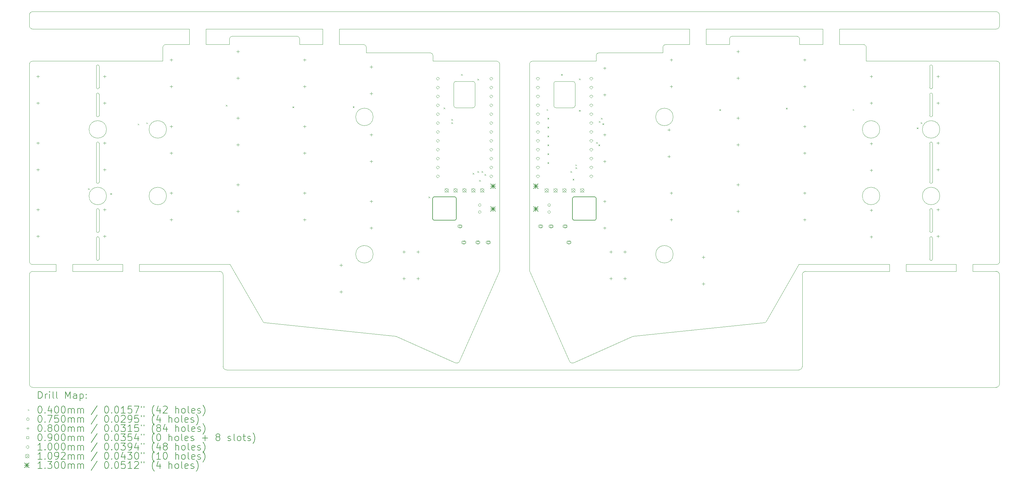
<source format=gbr>
%TF.GenerationSoftware,KiCad,Pcbnew,8.0.4*%
%TF.CreationDate,2025-02-19T18:48:20+13:00*%
%TF.ProjectId,Corne V4 Pro Micro Edition,436f726e-6520-4563-9420-50726f204d69,4.0.0*%
%TF.SameCoordinates,Original*%
%TF.FileFunction,Drillmap*%
%TF.FilePolarity,Positive*%
%FSLAX45Y45*%
G04 Gerber Fmt 4.5, Leading zero omitted, Abs format (unit mm)*
G04 Created by KiCad (PCBNEW 8.0.4) date 2025-02-19 18:48:20*
%MOMM*%
%LPD*%
G01*
G04 APERTURE LIST*
%ADD10C,0.100000*%
%ADD11C,0.150000*%
%ADD12C,0.200000*%
%ADD13C,0.109220*%
%ADD14C,0.130000*%
G04 APERTURE END LIST*
D10*
X7739734Y-10091125D02*
X7739734Y-10696126D01*
X5824733Y-4516750D02*
X5824733Y-4816750D01*
X8969734Y-11846129D02*
X11260717Y-11846125D01*
X25828683Y-5190259D02*
X25827588Y-5200462D01*
X25827249Y-5211140D01*
X25827234Y-5216750D01*
X28972234Y-5354875D02*
X28972234Y-4916750D01*
X25837064Y-5164439D02*
X25832908Y-5173836D01*
X25830001Y-5183512D01*
X25828683Y-5190259D01*
X31552234Y-5981124D02*
X31552234Y-6586125D01*
X25827234Y-5354875D02*
X25827234Y-5216750D01*
X11460717Y-14665985D02*
X27811250Y-14665985D01*
X31552234Y-6786125D02*
X31552234Y-7386125D01*
X21360182Y-14463196D02*
X21369955Y-14460067D01*
X21379856Y-14456054D01*
X21384992Y-14453796D01*
X31632234Y-10896126D02*
X31632234Y-11496125D01*
X29737234Y-5831125D02*
X33447234Y-5831124D01*
X13444733Y-5116750D02*
X13455185Y-5116847D01*
X13466047Y-5117526D01*
X13476058Y-5119089D01*
X13483791Y-5121110D01*
X19259734Y-11804868D02*
X19259734Y-11348000D01*
X20869734Y-6411688D02*
X21359734Y-6411688D01*
X32782234Y-11646125D02*
X32782234Y-11846129D01*
X29689546Y-5364705D02*
X29680148Y-5360549D01*
X29670472Y-5357642D01*
X29663726Y-5356324D01*
X8969734Y-11646125D02*
X8969734Y-11846129D01*
X31552234Y-6786125D02*
G75*
G02*
X31632234Y-6786125I40000J0D01*
G01*
X27911250Y-11946125D02*
X27911250Y-14565985D01*
X31632234Y-8186125D02*
X31632234Y-9291125D01*
X27758726Y-5118199D02*
X27748522Y-5117104D01*
X27737844Y-5116765D01*
X27732234Y-5116750D01*
X5924733Y-15165985D02*
G75*
G02*
X5824735Y-15065985I-4J99995D01*
G01*
X7819734Y-6786125D02*
X7819734Y-7386125D01*
X7819734Y-10091125D02*
X7819734Y-10696126D01*
X31632234Y-9291125D02*
G75*
G02*
X31552234Y-9291125I-40000J0D01*
G01*
X7739734Y-8186125D02*
X7739734Y-9291125D01*
X22117234Y-5593000D02*
X22106782Y-5593097D01*
X22095920Y-5593776D01*
X22085910Y-5595339D01*
X22078176Y-5597360D01*
X22117234Y-5593000D02*
X23922234Y-5593000D01*
X5829094Y-5892066D02*
X5832796Y-5882408D01*
X5837683Y-5873298D01*
X5843770Y-5864693D01*
X5845132Y-5863029D01*
X24222234Y-7428937D02*
G75*
G02*
X23722234Y-7428937I-250000J0D01*
G01*
X23722234Y-7428937D02*
G75*
G02*
X24222234Y-7428937I250000J0D01*
G01*
X7819734Y-8186125D02*
X7819734Y-9291125D01*
X15439903Y-5402564D02*
X15444059Y-5411961D01*
X15446966Y-5421637D01*
X15448285Y-5428384D01*
X29732874Y-5415817D02*
X29729171Y-5406159D01*
X29724284Y-5397049D01*
X29718198Y-5388444D01*
X29716836Y-5386780D01*
X14209734Y-5354875D02*
X13544733Y-5354875D01*
X15349733Y-5354875D02*
X15360185Y-5354972D01*
X15371047Y-5355651D01*
X15381058Y-5357214D01*
X15388791Y-5359235D01*
X7739734Y-6786125D02*
G75*
G02*
X7819734Y-6786125I40000J0D01*
G01*
X11587422Y-5126580D02*
X11596820Y-5122424D01*
X11606495Y-5119517D01*
X11613242Y-5118199D01*
X33447234Y-4416750D02*
X5924733Y-4416750D01*
X20144139Y-5851523D02*
X20136604Y-5858588D01*
X20129490Y-5866998D01*
X20123774Y-5875687D01*
X20122064Y-5878813D01*
X27832234Y-5216750D02*
X27832234Y-5354875D01*
X27832234Y-5216750D02*
X27832137Y-5206298D01*
X27831458Y-5195436D01*
X27829895Y-5185426D01*
X27827874Y-5177692D01*
X27911250Y-14565985D02*
G75*
G02*
X27811250Y-14665980I-100010J15D01*
G01*
X23922234Y-5593000D02*
X23922234Y-5454875D01*
X25162234Y-4916750D02*
X28497234Y-4916750D01*
X7739734Y-6786125D02*
X7739734Y-7386125D01*
X25859139Y-5137149D02*
X25851603Y-5144213D01*
X25844490Y-5152623D01*
X25838774Y-5161312D01*
X25837064Y-5164439D01*
X11260717Y-11846125D02*
G75*
G02*
X11360715Y-11946125I3J-99995D01*
G01*
X33545785Y-11572616D02*
X33546880Y-11562413D01*
X33547219Y-11551735D01*
X33547234Y-11546125D01*
X7819734Y-6586125D02*
G75*
G02*
X7739734Y-6586125I-40000J0D01*
G01*
X18038788Y-14465985D02*
X18028513Y-14465981D01*
X18018488Y-14464722D01*
X18011786Y-14463196D01*
X15448285Y-5428384D02*
X15449380Y-5438587D01*
X15449718Y-5449265D01*
X15449733Y-5454875D01*
X5845132Y-5863029D02*
X5852197Y-5855494D01*
X5860607Y-5848380D01*
X5869295Y-5842664D01*
X5872422Y-5840954D01*
X15417829Y-5375274D02*
X15425364Y-5382338D01*
X15432477Y-5390748D01*
X15438194Y-5399437D01*
X15439903Y-5402564D01*
X33547234Y-4816750D02*
G75*
G02*
X33447234Y-4916754I-100004J0D01*
G01*
X19198792Y-5835485D02*
X19208450Y-5839188D01*
X19217559Y-5844075D01*
X19226165Y-5850161D01*
X19227829Y-5851523D01*
X33547234Y-11946125D02*
X33547234Y-15065985D01*
X20112234Y-11804868D02*
X20112234Y-11348000D01*
X9639094Y-5415817D02*
X9642796Y-5406159D01*
X9647683Y-5397049D01*
X9653770Y-5388444D01*
X9655132Y-5386780D01*
X7739734Y-5981124D02*
X7739734Y-6586125D01*
X29737234Y-5454875D02*
X29737234Y-5831125D01*
X20869734Y-7166312D02*
G75*
G02*
X20809738Y-7106312I16J60012D01*
G01*
X30127734Y-7786125D02*
G75*
G02*
X29627734Y-7786125I-250000J0D01*
G01*
X29627734Y-7786125D02*
G75*
G02*
X30127734Y-7786125I250000J0D01*
G01*
X33542873Y-5892066D02*
X33539171Y-5882408D01*
X33534284Y-5873298D01*
X33528198Y-5864693D01*
X33526835Y-5863029D01*
D11*
X21971968Y-9712500D02*
G75*
G02*
X22021970Y-9762500I2J-50000D01*
G01*
D10*
X11539733Y-5216750D02*
X11539830Y-5206298D01*
X11540509Y-5195436D01*
X11542072Y-5185426D01*
X11544094Y-5177692D01*
X26809440Y-13315395D02*
X23073986Y-13706030D01*
X10874733Y-5354875D02*
X10874733Y-4916750D01*
X10399734Y-5354875D02*
X10399734Y-4916750D01*
X7819734Y-5981124D02*
X7819734Y-6586125D01*
X5824733Y-4516750D02*
G75*
G02*
X5924733Y-4416754I99997J0D01*
G01*
X20112234Y-11348000D02*
X20112234Y-10678000D01*
X11613242Y-5118199D02*
X11623445Y-5117104D01*
X11634123Y-5116765D01*
X11639733Y-5116750D01*
X7819734Y-10696126D02*
G75*
G02*
X7739734Y-10696126I-40000J0D01*
G01*
X15649734Y-7428937D02*
G75*
G02*
X15149734Y-7428937I-250000J0D01*
G01*
X15149734Y-7428937D02*
G75*
G02*
X15649734Y-7428937I250000J0D01*
G01*
X5924733Y-11646125D02*
X6589734Y-11646125D01*
X31552234Y-10896126D02*
G75*
G02*
X31632234Y-10896126I40000J0D01*
G01*
X27811250Y-11646125D02*
X26885864Y-13265551D01*
X7819734Y-9291125D02*
G75*
G02*
X7739734Y-9291125I-40000J0D01*
G01*
X20112234Y-11804868D02*
X20112481Y-11815362D01*
X20113878Y-11825667D01*
X33447234Y-11846125D02*
G75*
G02*
X33547235Y-11946125I6J-99995D01*
G01*
X12562527Y-13315395D02*
X16297982Y-13706030D01*
X18919234Y-5831125D02*
X17995234Y-5831125D01*
X25888176Y-5121110D02*
X25878518Y-5124813D01*
X25869408Y-5129700D01*
X25860803Y-5135786D01*
X25859139Y-5137149D01*
X5924733Y-4916750D02*
G75*
G02*
X5824730Y-4816750I-4J100000D01*
G01*
X18012234Y-7166312D02*
G75*
G02*
X17952238Y-7106312I16J60012D01*
G01*
X20112234Y-6848000D02*
X20112234Y-5931125D01*
X10399734Y-4916750D02*
X5924733Y-4916750D01*
X32307234Y-11646125D02*
X32307234Y-11846129D01*
X31552234Y-10091125D02*
G75*
G02*
X31632234Y-10091125I40000J0D01*
G01*
X21272869Y-14436789D02*
X21280164Y-14444122D01*
X21288321Y-14450473D01*
X21297370Y-14455878D01*
X21299289Y-14456848D01*
X31552234Y-8186125D02*
X31552234Y-9291125D01*
X9744234Y-9691125D02*
G75*
G02*
X9244234Y-9691125I-250000J0D01*
G01*
X9244234Y-9691125D02*
G75*
G02*
X9744234Y-9691125I250000J0D01*
G01*
X5834563Y-11598436D02*
X5830408Y-11589039D01*
X5827500Y-11579363D01*
X5826182Y-11572616D01*
X33447234Y-4416750D02*
G75*
G02*
X33547230Y-4516750I-4J-100000D01*
G01*
X7739734Y-10091125D02*
G75*
G02*
X7819734Y-10091125I40000J0D01*
G01*
X7739734Y-5981124D02*
G75*
G02*
X7819734Y-5981124I40000J0D01*
G01*
D11*
X18025000Y-9762500D02*
X18025000Y-10337500D01*
D10*
X31632234Y-6586125D02*
G75*
G02*
X31552234Y-6586125I-40000J0D01*
G01*
X25162234Y-5354875D02*
X25827234Y-5354875D01*
X22078176Y-5597360D02*
X22068518Y-5601063D01*
X22059408Y-5605950D01*
X22050803Y-5612036D01*
X22049139Y-5613398D01*
X21359734Y-7166312D02*
X20869734Y-7166312D01*
X20809734Y-6471688D02*
G75*
G02*
X20869734Y-6411694I59996J-2D01*
G01*
X5898242Y-5832573D02*
X5908445Y-5831478D01*
X5919123Y-5831139D01*
X5924734Y-5831124D01*
X13483791Y-5121110D02*
X13493450Y-5124813D01*
X13502559Y-5129700D01*
X13511164Y-5135786D01*
X13512829Y-5137149D01*
X20212234Y-5831125D02*
X20201782Y-5831222D01*
X20190920Y-5831901D01*
X20180910Y-5833464D01*
X20173176Y-5835485D01*
X7064734Y-11846129D02*
X8494734Y-11846129D01*
X21419734Y-7106312D02*
G75*
G02*
X21359734Y-7166314I-59994J-8D01*
G01*
X33547234Y-15065985D02*
G75*
G02*
X33447234Y-15165984I-100004J5D01*
G01*
X19259734Y-11348000D02*
X19259734Y-10678000D01*
X27784546Y-5126580D02*
X27775148Y-5122424D01*
X27765472Y-5119517D01*
X27758726Y-5118199D01*
X11360717Y-14565985D02*
X11360717Y-11946125D01*
X31632234Y-5981124D02*
X31632234Y-6586125D01*
X23923683Y-5428384D02*
X23922588Y-5438587D01*
X23922249Y-5449265D01*
X23922234Y-5454875D01*
X14684734Y-4916750D02*
X24687234Y-4916750D01*
X13544733Y-5354875D02*
X13544733Y-5216750D01*
X21253070Y-14402840D02*
X21257390Y-14412358D01*
X21262408Y-14422015D01*
X21267890Y-14430536D01*
X21272869Y-14436789D01*
X30877234Y-11646125D02*
X30877234Y-11846129D01*
D11*
X17350000Y-9762500D02*
G75*
G02*
X17400000Y-9712500I50000J0D01*
G01*
D10*
X24687234Y-5354875D02*
X24687234Y-4916750D01*
X13543285Y-5190259D02*
X13544380Y-5200462D01*
X13544718Y-5211140D01*
X13544733Y-5216750D01*
X21376734Y-5831125D02*
X22017234Y-5831125D01*
X21299289Y-14456848D02*
X21308800Y-14460878D01*
X21319369Y-14463978D01*
X21329628Y-14465688D01*
X21333179Y-14465985D01*
X29737234Y-5454875D02*
X29737137Y-5444423D01*
X29736458Y-5433561D01*
X29734895Y-5423551D01*
X29732874Y-5415817D01*
X5924734Y-11846129D02*
X6589734Y-11846129D01*
D11*
X17975000Y-10387500D02*
X17400000Y-10387500D01*
D10*
X31632234Y-10091125D02*
X31632234Y-10696126D01*
X7739734Y-10896126D02*
G75*
G02*
X7819734Y-10896126I40000J0D01*
G01*
X18562234Y-7106312D02*
G75*
G02*
X18502234Y-7166314I-59994J-8D01*
G01*
X25162234Y-5354875D02*
X25162234Y-4916750D01*
X27811836Y-5148655D02*
X27804771Y-5141119D01*
X27796361Y-5134006D01*
X27787672Y-5128290D01*
X27784546Y-5126580D01*
X28972234Y-5354875D02*
X29637234Y-5354875D01*
X9634734Y-5454875D02*
X9634734Y-5831125D01*
X9708242Y-5356324D02*
X9718445Y-5355229D01*
X9729123Y-5354890D01*
X9734734Y-5354875D01*
X26870893Y-13287885D02*
X26877364Y-13279481D01*
X26883094Y-13270357D01*
X26885864Y-13265551D01*
X33447234Y-11646125D02*
X33457686Y-11646028D01*
X33468548Y-11645349D01*
X33478558Y-11643786D01*
X33486292Y-11641765D01*
X28011250Y-11846125D02*
X30402234Y-11846129D01*
X19159734Y-5831125D02*
X19170185Y-5831222D01*
X19181047Y-5831901D01*
X19191058Y-5833464D01*
X19198792Y-5835485D01*
X17353285Y-5666508D02*
X17354380Y-5676712D01*
X17354718Y-5687390D01*
X17354734Y-5693000D01*
X33537404Y-11598436D02*
X33541560Y-11589039D01*
X33544467Y-11579363D01*
X33545785Y-11572616D01*
X18502234Y-6411688D02*
G75*
G02*
X18562232Y-6471688I-4J-60002D01*
G01*
X13534903Y-5164439D02*
X13539059Y-5173836D01*
X13541966Y-5183512D01*
X13543285Y-5190259D01*
X29663726Y-5356324D02*
X29653522Y-5355229D01*
X29642844Y-5354890D01*
X29637234Y-5354875D01*
X7739734Y-8186125D02*
G75*
G02*
X7819734Y-8186125I40000J0D01*
G01*
X8029734Y-7786125D02*
G75*
G02*
X7529734Y-7786125I-250000J0D01*
G01*
X7529734Y-7786125D02*
G75*
G02*
X8029734Y-7786125I250000J0D01*
G01*
X30402234Y-11646125D02*
X27811250Y-11646125D01*
X17952234Y-7106312D02*
X17952234Y-6471688D01*
X17322829Y-5613398D02*
X17330364Y-5620463D01*
X17337477Y-5628873D01*
X17343194Y-5637562D01*
X17344904Y-5640688D01*
X22027064Y-5640688D02*
X22022908Y-5650086D01*
X22020001Y-5659762D01*
X22018683Y-5666508D01*
X28972234Y-4916750D02*
X33447234Y-4916750D01*
X27911250Y-11946125D02*
G75*
G02*
X28011250Y-11846120I100010J-5D01*
G01*
X5824734Y-5931124D02*
X5824831Y-5920672D01*
X5825510Y-5909810D01*
X5827072Y-5899800D01*
X5829094Y-5892066D01*
X23954139Y-5375274D02*
X23946603Y-5382338D01*
X23939490Y-5390748D01*
X23933774Y-5399437D01*
X23932064Y-5402564D01*
X10399734Y-5354875D02*
X9734734Y-5354875D01*
X17354734Y-5831125D02*
X17354734Y-5693000D01*
D11*
X18025000Y-10337500D02*
G75*
G02*
X17975000Y-10387500I-50000J0D01*
G01*
D10*
X17344904Y-5640688D02*
X17349059Y-5650086D01*
X17351966Y-5659762D01*
X17353285Y-5666508D01*
X19259734Y-10203000D02*
X19259734Y-10678000D01*
X30127734Y-9691125D02*
G75*
G02*
X29627734Y-9691125I-250000J0D01*
G01*
X29627734Y-9691125D02*
G75*
G02*
X30127734Y-9691125I250000J0D01*
G01*
X20113878Y-11825667D02*
X20116772Y-11835655D01*
X20120795Y-11845351D01*
D11*
X21346968Y-9762500D02*
G75*
G02*
X21396968Y-9712498I50002J0D01*
G01*
D10*
X24022234Y-5354875D02*
X24687234Y-5354875D01*
X5824733Y-15065985D02*
X5824733Y-11946125D01*
X14209734Y-5354875D02*
X14209734Y-4916750D01*
X33547234Y-5931124D02*
X33547234Y-11546125D01*
X20809734Y-7106312D02*
X20809734Y-6471688D01*
D11*
X21346968Y-10337500D02*
X21346968Y-9762500D01*
X22021968Y-10337500D02*
G75*
G02*
X21971968Y-10387498I-49998J0D01*
G01*
D10*
X19227829Y-5851523D02*
X19235364Y-5858588D01*
X19242477Y-5866998D01*
X19248194Y-5875687D01*
X19249904Y-5878813D01*
X33526835Y-5863029D02*
X33519771Y-5855494D01*
X33511361Y-5848380D01*
X33502672Y-5842664D01*
X33499545Y-5840954D01*
X31552234Y-8186125D02*
G75*
G02*
X31632234Y-8186125I40000J0D01*
G01*
X22017234Y-5831125D02*
X22017234Y-5693000D01*
D11*
X17400000Y-9712500D02*
X17975000Y-9712500D01*
D10*
X33547234Y-4816750D02*
X33547234Y-4516750D01*
X19258285Y-5904633D02*
X19259380Y-5914837D01*
X19259718Y-5925515D01*
X19259734Y-5931125D01*
X7819734Y-7386125D02*
G75*
G02*
X7739734Y-7386125I-40000J0D01*
G01*
X18562234Y-6471688D02*
X18562234Y-7106312D01*
X11539733Y-5354875D02*
X10874733Y-5354875D01*
X30877234Y-11846129D02*
X32307234Y-11846129D01*
X22049139Y-5613398D02*
X22041604Y-5620463D01*
X22034490Y-5628873D01*
X22028774Y-5637562D01*
X22027064Y-5640688D01*
X17293792Y-5597360D02*
X17303450Y-5601063D01*
X17312559Y-5605950D01*
X17321165Y-5612036D01*
X17322829Y-5613398D01*
X19259734Y-6848000D02*
X19259734Y-5931125D01*
X23073986Y-13706030D02*
X21384992Y-14453796D01*
X16297982Y-13706030D02*
X17986976Y-14453796D01*
X11460717Y-14665985D02*
G75*
G02*
X11360715Y-14565985I3J100005D01*
G01*
X33473725Y-5832573D02*
X33463522Y-5831478D01*
X33452844Y-5831139D01*
X33447234Y-5831124D01*
X32782234Y-11846129D02*
X33447234Y-11846125D01*
X18099099Y-14436789D02*
X18091803Y-14444122D01*
X18083647Y-14450473D01*
X18074598Y-14455878D01*
X18072678Y-14456848D01*
X23932064Y-5402564D02*
X23927908Y-5411961D01*
X23925001Y-5421637D01*
X23923683Y-5428384D01*
X17952234Y-6471688D02*
G75*
G02*
X18012234Y-6411694I59996J-2D01*
G01*
X18012234Y-6411688D02*
X18502234Y-6411688D01*
X33547234Y-5931124D02*
X33547137Y-5920672D01*
X33546458Y-5909810D01*
X33544895Y-5899800D01*
X33542873Y-5892066D01*
X17254734Y-5593000D02*
X17265185Y-5593097D01*
X17276047Y-5593776D01*
X17286058Y-5595339D01*
X17293792Y-5597360D01*
X19259734Y-6848000D02*
X19259734Y-10203000D01*
X12523926Y-13305787D02*
X12515165Y-13300570D01*
X12507086Y-13294085D01*
X12501075Y-13287885D01*
X18072678Y-14456848D02*
X18063168Y-14460878D01*
X18052598Y-14463978D01*
X18042339Y-14465688D01*
X18038788Y-14465985D01*
X18502234Y-7166312D02*
X18012234Y-7166312D01*
X31842234Y-7786125D02*
G75*
G02*
X31342234Y-7786125I-250000J0D01*
G01*
X31342234Y-7786125D02*
G75*
G02*
X31842234Y-7786125I250000J0D01*
G01*
X20122064Y-5878813D02*
X20117908Y-5888211D01*
X20115001Y-5897887D01*
X20113683Y-5904633D01*
X26809440Y-13315395D02*
X26819563Y-13314212D01*
X26830343Y-13312217D01*
X26840348Y-13309174D01*
X26848042Y-13305787D01*
X21419734Y-6471688D02*
X21419734Y-7106312D01*
X7819734Y-11496125D02*
G75*
G02*
X7739734Y-11496125I-40000J0D01*
G01*
D11*
X21971968Y-10387500D02*
X21396968Y-10387500D01*
D10*
X17254734Y-5593000D02*
X15449733Y-5593000D01*
X12562527Y-13315395D02*
X12552405Y-13314212D01*
X12541625Y-13312217D01*
X12531620Y-13309174D01*
X12523926Y-13305787D01*
X14684734Y-5354875D02*
X14684734Y-4916750D01*
X19259734Y-11804868D02*
X19259487Y-11815362D01*
X19258089Y-11825667D01*
X7064734Y-11646125D02*
X7064734Y-11846129D01*
X15449733Y-5593000D02*
X15449733Y-5454875D01*
X20173176Y-5835485D02*
X20163518Y-5839188D01*
X20154408Y-5844075D01*
X20145803Y-5850161D01*
X20144139Y-5851523D01*
X26848042Y-13305787D02*
X26856802Y-13300570D01*
X26864881Y-13294085D01*
X26870893Y-13287885D01*
D11*
X17400000Y-10387500D02*
G75*
G02*
X17350000Y-10337500I0J50000D01*
G01*
D10*
X20113683Y-5904633D02*
X20112588Y-5914837D01*
X20112249Y-5925515D01*
X20112234Y-5931125D01*
D11*
X17975000Y-9712500D02*
G75*
G02*
X18025000Y-9762500I0J-50000D01*
G01*
D10*
X5924733Y-15165985D02*
X33447234Y-15165985D01*
X15388791Y-5359235D02*
X15398450Y-5362938D01*
X15407559Y-5367825D01*
X15416164Y-5373911D01*
X15417829Y-5375274D01*
D11*
X21396968Y-10387500D02*
G75*
G02*
X21346970Y-10337500I2J50000D01*
G01*
X21396968Y-9712500D02*
X21971968Y-9712500D01*
D10*
X19159734Y-5831125D02*
X18919234Y-5831125D01*
X9744234Y-7786125D02*
G75*
G02*
X9244234Y-7786125I-250000J0D01*
G01*
X9244234Y-7786125D02*
G75*
G02*
X9744234Y-7786125I250000J0D01*
G01*
X9634734Y-5454875D02*
X9634831Y-5444423D01*
X9635510Y-5433561D01*
X9637072Y-5423551D01*
X9639094Y-5415817D01*
X11539733Y-5216750D02*
X11539733Y-5354875D01*
X20112234Y-10203000D02*
X20112234Y-10678000D01*
X31842234Y-9691125D02*
G75*
G02*
X31342234Y-9691125I-250000J0D01*
G01*
X31342234Y-9691125D02*
G75*
G02*
X31842234Y-9691125I250000J0D01*
G01*
X31552234Y-5981124D02*
G75*
G02*
X31632234Y-5981124I40000J0D01*
G01*
X19258089Y-11825667D02*
X19255196Y-11835655D01*
X19251173Y-11845351D01*
X20452734Y-5831125D02*
X21376734Y-5831125D01*
X5924733Y-11646125D02*
X5914282Y-11646028D01*
X5903420Y-11645349D01*
X5893409Y-11643786D01*
X5885676Y-11641765D01*
X31632234Y-6786125D02*
X31632234Y-7386125D01*
X12501075Y-13287885D02*
X12494603Y-13279481D01*
X12488873Y-13270357D01*
X12486104Y-13265551D01*
X9655132Y-5386780D02*
X9662197Y-5379244D01*
X9670607Y-5372131D01*
X9679295Y-5366415D01*
X9682422Y-5364705D01*
X33515330Y-11625726D02*
X33522865Y-11618662D01*
X33529978Y-11610252D01*
X33535694Y-11601563D01*
X33537404Y-11598436D01*
X18011786Y-14463196D02*
X18002013Y-14460067D01*
X17992112Y-14456054D01*
X17986976Y-14453796D01*
X15349733Y-5354875D02*
X14684733Y-5354875D01*
X33486292Y-11641765D02*
X33495950Y-11638062D01*
X33505060Y-11633175D01*
X33513665Y-11627089D01*
X33515330Y-11625726D01*
X13512829Y-5137149D02*
X13520364Y-5144213D01*
X13527477Y-5152623D01*
X13533194Y-5161312D01*
X13534903Y-5164439D01*
X11560717Y-11646125D02*
X12486104Y-13265551D01*
X22018683Y-5666508D02*
X22017588Y-5676712D01*
X22017249Y-5687390D01*
X22017234Y-5693000D01*
X8969734Y-11646125D02*
X11560717Y-11646125D01*
X15649733Y-11358000D02*
G75*
G02*
X15149733Y-11358000I-250000J0D01*
G01*
X15149733Y-11358000D02*
G75*
G02*
X15649733Y-11358000I250000J0D01*
G01*
X27827874Y-5177692D02*
X27824171Y-5168034D01*
X27819284Y-5158924D01*
X27813198Y-5150319D01*
X27811836Y-5148655D01*
X8029734Y-9691125D02*
G75*
G02*
X7529734Y-9691125I-250000J0D01*
G01*
X7529734Y-9691125D02*
G75*
G02*
X8029734Y-9691125I250000J0D01*
G01*
X5885676Y-11641765D02*
X5876017Y-11638062D01*
X5866908Y-11633175D01*
X5858302Y-11627089D01*
X5856638Y-11625726D01*
X31552234Y-10091125D02*
X31552234Y-10696126D01*
X21359734Y-6411688D02*
G75*
G02*
X21419732Y-6471688I-4J-60002D01*
G01*
X7739734Y-10896126D02*
X7739734Y-11496125D01*
X31632234Y-11496125D02*
G75*
G02*
X31552234Y-11496125I-40000J0D01*
G01*
X31552234Y-10896126D02*
X31552234Y-11496125D01*
X17995234Y-5831125D02*
X17354734Y-5831125D01*
X5856638Y-11625726D02*
X5849103Y-11618662D01*
X5841990Y-11610252D01*
X5836273Y-11601563D01*
X5834563Y-11598436D01*
X31632234Y-7386125D02*
G75*
G02*
X31552234Y-7386125I-40000J0D01*
G01*
X5872422Y-5840954D02*
X5881820Y-5836798D01*
X5891495Y-5833891D01*
X5898242Y-5832573D01*
X24022234Y-5354875D02*
X24011782Y-5354972D01*
X24000920Y-5355651D01*
X23990910Y-5357214D01*
X23983176Y-5359235D01*
X13444733Y-5116750D02*
X11639733Y-5116750D01*
X29716836Y-5386780D02*
X29709771Y-5379244D01*
X29701361Y-5372131D01*
X29692672Y-5366415D01*
X29689546Y-5364705D01*
X31632234Y-10696126D02*
G75*
G02*
X31552234Y-10696126I-40000J0D01*
G01*
X9634734Y-5831125D02*
X5924734Y-5831124D01*
X30877234Y-11646125D02*
X32307234Y-11646125D01*
D11*
X17350000Y-10337500D02*
X17350000Y-9762500D01*
D10*
X11544094Y-5177692D02*
X11547796Y-5168034D01*
X11552683Y-5158924D01*
X11558769Y-5150319D01*
X11560132Y-5148655D01*
X30402234Y-11646125D02*
X30402234Y-11846129D01*
X25927234Y-5116750D02*
X27732234Y-5116750D01*
X27832234Y-5354875D02*
X28497234Y-5354875D01*
X11560132Y-5148655D02*
X11567197Y-5141119D01*
X11575607Y-5134006D01*
X11584295Y-5128290D01*
X11587422Y-5126580D01*
X18118898Y-14402840D02*
X18114578Y-14412358D01*
X18109560Y-14422015D01*
X18104078Y-14430536D01*
X18099099Y-14436789D01*
X14209734Y-4916750D02*
X10874733Y-4916750D01*
X25927234Y-5116750D02*
X25916782Y-5116847D01*
X25905920Y-5117526D01*
X25895910Y-5119089D01*
X25888176Y-5121110D01*
X28497234Y-5354875D02*
X28497234Y-4916750D01*
X5824734Y-5931124D02*
X5824733Y-11546125D01*
X6589734Y-11646125D02*
X6589734Y-11846129D01*
X5826182Y-11572616D02*
X5825087Y-11562413D01*
X5824749Y-11551735D01*
X5824733Y-11546125D01*
X5824733Y-11946125D02*
G75*
G02*
X5924734Y-11846123I99997J5D01*
G01*
X21253070Y-14402840D02*
X20120795Y-11845351D01*
X33499545Y-5840954D02*
X33490148Y-5836798D01*
X33480472Y-5833891D01*
X33473725Y-5832573D01*
X21333179Y-14465985D02*
X21343455Y-14465981D01*
X21353479Y-14464722D01*
X21360182Y-14463196D01*
X20112234Y-6848000D02*
X20112234Y-10203000D01*
X8494734Y-11646125D02*
X8494734Y-11846129D01*
X7064734Y-11646125D02*
X8494734Y-11646125D01*
X20212234Y-5831125D02*
X20452734Y-5831125D01*
X23983176Y-5359235D02*
X23973518Y-5362938D01*
X23964408Y-5367825D01*
X23955803Y-5373911D01*
X23954139Y-5375274D01*
X9682422Y-5364705D02*
X9691820Y-5360549D01*
X9701495Y-5357642D01*
X9708242Y-5356324D01*
X19249904Y-5878813D02*
X19254059Y-5888211D01*
X19256966Y-5897887D01*
X19258285Y-5904633D01*
D11*
X22021968Y-9762500D02*
X22021968Y-10337500D01*
D10*
X18118898Y-14402840D02*
X19251173Y-11845351D01*
X7819734Y-10896126D02*
X7819734Y-11496125D01*
X24222234Y-11358000D02*
G75*
G02*
X23722234Y-11358000I-250000J0D01*
G01*
X23722234Y-11358000D02*
G75*
G02*
X24222234Y-11358000I250000J0D01*
G01*
X32782234Y-11646125D02*
X33447234Y-11646125D01*
D12*
D10*
X7500000Y-9470000D02*
X7540000Y-9510000D01*
X7540000Y-9470000D02*
X7500000Y-9510000D01*
X8140000Y-9610000D02*
X8180000Y-9650000D01*
X8180000Y-9610000D02*
X8140000Y-9650000D01*
X8920000Y-7620000D02*
X8960000Y-7660000D01*
X8960000Y-7620000D02*
X8920000Y-7660000D01*
X9166250Y-7586125D02*
X9206250Y-7626125D01*
X9206250Y-7586125D02*
X9166250Y-7626125D01*
X11441734Y-7085575D02*
X11481734Y-7125575D01*
X11481734Y-7085575D02*
X11441734Y-7125575D01*
X13346734Y-7129575D02*
X13386734Y-7169575D01*
X13386734Y-7129575D02*
X13346734Y-7169575D01*
X15066250Y-7122450D02*
X15106250Y-7162450D01*
X15106250Y-7122450D02*
X15066250Y-7162450D01*
X17230000Y-9707647D02*
X17270000Y-9747647D01*
X17270000Y-9707647D02*
X17230000Y-9747647D01*
X17660000Y-7160000D02*
X17700000Y-7200000D01*
X17700000Y-7160000D02*
X17660000Y-7200000D01*
X17882500Y-7487500D02*
X17922500Y-7527500D01*
X17922500Y-7487500D02*
X17882500Y-7527500D01*
X17885000Y-7580000D02*
X17925000Y-7620000D01*
X17925000Y-7580000D02*
X17885000Y-7620000D01*
X18160000Y-6200000D02*
X18200000Y-6240000D01*
X18200000Y-6200000D02*
X18160000Y-6240000D01*
X18491234Y-9030000D02*
X18531234Y-9070000D01*
X18531234Y-9030000D02*
X18491234Y-9070000D01*
X18630000Y-6340000D02*
X18670000Y-6380000D01*
X18670000Y-6340000D02*
X18630000Y-6380000D01*
X18630000Y-8980000D02*
X18670000Y-9020000D01*
X18670000Y-8980000D02*
X18630000Y-9020000D01*
X18680000Y-9230000D02*
X18720000Y-9270000D01*
X18720000Y-9230000D02*
X18680000Y-9270000D01*
X18745234Y-8980000D02*
X18785234Y-9020000D01*
X18785234Y-8980000D02*
X18745234Y-9020000D01*
X18830000Y-9065000D02*
X18870000Y-9105000D01*
X18870000Y-9065000D02*
X18830000Y-9105000D01*
X20605000Y-7205000D02*
X20645000Y-7245000D01*
X20645000Y-7205000D02*
X20605000Y-7245000D01*
X20630000Y-7455000D02*
X20670000Y-7495000D01*
X20670000Y-7455000D02*
X20630000Y-7495000D01*
X20630000Y-7710000D02*
X20670000Y-7750000D01*
X20670000Y-7710000D02*
X20630000Y-7750000D01*
X20630000Y-7964000D02*
X20670000Y-8004000D01*
X20670000Y-7964000D02*
X20630000Y-8004000D01*
X20630000Y-8218000D02*
X20670000Y-8258000D01*
X20670000Y-8218000D02*
X20630000Y-8258000D01*
X20630000Y-8472000D02*
X20670000Y-8512000D01*
X20670000Y-8472000D02*
X20630000Y-8512000D01*
X20630000Y-8726000D02*
X20670000Y-8766000D01*
X20670000Y-8726000D02*
X20630000Y-8766000D01*
X21020000Y-6200000D02*
X21060000Y-6240000D01*
X21060000Y-6200000D02*
X21020000Y-6240000D01*
X21287234Y-8980000D02*
X21327234Y-9020000D01*
X21327234Y-8980000D02*
X21287234Y-9020000D01*
X21348734Y-9200000D02*
X21388734Y-9240000D01*
X21388734Y-9200000D02*
X21348734Y-9240000D01*
X21425000Y-8787450D02*
X21465000Y-8827450D01*
X21465000Y-8787450D02*
X21425000Y-8827450D01*
X21430000Y-8870000D02*
X21470000Y-8910000D01*
X21470000Y-8870000D02*
X21430000Y-8910000D01*
X21530000Y-6330000D02*
X21570000Y-6370000D01*
X21570000Y-6330000D02*
X21530000Y-6370000D01*
X21530000Y-7230000D02*
X21570000Y-7270000D01*
X21570000Y-7230000D02*
X21530000Y-7270000D01*
X22020000Y-8150000D02*
X22060000Y-8190000D01*
X22060000Y-8150000D02*
X22020000Y-8190000D01*
X22085500Y-8220000D02*
X22125500Y-8260000D01*
X22125500Y-8220000D02*
X22085500Y-8260000D01*
X22100000Y-7550000D02*
X22140000Y-7590000D01*
X22140000Y-7550000D02*
X22100000Y-7590000D01*
X22155000Y-7455000D02*
X22195000Y-7495000D01*
X22195000Y-7455000D02*
X22155000Y-7495000D01*
X22200000Y-7611500D02*
X22240000Y-7651500D01*
X22240000Y-7611500D02*
X22200000Y-7651500D01*
X25540000Y-7212450D02*
X25580000Y-7252450D01*
X25580000Y-7212450D02*
X25540000Y-7252450D01*
X27445000Y-7168450D02*
X27485000Y-7208450D01*
X27485000Y-7168450D02*
X27445000Y-7208450D01*
X29350000Y-7204450D02*
X29390000Y-7244450D01*
X29390000Y-7204450D02*
X29350000Y-7244450D01*
X31185000Y-7730000D02*
X31225000Y-7770000D01*
X31225000Y-7730000D02*
X31185000Y-7770000D01*
X31291000Y-7579000D02*
X31331000Y-7619000D01*
X31331000Y-7579000D02*
X31291000Y-7619000D01*
X18732500Y-9950000D02*
G75*
G02*
X18657500Y-9950000I-37500J0D01*
G01*
X18657500Y-9950000D02*
G75*
G02*
X18732500Y-9950000I37500J0D01*
G01*
X18732500Y-10150000D02*
G75*
G02*
X18657500Y-10150000I-37500J0D01*
G01*
X18657500Y-10150000D02*
G75*
G02*
X18732500Y-10150000I37500J0D01*
G01*
X20714468Y-9950000D02*
G75*
G02*
X20639468Y-9950000I-37500J0D01*
G01*
X20639468Y-9950000D02*
G75*
G02*
X20714468Y-9950000I37500J0D01*
G01*
X20714468Y-10150000D02*
G75*
G02*
X20639468Y-10150000I-37500J0D01*
G01*
X20639468Y-10150000D02*
G75*
G02*
X20714468Y-10150000I37500J0D01*
G01*
X6071734Y-6232625D02*
X6071734Y-6312625D01*
X6031734Y-6272625D02*
X6111734Y-6272625D01*
X6071734Y-6994625D02*
X6071734Y-7074625D01*
X6031734Y-7034625D02*
X6111734Y-7034625D01*
X6071734Y-8137625D02*
X6071734Y-8217625D01*
X6031734Y-8177625D02*
X6111734Y-8177625D01*
X6071734Y-8899625D02*
X6071734Y-8979625D01*
X6031734Y-8939625D02*
X6111734Y-8939625D01*
X6071734Y-10042625D02*
X6071734Y-10122625D01*
X6031734Y-10082625D02*
X6111734Y-10082625D01*
X6071734Y-10804625D02*
X6071734Y-10884625D01*
X6031734Y-10844625D02*
X6111734Y-10844625D01*
X7976734Y-6232625D02*
X7976734Y-6312625D01*
X7936734Y-6272625D02*
X8016734Y-6272625D01*
X7976734Y-6994625D02*
X7976734Y-7074625D01*
X7936734Y-7034625D02*
X8016734Y-7034625D01*
X7976734Y-8137625D02*
X7976734Y-8217625D01*
X7936734Y-8177625D02*
X8016734Y-8177625D01*
X7976734Y-8899625D02*
X7976734Y-8979625D01*
X7936734Y-8939625D02*
X8016734Y-8939625D01*
X7976734Y-10042625D02*
X7976734Y-10122625D01*
X7936734Y-10082625D02*
X8016734Y-10082625D01*
X7976734Y-10804625D02*
X7976734Y-10884625D01*
X7936734Y-10844625D02*
X8016734Y-10844625D01*
X9881734Y-5756375D02*
X9881734Y-5836375D01*
X9841734Y-5796375D02*
X9921734Y-5796375D01*
X9881734Y-6518375D02*
X9881734Y-6598375D01*
X9841734Y-6558375D02*
X9921734Y-6558375D01*
X9881734Y-7661375D02*
X9881734Y-7741375D01*
X9841734Y-7701375D02*
X9921734Y-7701375D01*
X9881734Y-8423375D02*
X9881734Y-8503375D01*
X9841734Y-8463375D02*
X9921734Y-8463375D01*
X9881734Y-9566375D02*
X9881734Y-9646375D01*
X9841734Y-9606375D02*
X9921734Y-9606375D01*
X9881734Y-10328375D02*
X9881734Y-10408375D01*
X9841734Y-10368375D02*
X9921734Y-10368375D01*
X11786734Y-5518250D02*
X11786734Y-5598250D01*
X11746734Y-5558250D02*
X11826734Y-5558250D01*
X11786734Y-6280250D02*
X11786734Y-6360250D01*
X11746734Y-6320250D02*
X11826734Y-6320250D01*
X11786734Y-7423250D02*
X11786734Y-7503250D01*
X11746734Y-7463250D02*
X11826734Y-7463250D01*
X11786734Y-8185250D02*
X11786734Y-8265250D01*
X11746734Y-8225250D02*
X11826734Y-8225250D01*
X11786734Y-9328250D02*
X11786734Y-9408250D01*
X11746734Y-9368250D02*
X11826734Y-9368250D01*
X11786734Y-10090250D02*
X11786734Y-10170250D01*
X11746734Y-10130250D02*
X11826734Y-10130250D01*
X13691734Y-5756375D02*
X13691734Y-5836375D01*
X13651734Y-5796375D02*
X13731734Y-5796375D01*
X13691734Y-6518375D02*
X13691734Y-6598375D01*
X13651734Y-6558375D02*
X13731734Y-6558375D01*
X13691734Y-7661375D02*
X13691734Y-7741375D01*
X13651734Y-7701375D02*
X13731734Y-7701375D01*
X13691734Y-8423375D02*
X13691734Y-8503375D01*
X13651734Y-8463375D02*
X13731734Y-8463375D01*
X13691734Y-9566375D02*
X13691734Y-9646375D01*
X13651734Y-9606375D02*
X13731734Y-9606375D01*
X13691734Y-10328375D02*
X13691734Y-10408375D01*
X13651734Y-10368375D02*
X13731734Y-10368375D01*
X14730000Y-11629000D02*
X14730000Y-11709000D01*
X14690000Y-11669000D02*
X14770000Y-11669000D01*
X14730000Y-12391000D02*
X14730000Y-12471000D01*
X14690000Y-12431000D02*
X14770000Y-12431000D01*
X15596734Y-5959000D02*
X15596734Y-6039000D01*
X15556734Y-5999000D02*
X15636734Y-5999000D01*
X15596734Y-6721000D02*
X15596734Y-6801000D01*
X15556734Y-6761000D02*
X15636734Y-6761000D01*
X15596734Y-7899500D02*
X15596734Y-7979500D01*
X15556734Y-7939500D02*
X15636734Y-7939500D01*
X15596734Y-8661500D02*
X15596734Y-8741500D01*
X15556734Y-8701500D02*
X15636734Y-8701500D01*
X15596734Y-9804500D02*
X15596734Y-9884500D01*
X15556734Y-9844500D02*
X15636734Y-9844500D01*
X15596734Y-10566500D02*
X15596734Y-10646500D01*
X15556734Y-10606500D02*
X15636734Y-10606500D01*
X16530000Y-11249000D02*
X16530000Y-11329000D01*
X16490000Y-11289000D02*
X16570000Y-11289000D01*
X16530000Y-12011000D02*
X16530000Y-12091000D01*
X16490000Y-12051000D02*
X16570000Y-12051000D01*
X16930000Y-11249000D02*
X16930000Y-11329000D01*
X16890000Y-11289000D02*
X16970000Y-11289000D01*
X16930000Y-12011000D02*
X16930000Y-12091000D01*
X16890000Y-12051000D02*
X16970000Y-12051000D01*
X22264234Y-5994500D02*
X22264234Y-6074500D01*
X22224234Y-6034500D02*
X22304234Y-6034500D01*
X22264234Y-6756500D02*
X22264234Y-6836500D01*
X22224234Y-6796500D02*
X22304234Y-6796500D01*
X22264234Y-7899500D02*
X22264234Y-7979500D01*
X22224234Y-7939500D02*
X22304234Y-7939500D01*
X22264234Y-8661500D02*
X22264234Y-8741500D01*
X22224234Y-8701500D02*
X22304234Y-8701500D01*
X22264234Y-9804500D02*
X22264234Y-9884500D01*
X22224234Y-9844500D02*
X22304234Y-9844500D01*
X22264234Y-10566500D02*
X22264234Y-10646500D01*
X22224234Y-10606500D02*
X22304234Y-10606500D01*
X22441968Y-11249000D02*
X22441968Y-11329000D01*
X22401968Y-11289000D02*
X22481968Y-11289000D01*
X22441968Y-12011000D02*
X22441968Y-12091000D01*
X22401968Y-12051000D02*
X22481968Y-12051000D01*
X22841968Y-11249000D02*
X22841968Y-11329000D01*
X22801968Y-11289000D02*
X22881968Y-11289000D01*
X22841968Y-12011000D02*
X22841968Y-12091000D01*
X22801968Y-12051000D02*
X22881968Y-12051000D01*
X24102234Y-7758125D02*
X24102234Y-7838125D01*
X24062234Y-7798125D02*
X24142234Y-7798125D01*
X24102234Y-8520125D02*
X24102234Y-8600125D01*
X24062234Y-8560125D02*
X24142234Y-8560125D01*
X24169234Y-5756375D02*
X24169234Y-5836375D01*
X24129234Y-5796375D02*
X24209234Y-5796375D01*
X24169234Y-6518375D02*
X24169234Y-6598375D01*
X24129234Y-6558375D02*
X24209234Y-6558375D01*
X24169234Y-9566375D02*
X24169234Y-9646375D01*
X24129234Y-9606375D02*
X24209234Y-9606375D01*
X24169234Y-10328375D02*
X24169234Y-10408375D01*
X24129234Y-10368375D02*
X24209234Y-10368375D01*
X25087234Y-11403125D02*
X25087234Y-11483125D01*
X25047234Y-11443125D02*
X25127234Y-11443125D01*
X25087234Y-12165125D02*
X25087234Y-12245125D01*
X25047234Y-12205125D02*
X25127234Y-12205125D01*
X26074234Y-5518250D02*
X26074234Y-5598250D01*
X26034234Y-5558250D02*
X26114234Y-5558250D01*
X26074234Y-6280250D02*
X26074234Y-6360250D01*
X26034234Y-6320250D02*
X26114234Y-6320250D01*
X26074234Y-7423250D02*
X26074234Y-7503250D01*
X26034234Y-7463250D02*
X26114234Y-7463250D01*
X26074234Y-8185250D02*
X26074234Y-8265250D01*
X26034234Y-8225250D02*
X26114234Y-8225250D01*
X26074234Y-9328250D02*
X26074234Y-9408250D01*
X26034234Y-9368250D02*
X26114234Y-9368250D01*
X26074234Y-10090250D02*
X26074234Y-10170250D01*
X26034234Y-10130250D02*
X26114234Y-10130250D01*
X27979234Y-5756375D02*
X27979234Y-5836375D01*
X27939234Y-5796375D02*
X28019234Y-5796375D01*
X27979234Y-6518375D02*
X27979234Y-6598375D01*
X27939234Y-6558375D02*
X28019234Y-6558375D01*
X27979234Y-7661375D02*
X27979234Y-7741375D01*
X27939234Y-7701375D02*
X28019234Y-7701375D01*
X27979234Y-8423375D02*
X27979234Y-8503375D01*
X27939234Y-8463375D02*
X28019234Y-8463375D01*
X27979234Y-9566375D02*
X27979234Y-9646375D01*
X27939234Y-9606375D02*
X28019234Y-9606375D01*
X27979234Y-10328375D02*
X27979234Y-10408375D01*
X27939234Y-10368375D02*
X28019234Y-10368375D01*
X29884234Y-6232625D02*
X29884234Y-6312625D01*
X29844234Y-6272625D02*
X29924234Y-6272625D01*
X29884234Y-6994625D02*
X29884234Y-7074625D01*
X29844234Y-7034625D02*
X29924234Y-7034625D01*
X29884234Y-8152625D02*
X29884234Y-8232625D01*
X29844234Y-8192625D02*
X29924234Y-8192625D01*
X29884234Y-8914625D02*
X29884234Y-8994625D01*
X29844234Y-8954625D02*
X29924234Y-8954625D01*
X29884234Y-10057625D02*
X29884234Y-10137625D01*
X29844234Y-10097625D02*
X29924234Y-10097625D01*
X29884234Y-10819625D02*
X29884234Y-10899625D01*
X29844234Y-10859625D02*
X29924234Y-10859625D01*
X31789234Y-6232625D02*
X31789234Y-6312625D01*
X31749234Y-6272625D02*
X31829234Y-6272625D01*
X31789234Y-6994625D02*
X31789234Y-7074625D01*
X31749234Y-7034625D02*
X31829234Y-7034625D01*
X31789234Y-8137625D02*
X31789234Y-8217625D01*
X31749234Y-8177625D02*
X31829234Y-8177625D01*
X31789234Y-8899625D02*
X31789234Y-8979625D01*
X31749234Y-8939625D02*
X31829234Y-8939625D01*
X31789234Y-10042625D02*
X31789234Y-10122625D01*
X31749234Y-10082625D02*
X31829234Y-10082625D01*
X31789234Y-10804625D02*
X31789234Y-10884625D01*
X31749234Y-10844625D02*
X31829234Y-10844625D01*
X18161054Y-10589445D02*
X18161054Y-10525805D01*
X18097414Y-10525805D01*
X18097414Y-10589445D01*
X18161054Y-10589445D01*
X18149234Y-10512625D02*
X18109234Y-10512625D01*
X18109234Y-10602625D02*
G75*
G02*
X18109234Y-10512625I0J45000D01*
G01*
X18109234Y-10602625D02*
X18149234Y-10602625D01*
X18149234Y-10602625D02*
G75*
G03*
X18149234Y-10512625I0J45000D01*
G01*
X18271054Y-11049445D02*
X18271054Y-10985805D01*
X18207414Y-10985805D01*
X18207414Y-11049445D01*
X18271054Y-11049445D01*
X18259234Y-10972625D02*
X18219234Y-10972625D01*
X18219234Y-11062625D02*
G75*
G02*
X18219234Y-10972625I0J45000D01*
G01*
X18219234Y-11062625D02*
X18259234Y-11062625D01*
X18259234Y-11062625D02*
G75*
G03*
X18259234Y-10972625I0J45000D01*
G01*
X18671054Y-11049445D02*
X18671054Y-10985805D01*
X18607414Y-10985805D01*
X18607414Y-11049445D01*
X18671054Y-11049445D01*
X18659234Y-10972625D02*
X18619234Y-10972625D01*
X18619234Y-11062625D02*
G75*
G02*
X18619234Y-10972625I0J45000D01*
G01*
X18619234Y-11062625D02*
X18659234Y-11062625D01*
X18659234Y-11062625D02*
G75*
G03*
X18659234Y-10972625I0J45000D01*
G01*
X18971054Y-11049445D02*
X18971054Y-10985805D01*
X18907414Y-10985805D01*
X18907414Y-11049445D01*
X18971054Y-11049445D01*
X18959234Y-10972625D02*
X18919234Y-10972625D01*
X18919234Y-11062625D02*
G75*
G02*
X18919234Y-10972625I0J45000D01*
G01*
X18919234Y-11062625D02*
X18959234Y-11062625D01*
X18959234Y-11062625D02*
G75*
G03*
X18959234Y-10972625I0J45000D01*
G01*
X20464554Y-10589445D02*
X20464554Y-10525805D01*
X20400914Y-10525805D01*
X20400914Y-10589445D01*
X20464554Y-10589445D01*
X20412734Y-10602625D02*
X20452734Y-10602625D01*
X20452734Y-10512625D02*
G75*
G02*
X20452734Y-10602625I0J-45000D01*
G01*
X20452734Y-10512625D02*
X20412734Y-10512625D01*
X20412734Y-10512625D02*
G75*
G03*
X20412734Y-10602625I0J-45000D01*
G01*
X20764554Y-10589445D02*
X20764554Y-10525805D01*
X20700914Y-10525805D01*
X20700914Y-10589445D01*
X20764554Y-10589445D01*
X20712734Y-10602625D02*
X20752734Y-10602625D01*
X20752734Y-10512625D02*
G75*
G02*
X20752734Y-10602625I0J-45000D01*
G01*
X20752734Y-10512625D02*
X20712734Y-10512625D01*
X20712734Y-10512625D02*
G75*
G03*
X20712734Y-10602625I0J-45000D01*
G01*
X21164554Y-10589445D02*
X21164554Y-10525805D01*
X21100914Y-10525805D01*
X21100914Y-10589445D01*
X21164554Y-10589445D01*
X21112734Y-10602625D02*
X21152734Y-10602625D01*
X21152734Y-10512625D02*
G75*
G02*
X21152734Y-10602625I0J-45000D01*
G01*
X21152734Y-10512625D02*
X21112734Y-10512625D01*
X21112734Y-10512625D02*
G75*
G03*
X21112734Y-10602625I0J-45000D01*
G01*
X21274554Y-11049445D02*
X21274554Y-10985805D01*
X21210914Y-10985805D01*
X21210914Y-11049445D01*
X21274554Y-11049445D01*
X21222734Y-11062625D02*
X21262734Y-11062625D01*
X21262734Y-10972625D02*
G75*
G02*
X21262734Y-11062625I0J-45000D01*
G01*
X21262734Y-10972625D02*
X21222734Y-10972625D01*
X21222734Y-10972625D02*
G75*
G03*
X21222734Y-11062625I0J-45000D01*
G01*
X17495234Y-6382000D02*
X17545234Y-6332000D01*
X17495234Y-6282000D01*
X17445234Y-6332000D01*
X17495234Y-6382000D01*
X17495234Y-6636000D02*
X17545234Y-6586000D01*
X17495234Y-6536000D01*
X17445234Y-6586000D01*
X17495234Y-6636000D01*
X17495234Y-6890000D02*
X17545234Y-6840000D01*
X17495234Y-6790000D01*
X17445234Y-6840000D01*
X17495234Y-6890000D01*
X17495234Y-7144000D02*
X17545234Y-7094000D01*
X17495234Y-7044000D01*
X17445234Y-7094000D01*
X17495234Y-7144000D01*
X17495234Y-7398000D02*
X17545234Y-7348000D01*
X17495234Y-7298000D01*
X17445234Y-7348000D01*
X17495234Y-7398000D01*
X17495234Y-7652000D02*
X17545234Y-7602000D01*
X17495234Y-7552000D01*
X17445234Y-7602000D01*
X17495234Y-7652000D01*
X17495234Y-7906000D02*
X17545234Y-7856000D01*
X17495234Y-7806000D01*
X17445234Y-7856000D01*
X17495234Y-7906000D01*
X17495234Y-8160000D02*
X17545234Y-8110000D01*
X17495234Y-8060000D01*
X17445234Y-8110000D01*
X17495234Y-8160000D01*
X17495234Y-8414000D02*
X17545234Y-8364000D01*
X17495234Y-8314000D01*
X17445234Y-8364000D01*
X17495234Y-8414000D01*
X17495234Y-8668000D02*
X17545234Y-8618000D01*
X17495234Y-8568000D01*
X17445234Y-8618000D01*
X17495234Y-8668000D01*
X17495234Y-8922000D02*
X17545234Y-8872000D01*
X17495234Y-8822000D01*
X17445234Y-8872000D01*
X17495234Y-8922000D01*
X17495234Y-9176000D02*
X17545234Y-9126000D01*
X17495234Y-9076000D01*
X17445234Y-9126000D01*
X17495234Y-9176000D01*
X19019234Y-6382000D02*
X19069234Y-6332000D01*
X19019234Y-6282000D01*
X18969234Y-6332000D01*
X19019234Y-6382000D01*
X19019234Y-6636000D02*
X19069234Y-6586000D01*
X19019234Y-6536000D01*
X18969234Y-6586000D01*
X19019234Y-6636000D01*
X19019234Y-6890000D02*
X19069234Y-6840000D01*
X19019234Y-6790000D01*
X18969234Y-6840000D01*
X19019234Y-6890000D01*
X19019234Y-7144000D02*
X19069234Y-7094000D01*
X19019234Y-7044000D01*
X18969234Y-7094000D01*
X19019234Y-7144000D01*
X19019234Y-7398000D02*
X19069234Y-7348000D01*
X19019234Y-7298000D01*
X18969234Y-7348000D01*
X19019234Y-7398000D01*
X19019234Y-7652000D02*
X19069234Y-7602000D01*
X19019234Y-7552000D01*
X18969234Y-7602000D01*
X19019234Y-7652000D01*
X19019234Y-7906000D02*
X19069234Y-7856000D01*
X19019234Y-7806000D01*
X18969234Y-7856000D01*
X19019234Y-7906000D01*
X19019234Y-8160000D02*
X19069234Y-8110000D01*
X19019234Y-8060000D01*
X18969234Y-8110000D01*
X19019234Y-8160000D01*
X19019234Y-8414000D02*
X19069234Y-8364000D01*
X19019234Y-8314000D01*
X18969234Y-8364000D01*
X19019234Y-8414000D01*
X19019234Y-8668000D02*
X19069234Y-8618000D01*
X19019234Y-8568000D01*
X18969234Y-8618000D01*
X19019234Y-8668000D01*
X19019234Y-8922000D02*
X19069234Y-8872000D01*
X19019234Y-8822000D01*
X18969234Y-8872000D01*
X19019234Y-8922000D01*
X19019234Y-9176000D02*
X19069234Y-9126000D01*
X19019234Y-9076000D01*
X18969234Y-9126000D01*
X19019234Y-9176000D01*
X20352734Y-6382000D02*
X20402734Y-6332000D01*
X20352734Y-6282000D01*
X20302734Y-6332000D01*
X20352734Y-6382000D01*
X20352734Y-6636000D02*
X20402734Y-6586000D01*
X20352734Y-6536000D01*
X20302734Y-6586000D01*
X20352734Y-6636000D01*
X20352734Y-6890000D02*
X20402734Y-6840000D01*
X20352734Y-6790000D01*
X20302734Y-6840000D01*
X20352734Y-6890000D01*
X20352734Y-7144000D02*
X20402734Y-7094000D01*
X20352734Y-7044000D01*
X20302734Y-7094000D01*
X20352734Y-7144000D01*
X20352734Y-7398000D02*
X20402734Y-7348000D01*
X20352734Y-7298000D01*
X20302734Y-7348000D01*
X20352734Y-7398000D01*
X20352734Y-7652000D02*
X20402734Y-7602000D01*
X20352734Y-7552000D01*
X20302734Y-7602000D01*
X20352734Y-7652000D01*
X20352734Y-7906000D02*
X20402734Y-7856000D01*
X20352734Y-7806000D01*
X20302734Y-7856000D01*
X20352734Y-7906000D01*
X20352734Y-8160000D02*
X20402734Y-8110000D01*
X20352734Y-8060000D01*
X20302734Y-8110000D01*
X20352734Y-8160000D01*
X20352734Y-8414000D02*
X20402734Y-8364000D01*
X20352734Y-8314000D01*
X20302734Y-8364000D01*
X20352734Y-8414000D01*
X20352734Y-8668000D02*
X20402734Y-8618000D01*
X20352734Y-8568000D01*
X20302734Y-8618000D01*
X20352734Y-8668000D01*
X20352734Y-8922000D02*
X20402734Y-8872000D01*
X20352734Y-8822000D01*
X20302734Y-8872000D01*
X20352734Y-8922000D01*
X20352734Y-9176000D02*
X20402734Y-9126000D01*
X20352734Y-9076000D01*
X20302734Y-9126000D01*
X20352734Y-9176000D01*
X21876734Y-6382000D02*
X21926734Y-6332000D01*
X21876734Y-6282000D01*
X21826734Y-6332000D01*
X21876734Y-6382000D01*
X21876734Y-6636000D02*
X21926734Y-6586000D01*
X21876734Y-6536000D01*
X21826734Y-6586000D01*
X21876734Y-6636000D01*
X21876734Y-6890000D02*
X21926734Y-6840000D01*
X21876734Y-6790000D01*
X21826734Y-6840000D01*
X21876734Y-6890000D01*
X21876734Y-7144000D02*
X21926734Y-7094000D01*
X21876734Y-7044000D01*
X21826734Y-7094000D01*
X21876734Y-7144000D01*
X21876734Y-7398000D02*
X21926734Y-7348000D01*
X21876734Y-7298000D01*
X21826734Y-7348000D01*
X21876734Y-7398000D01*
X21876734Y-7652000D02*
X21926734Y-7602000D01*
X21876734Y-7552000D01*
X21826734Y-7602000D01*
X21876734Y-7652000D01*
X21876734Y-7906000D02*
X21926734Y-7856000D01*
X21876734Y-7806000D01*
X21826734Y-7856000D01*
X21876734Y-7906000D01*
X21876734Y-8160000D02*
X21926734Y-8110000D01*
X21876734Y-8060000D01*
X21826734Y-8110000D01*
X21876734Y-8160000D01*
X21876734Y-8414000D02*
X21926734Y-8364000D01*
X21876734Y-8314000D01*
X21826734Y-8364000D01*
X21876734Y-8414000D01*
X21876734Y-8668000D02*
X21926734Y-8618000D01*
X21876734Y-8568000D01*
X21826734Y-8618000D01*
X21876734Y-8668000D01*
X21876734Y-8922000D02*
X21926734Y-8872000D01*
X21876734Y-8822000D01*
X21826734Y-8872000D01*
X21876734Y-8922000D01*
X21876734Y-9176000D02*
X21926734Y-9126000D01*
X21876734Y-9076000D01*
X21826734Y-9126000D01*
X21876734Y-9176000D01*
D13*
X17694624Y-9475390D02*
X17803844Y-9584610D01*
X17803844Y-9475390D02*
X17694624Y-9584610D01*
X17803844Y-9530000D02*
G75*
G02*
X17694624Y-9530000I-54610J0D01*
G01*
X17694624Y-9530000D02*
G75*
G02*
X17803844Y-9530000I54610J0D01*
G01*
X17948624Y-9475390D02*
X18057844Y-9584610D01*
X18057844Y-9475390D02*
X17948624Y-9584610D01*
X18057844Y-9530000D02*
G75*
G02*
X17948624Y-9530000I-54610J0D01*
G01*
X17948624Y-9530000D02*
G75*
G02*
X18057844Y-9530000I54610J0D01*
G01*
X18202624Y-9475390D02*
X18311844Y-9584610D01*
X18311844Y-9475390D02*
X18202624Y-9584610D01*
X18311844Y-9530000D02*
G75*
G02*
X18202624Y-9530000I-54610J0D01*
G01*
X18202624Y-9530000D02*
G75*
G02*
X18311844Y-9530000I54610J0D01*
G01*
X18456624Y-9475390D02*
X18565844Y-9584610D01*
X18565844Y-9475390D02*
X18456624Y-9584610D01*
X18565844Y-9530000D02*
G75*
G02*
X18456624Y-9530000I-54610J0D01*
G01*
X18456624Y-9530000D02*
G75*
G02*
X18565844Y-9530000I54610J0D01*
G01*
X18710624Y-9475390D02*
X18819844Y-9584610D01*
X18819844Y-9475390D02*
X18710624Y-9584610D01*
X18819844Y-9530000D02*
G75*
G02*
X18710624Y-9530000I-54610J0D01*
G01*
X18710624Y-9530000D02*
G75*
G02*
X18819844Y-9530000I54610J0D01*
G01*
X20552124Y-9475390D02*
X20661344Y-9584610D01*
X20661344Y-9475390D02*
X20552124Y-9584610D01*
X20661344Y-9530000D02*
G75*
G02*
X20552124Y-9530000I-54610J0D01*
G01*
X20552124Y-9530000D02*
G75*
G02*
X20661344Y-9530000I54610J0D01*
G01*
X20806124Y-9475390D02*
X20915344Y-9584610D01*
X20915344Y-9475390D02*
X20806124Y-9584610D01*
X20915344Y-9530000D02*
G75*
G02*
X20806124Y-9530000I-54610J0D01*
G01*
X20806124Y-9530000D02*
G75*
G02*
X20915344Y-9530000I54610J0D01*
G01*
X21060124Y-9475390D02*
X21169344Y-9584610D01*
X21169344Y-9475390D02*
X21060124Y-9584610D01*
X21169344Y-9530000D02*
G75*
G02*
X21060124Y-9530000I-54610J0D01*
G01*
X21060124Y-9530000D02*
G75*
G02*
X21169344Y-9530000I54610J0D01*
G01*
X21314124Y-9475390D02*
X21423344Y-9584610D01*
X21423344Y-9475390D02*
X21314124Y-9584610D01*
X21423344Y-9530000D02*
G75*
G02*
X21314124Y-9530000I-54610J0D01*
G01*
X21314124Y-9530000D02*
G75*
G02*
X21423344Y-9530000I54610J0D01*
G01*
X21568124Y-9475390D02*
X21677344Y-9584610D01*
X21677344Y-9475390D02*
X21568124Y-9584610D01*
X21677344Y-9530000D02*
G75*
G02*
X21568124Y-9530000I-54610J0D01*
G01*
X21568124Y-9530000D02*
G75*
G02*
X21677344Y-9530000I54610J0D01*
G01*
D14*
X19010717Y-9346125D02*
X19140717Y-9476125D01*
X19140717Y-9346125D02*
X19010717Y-9476125D01*
X19075717Y-9346125D02*
X19075717Y-9476125D01*
X19010717Y-9411125D02*
X19140717Y-9411125D01*
X19010717Y-9996125D02*
X19140717Y-10126125D01*
X19140717Y-9996125D02*
X19010717Y-10126125D01*
X19075717Y-9996125D02*
X19075717Y-10126125D01*
X19010717Y-10061125D02*
X19140717Y-10061125D01*
X20231250Y-9346125D02*
X20361250Y-9476125D01*
X20361250Y-9346125D02*
X20231250Y-9476125D01*
X20296250Y-9346125D02*
X20296250Y-9476125D01*
X20231250Y-9411125D02*
X20361250Y-9411125D01*
X20231250Y-9996125D02*
X20361250Y-10126125D01*
X20361250Y-9996125D02*
X20231250Y-10126125D01*
X20296250Y-9996125D02*
X20296250Y-10126125D01*
X20231250Y-10061125D02*
X20361250Y-10061125D01*
D12*
X6080510Y-15482469D02*
X6080510Y-15282469D01*
X6080510Y-15282469D02*
X6128129Y-15282469D01*
X6128129Y-15282469D02*
X6156701Y-15291993D01*
X6156701Y-15291993D02*
X6175748Y-15311040D01*
X6175748Y-15311040D02*
X6185272Y-15330088D01*
X6185272Y-15330088D02*
X6194796Y-15368183D01*
X6194796Y-15368183D02*
X6194796Y-15396755D01*
X6194796Y-15396755D02*
X6185272Y-15434850D01*
X6185272Y-15434850D02*
X6175748Y-15453897D01*
X6175748Y-15453897D02*
X6156701Y-15472945D01*
X6156701Y-15472945D02*
X6128129Y-15482469D01*
X6128129Y-15482469D02*
X6080510Y-15482469D01*
X6280510Y-15482469D02*
X6280510Y-15349135D01*
X6280510Y-15387231D02*
X6290034Y-15368183D01*
X6290034Y-15368183D02*
X6299558Y-15358659D01*
X6299558Y-15358659D02*
X6318605Y-15349135D01*
X6318605Y-15349135D02*
X6337653Y-15349135D01*
X6404320Y-15482469D02*
X6404320Y-15349135D01*
X6404320Y-15282469D02*
X6394796Y-15291993D01*
X6394796Y-15291993D02*
X6404320Y-15301516D01*
X6404320Y-15301516D02*
X6413844Y-15291993D01*
X6413844Y-15291993D02*
X6404320Y-15282469D01*
X6404320Y-15282469D02*
X6404320Y-15301516D01*
X6528129Y-15482469D02*
X6509082Y-15472945D01*
X6509082Y-15472945D02*
X6499558Y-15453897D01*
X6499558Y-15453897D02*
X6499558Y-15282469D01*
X6632891Y-15482469D02*
X6613844Y-15472945D01*
X6613844Y-15472945D02*
X6604320Y-15453897D01*
X6604320Y-15453897D02*
X6604320Y-15282469D01*
X6861463Y-15482469D02*
X6861463Y-15282469D01*
X6861463Y-15282469D02*
X6928129Y-15425326D01*
X6928129Y-15425326D02*
X6994796Y-15282469D01*
X6994796Y-15282469D02*
X6994796Y-15482469D01*
X7175748Y-15482469D02*
X7175748Y-15377707D01*
X7175748Y-15377707D02*
X7166225Y-15358659D01*
X7166225Y-15358659D02*
X7147177Y-15349135D01*
X7147177Y-15349135D02*
X7109082Y-15349135D01*
X7109082Y-15349135D02*
X7090034Y-15358659D01*
X7175748Y-15472945D02*
X7156701Y-15482469D01*
X7156701Y-15482469D02*
X7109082Y-15482469D01*
X7109082Y-15482469D02*
X7090034Y-15472945D01*
X7090034Y-15472945D02*
X7080510Y-15453897D01*
X7080510Y-15453897D02*
X7080510Y-15434850D01*
X7080510Y-15434850D02*
X7090034Y-15415802D01*
X7090034Y-15415802D02*
X7109082Y-15406278D01*
X7109082Y-15406278D02*
X7156701Y-15406278D01*
X7156701Y-15406278D02*
X7175748Y-15396755D01*
X7270986Y-15349135D02*
X7270986Y-15549135D01*
X7270986Y-15358659D02*
X7290034Y-15349135D01*
X7290034Y-15349135D02*
X7328129Y-15349135D01*
X7328129Y-15349135D02*
X7347177Y-15358659D01*
X7347177Y-15358659D02*
X7356701Y-15368183D01*
X7356701Y-15368183D02*
X7366225Y-15387231D01*
X7366225Y-15387231D02*
X7366225Y-15444374D01*
X7366225Y-15444374D02*
X7356701Y-15463421D01*
X7356701Y-15463421D02*
X7347177Y-15472945D01*
X7347177Y-15472945D02*
X7328129Y-15482469D01*
X7328129Y-15482469D02*
X7290034Y-15482469D01*
X7290034Y-15482469D02*
X7270986Y-15472945D01*
X7451939Y-15463421D02*
X7461463Y-15472945D01*
X7461463Y-15472945D02*
X7451939Y-15482469D01*
X7451939Y-15482469D02*
X7442415Y-15472945D01*
X7442415Y-15472945D02*
X7451939Y-15463421D01*
X7451939Y-15463421D02*
X7451939Y-15482469D01*
X7451939Y-15358659D02*
X7461463Y-15368183D01*
X7461463Y-15368183D02*
X7451939Y-15377707D01*
X7451939Y-15377707D02*
X7442415Y-15368183D01*
X7442415Y-15368183D02*
X7451939Y-15358659D01*
X7451939Y-15358659D02*
X7451939Y-15377707D01*
D10*
X5779733Y-15790985D02*
X5819733Y-15830985D01*
X5819733Y-15790985D02*
X5779733Y-15830985D01*
D12*
X6118605Y-15702469D02*
X6137653Y-15702469D01*
X6137653Y-15702469D02*
X6156701Y-15711993D01*
X6156701Y-15711993D02*
X6166225Y-15721516D01*
X6166225Y-15721516D02*
X6175748Y-15740564D01*
X6175748Y-15740564D02*
X6185272Y-15778659D01*
X6185272Y-15778659D02*
X6185272Y-15826278D01*
X6185272Y-15826278D02*
X6175748Y-15864374D01*
X6175748Y-15864374D02*
X6166225Y-15883421D01*
X6166225Y-15883421D02*
X6156701Y-15892945D01*
X6156701Y-15892945D02*
X6137653Y-15902469D01*
X6137653Y-15902469D02*
X6118605Y-15902469D01*
X6118605Y-15902469D02*
X6099558Y-15892945D01*
X6099558Y-15892945D02*
X6090034Y-15883421D01*
X6090034Y-15883421D02*
X6080510Y-15864374D01*
X6080510Y-15864374D02*
X6070986Y-15826278D01*
X6070986Y-15826278D02*
X6070986Y-15778659D01*
X6070986Y-15778659D02*
X6080510Y-15740564D01*
X6080510Y-15740564D02*
X6090034Y-15721516D01*
X6090034Y-15721516D02*
X6099558Y-15711993D01*
X6099558Y-15711993D02*
X6118605Y-15702469D01*
X6270986Y-15883421D02*
X6280510Y-15892945D01*
X6280510Y-15892945D02*
X6270986Y-15902469D01*
X6270986Y-15902469D02*
X6261463Y-15892945D01*
X6261463Y-15892945D02*
X6270986Y-15883421D01*
X6270986Y-15883421D02*
X6270986Y-15902469D01*
X6451939Y-15769135D02*
X6451939Y-15902469D01*
X6404320Y-15692945D02*
X6356701Y-15835802D01*
X6356701Y-15835802D02*
X6480510Y-15835802D01*
X6594796Y-15702469D02*
X6613844Y-15702469D01*
X6613844Y-15702469D02*
X6632891Y-15711993D01*
X6632891Y-15711993D02*
X6642415Y-15721516D01*
X6642415Y-15721516D02*
X6651939Y-15740564D01*
X6651939Y-15740564D02*
X6661463Y-15778659D01*
X6661463Y-15778659D02*
X6661463Y-15826278D01*
X6661463Y-15826278D02*
X6651939Y-15864374D01*
X6651939Y-15864374D02*
X6642415Y-15883421D01*
X6642415Y-15883421D02*
X6632891Y-15892945D01*
X6632891Y-15892945D02*
X6613844Y-15902469D01*
X6613844Y-15902469D02*
X6594796Y-15902469D01*
X6594796Y-15902469D02*
X6575748Y-15892945D01*
X6575748Y-15892945D02*
X6566225Y-15883421D01*
X6566225Y-15883421D02*
X6556701Y-15864374D01*
X6556701Y-15864374D02*
X6547177Y-15826278D01*
X6547177Y-15826278D02*
X6547177Y-15778659D01*
X6547177Y-15778659D02*
X6556701Y-15740564D01*
X6556701Y-15740564D02*
X6566225Y-15721516D01*
X6566225Y-15721516D02*
X6575748Y-15711993D01*
X6575748Y-15711993D02*
X6594796Y-15702469D01*
X6785272Y-15702469D02*
X6804320Y-15702469D01*
X6804320Y-15702469D02*
X6823367Y-15711993D01*
X6823367Y-15711993D02*
X6832891Y-15721516D01*
X6832891Y-15721516D02*
X6842415Y-15740564D01*
X6842415Y-15740564D02*
X6851939Y-15778659D01*
X6851939Y-15778659D02*
X6851939Y-15826278D01*
X6851939Y-15826278D02*
X6842415Y-15864374D01*
X6842415Y-15864374D02*
X6832891Y-15883421D01*
X6832891Y-15883421D02*
X6823367Y-15892945D01*
X6823367Y-15892945D02*
X6804320Y-15902469D01*
X6804320Y-15902469D02*
X6785272Y-15902469D01*
X6785272Y-15902469D02*
X6766225Y-15892945D01*
X6766225Y-15892945D02*
X6756701Y-15883421D01*
X6756701Y-15883421D02*
X6747177Y-15864374D01*
X6747177Y-15864374D02*
X6737653Y-15826278D01*
X6737653Y-15826278D02*
X6737653Y-15778659D01*
X6737653Y-15778659D02*
X6747177Y-15740564D01*
X6747177Y-15740564D02*
X6756701Y-15721516D01*
X6756701Y-15721516D02*
X6766225Y-15711993D01*
X6766225Y-15711993D02*
X6785272Y-15702469D01*
X6937653Y-15902469D02*
X6937653Y-15769135D01*
X6937653Y-15788183D02*
X6947177Y-15778659D01*
X6947177Y-15778659D02*
X6966225Y-15769135D01*
X6966225Y-15769135D02*
X6994796Y-15769135D01*
X6994796Y-15769135D02*
X7013844Y-15778659D01*
X7013844Y-15778659D02*
X7023367Y-15797707D01*
X7023367Y-15797707D02*
X7023367Y-15902469D01*
X7023367Y-15797707D02*
X7032891Y-15778659D01*
X7032891Y-15778659D02*
X7051939Y-15769135D01*
X7051939Y-15769135D02*
X7080510Y-15769135D01*
X7080510Y-15769135D02*
X7099558Y-15778659D01*
X7099558Y-15778659D02*
X7109082Y-15797707D01*
X7109082Y-15797707D02*
X7109082Y-15902469D01*
X7204320Y-15902469D02*
X7204320Y-15769135D01*
X7204320Y-15788183D02*
X7213844Y-15778659D01*
X7213844Y-15778659D02*
X7232891Y-15769135D01*
X7232891Y-15769135D02*
X7261463Y-15769135D01*
X7261463Y-15769135D02*
X7280510Y-15778659D01*
X7280510Y-15778659D02*
X7290034Y-15797707D01*
X7290034Y-15797707D02*
X7290034Y-15902469D01*
X7290034Y-15797707D02*
X7299558Y-15778659D01*
X7299558Y-15778659D02*
X7318606Y-15769135D01*
X7318606Y-15769135D02*
X7347177Y-15769135D01*
X7347177Y-15769135D02*
X7366225Y-15778659D01*
X7366225Y-15778659D02*
X7375748Y-15797707D01*
X7375748Y-15797707D02*
X7375748Y-15902469D01*
X7766225Y-15692945D02*
X7594796Y-15950088D01*
X8023368Y-15702469D02*
X8042415Y-15702469D01*
X8042415Y-15702469D02*
X8061463Y-15711993D01*
X8061463Y-15711993D02*
X8070987Y-15721516D01*
X8070987Y-15721516D02*
X8080510Y-15740564D01*
X8080510Y-15740564D02*
X8090034Y-15778659D01*
X8090034Y-15778659D02*
X8090034Y-15826278D01*
X8090034Y-15826278D02*
X8080510Y-15864374D01*
X8080510Y-15864374D02*
X8070987Y-15883421D01*
X8070987Y-15883421D02*
X8061463Y-15892945D01*
X8061463Y-15892945D02*
X8042415Y-15902469D01*
X8042415Y-15902469D02*
X8023368Y-15902469D01*
X8023368Y-15902469D02*
X8004320Y-15892945D01*
X8004320Y-15892945D02*
X7994796Y-15883421D01*
X7994796Y-15883421D02*
X7985272Y-15864374D01*
X7985272Y-15864374D02*
X7975749Y-15826278D01*
X7975749Y-15826278D02*
X7975749Y-15778659D01*
X7975749Y-15778659D02*
X7985272Y-15740564D01*
X7985272Y-15740564D02*
X7994796Y-15721516D01*
X7994796Y-15721516D02*
X8004320Y-15711993D01*
X8004320Y-15711993D02*
X8023368Y-15702469D01*
X8175749Y-15883421D02*
X8185272Y-15892945D01*
X8185272Y-15892945D02*
X8175749Y-15902469D01*
X8175749Y-15902469D02*
X8166225Y-15892945D01*
X8166225Y-15892945D02*
X8175749Y-15883421D01*
X8175749Y-15883421D02*
X8175749Y-15902469D01*
X8309082Y-15702469D02*
X8328130Y-15702469D01*
X8328130Y-15702469D02*
X8347177Y-15711993D01*
X8347177Y-15711993D02*
X8356701Y-15721516D01*
X8356701Y-15721516D02*
X8366225Y-15740564D01*
X8366225Y-15740564D02*
X8375749Y-15778659D01*
X8375749Y-15778659D02*
X8375749Y-15826278D01*
X8375749Y-15826278D02*
X8366225Y-15864374D01*
X8366225Y-15864374D02*
X8356701Y-15883421D01*
X8356701Y-15883421D02*
X8347177Y-15892945D01*
X8347177Y-15892945D02*
X8328130Y-15902469D01*
X8328130Y-15902469D02*
X8309082Y-15902469D01*
X8309082Y-15902469D02*
X8290034Y-15892945D01*
X8290034Y-15892945D02*
X8280510Y-15883421D01*
X8280510Y-15883421D02*
X8270987Y-15864374D01*
X8270987Y-15864374D02*
X8261463Y-15826278D01*
X8261463Y-15826278D02*
X8261463Y-15778659D01*
X8261463Y-15778659D02*
X8270987Y-15740564D01*
X8270987Y-15740564D02*
X8280510Y-15721516D01*
X8280510Y-15721516D02*
X8290034Y-15711993D01*
X8290034Y-15711993D02*
X8309082Y-15702469D01*
X8566225Y-15902469D02*
X8451939Y-15902469D01*
X8509082Y-15902469D02*
X8509082Y-15702469D01*
X8509082Y-15702469D02*
X8490034Y-15731040D01*
X8490034Y-15731040D02*
X8470987Y-15750088D01*
X8470987Y-15750088D02*
X8451939Y-15759612D01*
X8747177Y-15702469D02*
X8651939Y-15702469D01*
X8651939Y-15702469D02*
X8642415Y-15797707D01*
X8642415Y-15797707D02*
X8651939Y-15788183D01*
X8651939Y-15788183D02*
X8670987Y-15778659D01*
X8670987Y-15778659D02*
X8718606Y-15778659D01*
X8718606Y-15778659D02*
X8737653Y-15788183D01*
X8737653Y-15788183D02*
X8747177Y-15797707D01*
X8747177Y-15797707D02*
X8756701Y-15816755D01*
X8756701Y-15816755D02*
X8756701Y-15864374D01*
X8756701Y-15864374D02*
X8747177Y-15883421D01*
X8747177Y-15883421D02*
X8737653Y-15892945D01*
X8737653Y-15892945D02*
X8718606Y-15902469D01*
X8718606Y-15902469D02*
X8670987Y-15902469D01*
X8670987Y-15902469D02*
X8651939Y-15892945D01*
X8651939Y-15892945D02*
X8642415Y-15883421D01*
X8823368Y-15702469D02*
X8956701Y-15702469D01*
X8956701Y-15702469D02*
X8870987Y-15902469D01*
X9023368Y-15702469D02*
X9023368Y-15740564D01*
X9099558Y-15702469D02*
X9099558Y-15740564D01*
X9394796Y-15978659D02*
X9385273Y-15969135D01*
X9385273Y-15969135D02*
X9366225Y-15940564D01*
X9366225Y-15940564D02*
X9356701Y-15921516D01*
X9356701Y-15921516D02*
X9347177Y-15892945D01*
X9347177Y-15892945D02*
X9337654Y-15845326D01*
X9337654Y-15845326D02*
X9337654Y-15807231D01*
X9337654Y-15807231D02*
X9347177Y-15759612D01*
X9347177Y-15759612D02*
X9356701Y-15731040D01*
X9356701Y-15731040D02*
X9366225Y-15711993D01*
X9366225Y-15711993D02*
X9385273Y-15683421D01*
X9385273Y-15683421D02*
X9394796Y-15673897D01*
X9556701Y-15769135D02*
X9556701Y-15902469D01*
X9509082Y-15692945D02*
X9461463Y-15835802D01*
X9461463Y-15835802D02*
X9585273Y-15835802D01*
X9651939Y-15721516D02*
X9661463Y-15711993D01*
X9661463Y-15711993D02*
X9680511Y-15702469D01*
X9680511Y-15702469D02*
X9728130Y-15702469D01*
X9728130Y-15702469D02*
X9747177Y-15711993D01*
X9747177Y-15711993D02*
X9756701Y-15721516D01*
X9756701Y-15721516D02*
X9766225Y-15740564D01*
X9766225Y-15740564D02*
X9766225Y-15759612D01*
X9766225Y-15759612D02*
X9756701Y-15788183D01*
X9756701Y-15788183D02*
X9642415Y-15902469D01*
X9642415Y-15902469D02*
X9766225Y-15902469D01*
X10004320Y-15902469D02*
X10004320Y-15702469D01*
X10090035Y-15902469D02*
X10090035Y-15797707D01*
X10090035Y-15797707D02*
X10080511Y-15778659D01*
X10080511Y-15778659D02*
X10061463Y-15769135D01*
X10061463Y-15769135D02*
X10032892Y-15769135D01*
X10032892Y-15769135D02*
X10013844Y-15778659D01*
X10013844Y-15778659D02*
X10004320Y-15788183D01*
X10213844Y-15902469D02*
X10194796Y-15892945D01*
X10194796Y-15892945D02*
X10185273Y-15883421D01*
X10185273Y-15883421D02*
X10175749Y-15864374D01*
X10175749Y-15864374D02*
X10175749Y-15807231D01*
X10175749Y-15807231D02*
X10185273Y-15788183D01*
X10185273Y-15788183D02*
X10194796Y-15778659D01*
X10194796Y-15778659D02*
X10213844Y-15769135D01*
X10213844Y-15769135D02*
X10242416Y-15769135D01*
X10242416Y-15769135D02*
X10261463Y-15778659D01*
X10261463Y-15778659D02*
X10270987Y-15788183D01*
X10270987Y-15788183D02*
X10280511Y-15807231D01*
X10280511Y-15807231D02*
X10280511Y-15864374D01*
X10280511Y-15864374D02*
X10270987Y-15883421D01*
X10270987Y-15883421D02*
X10261463Y-15892945D01*
X10261463Y-15892945D02*
X10242416Y-15902469D01*
X10242416Y-15902469D02*
X10213844Y-15902469D01*
X10394796Y-15902469D02*
X10375749Y-15892945D01*
X10375749Y-15892945D02*
X10366225Y-15873897D01*
X10366225Y-15873897D02*
X10366225Y-15702469D01*
X10547177Y-15892945D02*
X10528130Y-15902469D01*
X10528130Y-15902469D02*
X10490035Y-15902469D01*
X10490035Y-15902469D02*
X10470987Y-15892945D01*
X10470987Y-15892945D02*
X10461463Y-15873897D01*
X10461463Y-15873897D02*
X10461463Y-15797707D01*
X10461463Y-15797707D02*
X10470987Y-15778659D01*
X10470987Y-15778659D02*
X10490035Y-15769135D01*
X10490035Y-15769135D02*
X10528130Y-15769135D01*
X10528130Y-15769135D02*
X10547177Y-15778659D01*
X10547177Y-15778659D02*
X10556701Y-15797707D01*
X10556701Y-15797707D02*
X10556701Y-15816755D01*
X10556701Y-15816755D02*
X10461463Y-15835802D01*
X10632892Y-15892945D02*
X10651939Y-15902469D01*
X10651939Y-15902469D02*
X10690035Y-15902469D01*
X10690035Y-15902469D02*
X10709082Y-15892945D01*
X10709082Y-15892945D02*
X10718606Y-15873897D01*
X10718606Y-15873897D02*
X10718606Y-15864374D01*
X10718606Y-15864374D02*
X10709082Y-15845326D01*
X10709082Y-15845326D02*
X10690035Y-15835802D01*
X10690035Y-15835802D02*
X10661463Y-15835802D01*
X10661463Y-15835802D02*
X10642416Y-15826278D01*
X10642416Y-15826278D02*
X10632892Y-15807231D01*
X10632892Y-15807231D02*
X10632892Y-15797707D01*
X10632892Y-15797707D02*
X10642416Y-15778659D01*
X10642416Y-15778659D02*
X10661463Y-15769135D01*
X10661463Y-15769135D02*
X10690035Y-15769135D01*
X10690035Y-15769135D02*
X10709082Y-15778659D01*
X10785273Y-15978659D02*
X10794797Y-15969135D01*
X10794797Y-15969135D02*
X10813844Y-15940564D01*
X10813844Y-15940564D02*
X10823368Y-15921516D01*
X10823368Y-15921516D02*
X10832892Y-15892945D01*
X10832892Y-15892945D02*
X10842416Y-15845326D01*
X10842416Y-15845326D02*
X10842416Y-15807231D01*
X10842416Y-15807231D02*
X10832892Y-15759612D01*
X10832892Y-15759612D02*
X10823368Y-15731040D01*
X10823368Y-15731040D02*
X10813844Y-15711993D01*
X10813844Y-15711993D02*
X10794797Y-15683421D01*
X10794797Y-15683421D02*
X10785273Y-15673897D01*
D10*
X5819733Y-16074985D02*
G75*
G02*
X5744733Y-16074985I-37500J0D01*
G01*
X5744733Y-16074985D02*
G75*
G02*
X5819733Y-16074985I37500J0D01*
G01*
D12*
X6118605Y-15966469D02*
X6137653Y-15966469D01*
X6137653Y-15966469D02*
X6156701Y-15975993D01*
X6156701Y-15975993D02*
X6166225Y-15985516D01*
X6166225Y-15985516D02*
X6175748Y-16004564D01*
X6175748Y-16004564D02*
X6185272Y-16042659D01*
X6185272Y-16042659D02*
X6185272Y-16090278D01*
X6185272Y-16090278D02*
X6175748Y-16128374D01*
X6175748Y-16128374D02*
X6166225Y-16147421D01*
X6166225Y-16147421D02*
X6156701Y-16156945D01*
X6156701Y-16156945D02*
X6137653Y-16166469D01*
X6137653Y-16166469D02*
X6118605Y-16166469D01*
X6118605Y-16166469D02*
X6099558Y-16156945D01*
X6099558Y-16156945D02*
X6090034Y-16147421D01*
X6090034Y-16147421D02*
X6080510Y-16128374D01*
X6080510Y-16128374D02*
X6070986Y-16090278D01*
X6070986Y-16090278D02*
X6070986Y-16042659D01*
X6070986Y-16042659D02*
X6080510Y-16004564D01*
X6080510Y-16004564D02*
X6090034Y-15985516D01*
X6090034Y-15985516D02*
X6099558Y-15975993D01*
X6099558Y-15975993D02*
X6118605Y-15966469D01*
X6270986Y-16147421D02*
X6280510Y-16156945D01*
X6280510Y-16156945D02*
X6270986Y-16166469D01*
X6270986Y-16166469D02*
X6261463Y-16156945D01*
X6261463Y-16156945D02*
X6270986Y-16147421D01*
X6270986Y-16147421D02*
X6270986Y-16166469D01*
X6347177Y-15966469D02*
X6480510Y-15966469D01*
X6480510Y-15966469D02*
X6394796Y-16166469D01*
X6651939Y-15966469D02*
X6556701Y-15966469D01*
X6556701Y-15966469D02*
X6547177Y-16061707D01*
X6547177Y-16061707D02*
X6556701Y-16052183D01*
X6556701Y-16052183D02*
X6575748Y-16042659D01*
X6575748Y-16042659D02*
X6623367Y-16042659D01*
X6623367Y-16042659D02*
X6642415Y-16052183D01*
X6642415Y-16052183D02*
X6651939Y-16061707D01*
X6651939Y-16061707D02*
X6661463Y-16080755D01*
X6661463Y-16080755D02*
X6661463Y-16128374D01*
X6661463Y-16128374D02*
X6651939Y-16147421D01*
X6651939Y-16147421D02*
X6642415Y-16156945D01*
X6642415Y-16156945D02*
X6623367Y-16166469D01*
X6623367Y-16166469D02*
X6575748Y-16166469D01*
X6575748Y-16166469D02*
X6556701Y-16156945D01*
X6556701Y-16156945D02*
X6547177Y-16147421D01*
X6785272Y-15966469D02*
X6804320Y-15966469D01*
X6804320Y-15966469D02*
X6823367Y-15975993D01*
X6823367Y-15975993D02*
X6832891Y-15985516D01*
X6832891Y-15985516D02*
X6842415Y-16004564D01*
X6842415Y-16004564D02*
X6851939Y-16042659D01*
X6851939Y-16042659D02*
X6851939Y-16090278D01*
X6851939Y-16090278D02*
X6842415Y-16128374D01*
X6842415Y-16128374D02*
X6832891Y-16147421D01*
X6832891Y-16147421D02*
X6823367Y-16156945D01*
X6823367Y-16156945D02*
X6804320Y-16166469D01*
X6804320Y-16166469D02*
X6785272Y-16166469D01*
X6785272Y-16166469D02*
X6766225Y-16156945D01*
X6766225Y-16156945D02*
X6756701Y-16147421D01*
X6756701Y-16147421D02*
X6747177Y-16128374D01*
X6747177Y-16128374D02*
X6737653Y-16090278D01*
X6737653Y-16090278D02*
X6737653Y-16042659D01*
X6737653Y-16042659D02*
X6747177Y-16004564D01*
X6747177Y-16004564D02*
X6756701Y-15985516D01*
X6756701Y-15985516D02*
X6766225Y-15975993D01*
X6766225Y-15975993D02*
X6785272Y-15966469D01*
X6937653Y-16166469D02*
X6937653Y-16033135D01*
X6937653Y-16052183D02*
X6947177Y-16042659D01*
X6947177Y-16042659D02*
X6966225Y-16033135D01*
X6966225Y-16033135D02*
X6994796Y-16033135D01*
X6994796Y-16033135D02*
X7013844Y-16042659D01*
X7013844Y-16042659D02*
X7023367Y-16061707D01*
X7023367Y-16061707D02*
X7023367Y-16166469D01*
X7023367Y-16061707D02*
X7032891Y-16042659D01*
X7032891Y-16042659D02*
X7051939Y-16033135D01*
X7051939Y-16033135D02*
X7080510Y-16033135D01*
X7080510Y-16033135D02*
X7099558Y-16042659D01*
X7099558Y-16042659D02*
X7109082Y-16061707D01*
X7109082Y-16061707D02*
X7109082Y-16166469D01*
X7204320Y-16166469D02*
X7204320Y-16033135D01*
X7204320Y-16052183D02*
X7213844Y-16042659D01*
X7213844Y-16042659D02*
X7232891Y-16033135D01*
X7232891Y-16033135D02*
X7261463Y-16033135D01*
X7261463Y-16033135D02*
X7280510Y-16042659D01*
X7280510Y-16042659D02*
X7290034Y-16061707D01*
X7290034Y-16061707D02*
X7290034Y-16166469D01*
X7290034Y-16061707D02*
X7299558Y-16042659D01*
X7299558Y-16042659D02*
X7318606Y-16033135D01*
X7318606Y-16033135D02*
X7347177Y-16033135D01*
X7347177Y-16033135D02*
X7366225Y-16042659D01*
X7366225Y-16042659D02*
X7375748Y-16061707D01*
X7375748Y-16061707D02*
X7375748Y-16166469D01*
X7766225Y-15956945D02*
X7594796Y-16214088D01*
X8023368Y-15966469D02*
X8042415Y-15966469D01*
X8042415Y-15966469D02*
X8061463Y-15975993D01*
X8061463Y-15975993D02*
X8070987Y-15985516D01*
X8070987Y-15985516D02*
X8080510Y-16004564D01*
X8080510Y-16004564D02*
X8090034Y-16042659D01*
X8090034Y-16042659D02*
X8090034Y-16090278D01*
X8090034Y-16090278D02*
X8080510Y-16128374D01*
X8080510Y-16128374D02*
X8070987Y-16147421D01*
X8070987Y-16147421D02*
X8061463Y-16156945D01*
X8061463Y-16156945D02*
X8042415Y-16166469D01*
X8042415Y-16166469D02*
X8023368Y-16166469D01*
X8023368Y-16166469D02*
X8004320Y-16156945D01*
X8004320Y-16156945D02*
X7994796Y-16147421D01*
X7994796Y-16147421D02*
X7985272Y-16128374D01*
X7985272Y-16128374D02*
X7975749Y-16090278D01*
X7975749Y-16090278D02*
X7975749Y-16042659D01*
X7975749Y-16042659D02*
X7985272Y-16004564D01*
X7985272Y-16004564D02*
X7994796Y-15985516D01*
X7994796Y-15985516D02*
X8004320Y-15975993D01*
X8004320Y-15975993D02*
X8023368Y-15966469D01*
X8175749Y-16147421D02*
X8185272Y-16156945D01*
X8185272Y-16156945D02*
X8175749Y-16166469D01*
X8175749Y-16166469D02*
X8166225Y-16156945D01*
X8166225Y-16156945D02*
X8175749Y-16147421D01*
X8175749Y-16147421D02*
X8175749Y-16166469D01*
X8309082Y-15966469D02*
X8328130Y-15966469D01*
X8328130Y-15966469D02*
X8347177Y-15975993D01*
X8347177Y-15975993D02*
X8356701Y-15985516D01*
X8356701Y-15985516D02*
X8366225Y-16004564D01*
X8366225Y-16004564D02*
X8375749Y-16042659D01*
X8375749Y-16042659D02*
X8375749Y-16090278D01*
X8375749Y-16090278D02*
X8366225Y-16128374D01*
X8366225Y-16128374D02*
X8356701Y-16147421D01*
X8356701Y-16147421D02*
X8347177Y-16156945D01*
X8347177Y-16156945D02*
X8328130Y-16166469D01*
X8328130Y-16166469D02*
X8309082Y-16166469D01*
X8309082Y-16166469D02*
X8290034Y-16156945D01*
X8290034Y-16156945D02*
X8280510Y-16147421D01*
X8280510Y-16147421D02*
X8270987Y-16128374D01*
X8270987Y-16128374D02*
X8261463Y-16090278D01*
X8261463Y-16090278D02*
X8261463Y-16042659D01*
X8261463Y-16042659D02*
X8270987Y-16004564D01*
X8270987Y-16004564D02*
X8280510Y-15985516D01*
X8280510Y-15985516D02*
X8290034Y-15975993D01*
X8290034Y-15975993D02*
X8309082Y-15966469D01*
X8451939Y-15985516D02*
X8461463Y-15975993D01*
X8461463Y-15975993D02*
X8480511Y-15966469D01*
X8480511Y-15966469D02*
X8528130Y-15966469D01*
X8528130Y-15966469D02*
X8547177Y-15975993D01*
X8547177Y-15975993D02*
X8556701Y-15985516D01*
X8556701Y-15985516D02*
X8566225Y-16004564D01*
X8566225Y-16004564D02*
X8566225Y-16023612D01*
X8566225Y-16023612D02*
X8556701Y-16052183D01*
X8556701Y-16052183D02*
X8442415Y-16166469D01*
X8442415Y-16166469D02*
X8566225Y-16166469D01*
X8661463Y-16166469D02*
X8699558Y-16166469D01*
X8699558Y-16166469D02*
X8718606Y-16156945D01*
X8718606Y-16156945D02*
X8728130Y-16147421D01*
X8728130Y-16147421D02*
X8747177Y-16118850D01*
X8747177Y-16118850D02*
X8756701Y-16080755D01*
X8756701Y-16080755D02*
X8756701Y-16004564D01*
X8756701Y-16004564D02*
X8747177Y-15985516D01*
X8747177Y-15985516D02*
X8737653Y-15975993D01*
X8737653Y-15975993D02*
X8718606Y-15966469D01*
X8718606Y-15966469D02*
X8680511Y-15966469D01*
X8680511Y-15966469D02*
X8661463Y-15975993D01*
X8661463Y-15975993D02*
X8651939Y-15985516D01*
X8651939Y-15985516D02*
X8642415Y-16004564D01*
X8642415Y-16004564D02*
X8642415Y-16052183D01*
X8642415Y-16052183D02*
X8651939Y-16071231D01*
X8651939Y-16071231D02*
X8661463Y-16080755D01*
X8661463Y-16080755D02*
X8680511Y-16090278D01*
X8680511Y-16090278D02*
X8718606Y-16090278D01*
X8718606Y-16090278D02*
X8737653Y-16080755D01*
X8737653Y-16080755D02*
X8747177Y-16071231D01*
X8747177Y-16071231D02*
X8756701Y-16052183D01*
X8937653Y-15966469D02*
X8842415Y-15966469D01*
X8842415Y-15966469D02*
X8832892Y-16061707D01*
X8832892Y-16061707D02*
X8842415Y-16052183D01*
X8842415Y-16052183D02*
X8861463Y-16042659D01*
X8861463Y-16042659D02*
X8909082Y-16042659D01*
X8909082Y-16042659D02*
X8928130Y-16052183D01*
X8928130Y-16052183D02*
X8937653Y-16061707D01*
X8937653Y-16061707D02*
X8947177Y-16080755D01*
X8947177Y-16080755D02*
X8947177Y-16128374D01*
X8947177Y-16128374D02*
X8937653Y-16147421D01*
X8937653Y-16147421D02*
X8928130Y-16156945D01*
X8928130Y-16156945D02*
X8909082Y-16166469D01*
X8909082Y-16166469D02*
X8861463Y-16166469D01*
X8861463Y-16166469D02*
X8842415Y-16156945D01*
X8842415Y-16156945D02*
X8832892Y-16147421D01*
X9023368Y-15966469D02*
X9023368Y-16004564D01*
X9099558Y-15966469D02*
X9099558Y-16004564D01*
X9394796Y-16242659D02*
X9385273Y-16233135D01*
X9385273Y-16233135D02*
X9366225Y-16204564D01*
X9366225Y-16204564D02*
X9356701Y-16185516D01*
X9356701Y-16185516D02*
X9347177Y-16156945D01*
X9347177Y-16156945D02*
X9337654Y-16109326D01*
X9337654Y-16109326D02*
X9337654Y-16071231D01*
X9337654Y-16071231D02*
X9347177Y-16023612D01*
X9347177Y-16023612D02*
X9356701Y-15995040D01*
X9356701Y-15995040D02*
X9366225Y-15975993D01*
X9366225Y-15975993D02*
X9385273Y-15947421D01*
X9385273Y-15947421D02*
X9394796Y-15937897D01*
X9556701Y-16033135D02*
X9556701Y-16166469D01*
X9509082Y-15956945D02*
X9461463Y-16099802D01*
X9461463Y-16099802D02*
X9585273Y-16099802D01*
X9813844Y-16166469D02*
X9813844Y-15966469D01*
X9899558Y-16166469D02*
X9899558Y-16061707D01*
X9899558Y-16061707D02*
X9890035Y-16042659D01*
X9890035Y-16042659D02*
X9870987Y-16033135D01*
X9870987Y-16033135D02*
X9842415Y-16033135D01*
X9842415Y-16033135D02*
X9823368Y-16042659D01*
X9823368Y-16042659D02*
X9813844Y-16052183D01*
X10023368Y-16166469D02*
X10004320Y-16156945D01*
X10004320Y-16156945D02*
X9994796Y-16147421D01*
X9994796Y-16147421D02*
X9985273Y-16128374D01*
X9985273Y-16128374D02*
X9985273Y-16071231D01*
X9985273Y-16071231D02*
X9994796Y-16052183D01*
X9994796Y-16052183D02*
X10004320Y-16042659D01*
X10004320Y-16042659D02*
X10023368Y-16033135D01*
X10023368Y-16033135D02*
X10051939Y-16033135D01*
X10051939Y-16033135D02*
X10070987Y-16042659D01*
X10070987Y-16042659D02*
X10080511Y-16052183D01*
X10080511Y-16052183D02*
X10090035Y-16071231D01*
X10090035Y-16071231D02*
X10090035Y-16128374D01*
X10090035Y-16128374D02*
X10080511Y-16147421D01*
X10080511Y-16147421D02*
X10070987Y-16156945D01*
X10070987Y-16156945D02*
X10051939Y-16166469D01*
X10051939Y-16166469D02*
X10023368Y-16166469D01*
X10204320Y-16166469D02*
X10185273Y-16156945D01*
X10185273Y-16156945D02*
X10175749Y-16137897D01*
X10175749Y-16137897D02*
X10175749Y-15966469D01*
X10356701Y-16156945D02*
X10337654Y-16166469D01*
X10337654Y-16166469D02*
X10299558Y-16166469D01*
X10299558Y-16166469D02*
X10280511Y-16156945D01*
X10280511Y-16156945D02*
X10270987Y-16137897D01*
X10270987Y-16137897D02*
X10270987Y-16061707D01*
X10270987Y-16061707D02*
X10280511Y-16042659D01*
X10280511Y-16042659D02*
X10299558Y-16033135D01*
X10299558Y-16033135D02*
X10337654Y-16033135D01*
X10337654Y-16033135D02*
X10356701Y-16042659D01*
X10356701Y-16042659D02*
X10366225Y-16061707D01*
X10366225Y-16061707D02*
X10366225Y-16080755D01*
X10366225Y-16080755D02*
X10270987Y-16099802D01*
X10442416Y-16156945D02*
X10461463Y-16166469D01*
X10461463Y-16166469D02*
X10499558Y-16166469D01*
X10499558Y-16166469D02*
X10518606Y-16156945D01*
X10518606Y-16156945D02*
X10528130Y-16137897D01*
X10528130Y-16137897D02*
X10528130Y-16128374D01*
X10528130Y-16128374D02*
X10518606Y-16109326D01*
X10518606Y-16109326D02*
X10499558Y-16099802D01*
X10499558Y-16099802D02*
X10470987Y-16099802D01*
X10470987Y-16099802D02*
X10451939Y-16090278D01*
X10451939Y-16090278D02*
X10442416Y-16071231D01*
X10442416Y-16071231D02*
X10442416Y-16061707D01*
X10442416Y-16061707D02*
X10451939Y-16042659D01*
X10451939Y-16042659D02*
X10470987Y-16033135D01*
X10470987Y-16033135D02*
X10499558Y-16033135D01*
X10499558Y-16033135D02*
X10518606Y-16042659D01*
X10594797Y-16242659D02*
X10604320Y-16233135D01*
X10604320Y-16233135D02*
X10623368Y-16204564D01*
X10623368Y-16204564D02*
X10632892Y-16185516D01*
X10632892Y-16185516D02*
X10642416Y-16156945D01*
X10642416Y-16156945D02*
X10651939Y-16109326D01*
X10651939Y-16109326D02*
X10651939Y-16071231D01*
X10651939Y-16071231D02*
X10642416Y-16023612D01*
X10642416Y-16023612D02*
X10632892Y-15995040D01*
X10632892Y-15995040D02*
X10623368Y-15975993D01*
X10623368Y-15975993D02*
X10604320Y-15947421D01*
X10604320Y-15947421D02*
X10594797Y-15937897D01*
D10*
X5779733Y-16298985D02*
X5779733Y-16378985D01*
X5739733Y-16338985D02*
X5819733Y-16338985D01*
D12*
X6118605Y-16230469D02*
X6137653Y-16230469D01*
X6137653Y-16230469D02*
X6156701Y-16239993D01*
X6156701Y-16239993D02*
X6166225Y-16249516D01*
X6166225Y-16249516D02*
X6175748Y-16268564D01*
X6175748Y-16268564D02*
X6185272Y-16306659D01*
X6185272Y-16306659D02*
X6185272Y-16354278D01*
X6185272Y-16354278D02*
X6175748Y-16392374D01*
X6175748Y-16392374D02*
X6166225Y-16411421D01*
X6166225Y-16411421D02*
X6156701Y-16420945D01*
X6156701Y-16420945D02*
X6137653Y-16430469D01*
X6137653Y-16430469D02*
X6118605Y-16430469D01*
X6118605Y-16430469D02*
X6099558Y-16420945D01*
X6099558Y-16420945D02*
X6090034Y-16411421D01*
X6090034Y-16411421D02*
X6080510Y-16392374D01*
X6080510Y-16392374D02*
X6070986Y-16354278D01*
X6070986Y-16354278D02*
X6070986Y-16306659D01*
X6070986Y-16306659D02*
X6080510Y-16268564D01*
X6080510Y-16268564D02*
X6090034Y-16249516D01*
X6090034Y-16249516D02*
X6099558Y-16239993D01*
X6099558Y-16239993D02*
X6118605Y-16230469D01*
X6270986Y-16411421D02*
X6280510Y-16420945D01*
X6280510Y-16420945D02*
X6270986Y-16430469D01*
X6270986Y-16430469D02*
X6261463Y-16420945D01*
X6261463Y-16420945D02*
X6270986Y-16411421D01*
X6270986Y-16411421D02*
X6270986Y-16430469D01*
X6394796Y-16316183D02*
X6375748Y-16306659D01*
X6375748Y-16306659D02*
X6366225Y-16297135D01*
X6366225Y-16297135D02*
X6356701Y-16278088D01*
X6356701Y-16278088D02*
X6356701Y-16268564D01*
X6356701Y-16268564D02*
X6366225Y-16249516D01*
X6366225Y-16249516D02*
X6375748Y-16239993D01*
X6375748Y-16239993D02*
X6394796Y-16230469D01*
X6394796Y-16230469D02*
X6432891Y-16230469D01*
X6432891Y-16230469D02*
X6451939Y-16239993D01*
X6451939Y-16239993D02*
X6461463Y-16249516D01*
X6461463Y-16249516D02*
X6470986Y-16268564D01*
X6470986Y-16268564D02*
X6470986Y-16278088D01*
X6470986Y-16278088D02*
X6461463Y-16297135D01*
X6461463Y-16297135D02*
X6451939Y-16306659D01*
X6451939Y-16306659D02*
X6432891Y-16316183D01*
X6432891Y-16316183D02*
X6394796Y-16316183D01*
X6394796Y-16316183D02*
X6375748Y-16325707D01*
X6375748Y-16325707D02*
X6366225Y-16335231D01*
X6366225Y-16335231D02*
X6356701Y-16354278D01*
X6356701Y-16354278D02*
X6356701Y-16392374D01*
X6356701Y-16392374D02*
X6366225Y-16411421D01*
X6366225Y-16411421D02*
X6375748Y-16420945D01*
X6375748Y-16420945D02*
X6394796Y-16430469D01*
X6394796Y-16430469D02*
X6432891Y-16430469D01*
X6432891Y-16430469D02*
X6451939Y-16420945D01*
X6451939Y-16420945D02*
X6461463Y-16411421D01*
X6461463Y-16411421D02*
X6470986Y-16392374D01*
X6470986Y-16392374D02*
X6470986Y-16354278D01*
X6470986Y-16354278D02*
X6461463Y-16335231D01*
X6461463Y-16335231D02*
X6451939Y-16325707D01*
X6451939Y-16325707D02*
X6432891Y-16316183D01*
X6594796Y-16230469D02*
X6613844Y-16230469D01*
X6613844Y-16230469D02*
X6632891Y-16239993D01*
X6632891Y-16239993D02*
X6642415Y-16249516D01*
X6642415Y-16249516D02*
X6651939Y-16268564D01*
X6651939Y-16268564D02*
X6661463Y-16306659D01*
X6661463Y-16306659D02*
X6661463Y-16354278D01*
X6661463Y-16354278D02*
X6651939Y-16392374D01*
X6651939Y-16392374D02*
X6642415Y-16411421D01*
X6642415Y-16411421D02*
X6632891Y-16420945D01*
X6632891Y-16420945D02*
X6613844Y-16430469D01*
X6613844Y-16430469D02*
X6594796Y-16430469D01*
X6594796Y-16430469D02*
X6575748Y-16420945D01*
X6575748Y-16420945D02*
X6566225Y-16411421D01*
X6566225Y-16411421D02*
X6556701Y-16392374D01*
X6556701Y-16392374D02*
X6547177Y-16354278D01*
X6547177Y-16354278D02*
X6547177Y-16306659D01*
X6547177Y-16306659D02*
X6556701Y-16268564D01*
X6556701Y-16268564D02*
X6566225Y-16249516D01*
X6566225Y-16249516D02*
X6575748Y-16239993D01*
X6575748Y-16239993D02*
X6594796Y-16230469D01*
X6785272Y-16230469D02*
X6804320Y-16230469D01*
X6804320Y-16230469D02*
X6823367Y-16239993D01*
X6823367Y-16239993D02*
X6832891Y-16249516D01*
X6832891Y-16249516D02*
X6842415Y-16268564D01*
X6842415Y-16268564D02*
X6851939Y-16306659D01*
X6851939Y-16306659D02*
X6851939Y-16354278D01*
X6851939Y-16354278D02*
X6842415Y-16392374D01*
X6842415Y-16392374D02*
X6832891Y-16411421D01*
X6832891Y-16411421D02*
X6823367Y-16420945D01*
X6823367Y-16420945D02*
X6804320Y-16430469D01*
X6804320Y-16430469D02*
X6785272Y-16430469D01*
X6785272Y-16430469D02*
X6766225Y-16420945D01*
X6766225Y-16420945D02*
X6756701Y-16411421D01*
X6756701Y-16411421D02*
X6747177Y-16392374D01*
X6747177Y-16392374D02*
X6737653Y-16354278D01*
X6737653Y-16354278D02*
X6737653Y-16306659D01*
X6737653Y-16306659D02*
X6747177Y-16268564D01*
X6747177Y-16268564D02*
X6756701Y-16249516D01*
X6756701Y-16249516D02*
X6766225Y-16239993D01*
X6766225Y-16239993D02*
X6785272Y-16230469D01*
X6937653Y-16430469D02*
X6937653Y-16297135D01*
X6937653Y-16316183D02*
X6947177Y-16306659D01*
X6947177Y-16306659D02*
X6966225Y-16297135D01*
X6966225Y-16297135D02*
X6994796Y-16297135D01*
X6994796Y-16297135D02*
X7013844Y-16306659D01*
X7013844Y-16306659D02*
X7023367Y-16325707D01*
X7023367Y-16325707D02*
X7023367Y-16430469D01*
X7023367Y-16325707D02*
X7032891Y-16306659D01*
X7032891Y-16306659D02*
X7051939Y-16297135D01*
X7051939Y-16297135D02*
X7080510Y-16297135D01*
X7080510Y-16297135D02*
X7099558Y-16306659D01*
X7099558Y-16306659D02*
X7109082Y-16325707D01*
X7109082Y-16325707D02*
X7109082Y-16430469D01*
X7204320Y-16430469D02*
X7204320Y-16297135D01*
X7204320Y-16316183D02*
X7213844Y-16306659D01*
X7213844Y-16306659D02*
X7232891Y-16297135D01*
X7232891Y-16297135D02*
X7261463Y-16297135D01*
X7261463Y-16297135D02*
X7280510Y-16306659D01*
X7280510Y-16306659D02*
X7290034Y-16325707D01*
X7290034Y-16325707D02*
X7290034Y-16430469D01*
X7290034Y-16325707D02*
X7299558Y-16306659D01*
X7299558Y-16306659D02*
X7318606Y-16297135D01*
X7318606Y-16297135D02*
X7347177Y-16297135D01*
X7347177Y-16297135D02*
X7366225Y-16306659D01*
X7366225Y-16306659D02*
X7375748Y-16325707D01*
X7375748Y-16325707D02*
X7375748Y-16430469D01*
X7766225Y-16220945D02*
X7594796Y-16478088D01*
X8023368Y-16230469D02*
X8042415Y-16230469D01*
X8042415Y-16230469D02*
X8061463Y-16239993D01*
X8061463Y-16239993D02*
X8070987Y-16249516D01*
X8070987Y-16249516D02*
X8080510Y-16268564D01*
X8080510Y-16268564D02*
X8090034Y-16306659D01*
X8090034Y-16306659D02*
X8090034Y-16354278D01*
X8090034Y-16354278D02*
X8080510Y-16392374D01*
X8080510Y-16392374D02*
X8070987Y-16411421D01*
X8070987Y-16411421D02*
X8061463Y-16420945D01*
X8061463Y-16420945D02*
X8042415Y-16430469D01*
X8042415Y-16430469D02*
X8023368Y-16430469D01*
X8023368Y-16430469D02*
X8004320Y-16420945D01*
X8004320Y-16420945D02*
X7994796Y-16411421D01*
X7994796Y-16411421D02*
X7985272Y-16392374D01*
X7985272Y-16392374D02*
X7975749Y-16354278D01*
X7975749Y-16354278D02*
X7975749Y-16306659D01*
X7975749Y-16306659D02*
X7985272Y-16268564D01*
X7985272Y-16268564D02*
X7994796Y-16249516D01*
X7994796Y-16249516D02*
X8004320Y-16239993D01*
X8004320Y-16239993D02*
X8023368Y-16230469D01*
X8175749Y-16411421D02*
X8185272Y-16420945D01*
X8185272Y-16420945D02*
X8175749Y-16430469D01*
X8175749Y-16430469D02*
X8166225Y-16420945D01*
X8166225Y-16420945D02*
X8175749Y-16411421D01*
X8175749Y-16411421D02*
X8175749Y-16430469D01*
X8309082Y-16230469D02*
X8328130Y-16230469D01*
X8328130Y-16230469D02*
X8347177Y-16239993D01*
X8347177Y-16239993D02*
X8356701Y-16249516D01*
X8356701Y-16249516D02*
X8366225Y-16268564D01*
X8366225Y-16268564D02*
X8375749Y-16306659D01*
X8375749Y-16306659D02*
X8375749Y-16354278D01*
X8375749Y-16354278D02*
X8366225Y-16392374D01*
X8366225Y-16392374D02*
X8356701Y-16411421D01*
X8356701Y-16411421D02*
X8347177Y-16420945D01*
X8347177Y-16420945D02*
X8328130Y-16430469D01*
X8328130Y-16430469D02*
X8309082Y-16430469D01*
X8309082Y-16430469D02*
X8290034Y-16420945D01*
X8290034Y-16420945D02*
X8280510Y-16411421D01*
X8280510Y-16411421D02*
X8270987Y-16392374D01*
X8270987Y-16392374D02*
X8261463Y-16354278D01*
X8261463Y-16354278D02*
X8261463Y-16306659D01*
X8261463Y-16306659D02*
X8270987Y-16268564D01*
X8270987Y-16268564D02*
X8280510Y-16249516D01*
X8280510Y-16249516D02*
X8290034Y-16239993D01*
X8290034Y-16239993D02*
X8309082Y-16230469D01*
X8442415Y-16230469D02*
X8566225Y-16230469D01*
X8566225Y-16230469D02*
X8499558Y-16306659D01*
X8499558Y-16306659D02*
X8528130Y-16306659D01*
X8528130Y-16306659D02*
X8547177Y-16316183D01*
X8547177Y-16316183D02*
X8556701Y-16325707D01*
X8556701Y-16325707D02*
X8566225Y-16344755D01*
X8566225Y-16344755D02*
X8566225Y-16392374D01*
X8566225Y-16392374D02*
X8556701Y-16411421D01*
X8556701Y-16411421D02*
X8547177Y-16420945D01*
X8547177Y-16420945D02*
X8528130Y-16430469D01*
X8528130Y-16430469D02*
X8470987Y-16430469D01*
X8470987Y-16430469D02*
X8451939Y-16420945D01*
X8451939Y-16420945D02*
X8442415Y-16411421D01*
X8756701Y-16430469D02*
X8642415Y-16430469D01*
X8699558Y-16430469D02*
X8699558Y-16230469D01*
X8699558Y-16230469D02*
X8680511Y-16259040D01*
X8680511Y-16259040D02*
X8661463Y-16278088D01*
X8661463Y-16278088D02*
X8642415Y-16287612D01*
X8937653Y-16230469D02*
X8842415Y-16230469D01*
X8842415Y-16230469D02*
X8832892Y-16325707D01*
X8832892Y-16325707D02*
X8842415Y-16316183D01*
X8842415Y-16316183D02*
X8861463Y-16306659D01*
X8861463Y-16306659D02*
X8909082Y-16306659D01*
X8909082Y-16306659D02*
X8928130Y-16316183D01*
X8928130Y-16316183D02*
X8937653Y-16325707D01*
X8937653Y-16325707D02*
X8947177Y-16344755D01*
X8947177Y-16344755D02*
X8947177Y-16392374D01*
X8947177Y-16392374D02*
X8937653Y-16411421D01*
X8937653Y-16411421D02*
X8928130Y-16420945D01*
X8928130Y-16420945D02*
X8909082Y-16430469D01*
X8909082Y-16430469D02*
X8861463Y-16430469D01*
X8861463Y-16430469D02*
X8842415Y-16420945D01*
X8842415Y-16420945D02*
X8832892Y-16411421D01*
X9023368Y-16230469D02*
X9023368Y-16268564D01*
X9099558Y-16230469D02*
X9099558Y-16268564D01*
X9394796Y-16506659D02*
X9385273Y-16497135D01*
X9385273Y-16497135D02*
X9366225Y-16468564D01*
X9366225Y-16468564D02*
X9356701Y-16449516D01*
X9356701Y-16449516D02*
X9347177Y-16420945D01*
X9347177Y-16420945D02*
X9337654Y-16373326D01*
X9337654Y-16373326D02*
X9337654Y-16335231D01*
X9337654Y-16335231D02*
X9347177Y-16287612D01*
X9347177Y-16287612D02*
X9356701Y-16259040D01*
X9356701Y-16259040D02*
X9366225Y-16239993D01*
X9366225Y-16239993D02*
X9385273Y-16211421D01*
X9385273Y-16211421D02*
X9394796Y-16201897D01*
X9499558Y-16316183D02*
X9480511Y-16306659D01*
X9480511Y-16306659D02*
X9470987Y-16297135D01*
X9470987Y-16297135D02*
X9461463Y-16278088D01*
X9461463Y-16278088D02*
X9461463Y-16268564D01*
X9461463Y-16268564D02*
X9470987Y-16249516D01*
X9470987Y-16249516D02*
X9480511Y-16239993D01*
X9480511Y-16239993D02*
X9499558Y-16230469D01*
X9499558Y-16230469D02*
X9537654Y-16230469D01*
X9537654Y-16230469D02*
X9556701Y-16239993D01*
X9556701Y-16239993D02*
X9566225Y-16249516D01*
X9566225Y-16249516D02*
X9575749Y-16268564D01*
X9575749Y-16268564D02*
X9575749Y-16278088D01*
X9575749Y-16278088D02*
X9566225Y-16297135D01*
X9566225Y-16297135D02*
X9556701Y-16306659D01*
X9556701Y-16306659D02*
X9537654Y-16316183D01*
X9537654Y-16316183D02*
X9499558Y-16316183D01*
X9499558Y-16316183D02*
X9480511Y-16325707D01*
X9480511Y-16325707D02*
X9470987Y-16335231D01*
X9470987Y-16335231D02*
X9461463Y-16354278D01*
X9461463Y-16354278D02*
X9461463Y-16392374D01*
X9461463Y-16392374D02*
X9470987Y-16411421D01*
X9470987Y-16411421D02*
X9480511Y-16420945D01*
X9480511Y-16420945D02*
X9499558Y-16430469D01*
X9499558Y-16430469D02*
X9537654Y-16430469D01*
X9537654Y-16430469D02*
X9556701Y-16420945D01*
X9556701Y-16420945D02*
X9566225Y-16411421D01*
X9566225Y-16411421D02*
X9575749Y-16392374D01*
X9575749Y-16392374D02*
X9575749Y-16354278D01*
X9575749Y-16354278D02*
X9566225Y-16335231D01*
X9566225Y-16335231D02*
X9556701Y-16325707D01*
X9556701Y-16325707D02*
X9537654Y-16316183D01*
X9747177Y-16297135D02*
X9747177Y-16430469D01*
X9699558Y-16220945D02*
X9651939Y-16363802D01*
X9651939Y-16363802D02*
X9775749Y-16363802D01*
X10004320Y-16430469D02*
X10004320Y-16230469D01*
X10090035Y-16430469D02*
X10090035Y-16325707D01*
X10090035Y-16325707D02*
X10080511Y-16306659D01*
X10080511Y-16306659D02*
X10061463Y-16297135D01*
X10061463Y-16297135D02*
X10032892Y-16297135D01*
X10032892Y-16297135D02*
X10013844Y-16306659D01*
X10013844Y-16306659D02*
X10004320Y-16316183D01*
X10213844Y-16430469D02*
X10194796Y-16420945D01*
X10194796Y-16420945D02*
X10185273Y-16411421D01*
X10185273Y-16411421D02*
X10175749Y-16392374D01*
X10175749Y-16392374D02*
X10175749Y-16335231D01*
X10175749Y-16335231D02*
X10185273Y-16316183D01*
X10185273Y-16316183D02*
X10194796Y-16306659D01*
X10194796Y-16306659D02*
X10213844Y-16297135D01*
X10213844Y-16297135D02*
X10242416Y-16297135D01*
X10242416Y-16297135D02*
X10261463Y-16306659D01*
X10261463Y-16306659D02*
X10270987Y-16316183D01*
X10270987Y-16316183D02*
X10280511Y-16335231D01*
X10280511Y-16335231D02*
X10280511Y-16392374D01*
X10280511Y-16392374D02*
X10270987Y-16411421D01*
X10270987Y-16411421D02*
X10261463Y-16420945D01*
X10261463Y-16420945D02*
X10242416Y-16430469D01*
X10242416Y-16430469D02*
X10213844Y-16430469D01*
X10394796Y-16430469D02*
X10375749Y-16420945D01*
X10375749Y-16420945D02*
X10366225Y-16401897D01*
X10366225Y-16401897D02*
X10366225Y-16230469D01*
X10547177Y-16420945D02*
X10528130Y-16430469D01*
X10528130Y-16430469D02*
X10490035Y-16430469D01*
X10490035Y-16430469D02*
X10470987Y-16420945D01*
X10470987Y-16420945D02*
X10461463Y-16401897D01*
X10461463Y-16401897D02*
X10461463Y-16325707D01*
X10461463Y-16325707D02*
X10470987Y-16306659D01*
X10470987Y-16306659D02*
X10490035Y-16297135D01*
X10490035Y-16297135D02*
X10528130Y-16297135D01*
X10528130Y-16297135D02*
X10547177Y-16306659D01*
X10547177Y-16306659D02*
X10556701Y-16325707D01*
X10556701Y-16325707D02*
X10556701Y-16344755D01*
X10556701Y-16344755D02*
X10461463Y-16363802D01*
X10632892Y-16420945D02*
X10651939Y-16430469D01*
X10651939Y-16430469D02*
X10690035Y-16430469D01*
X10690035Y-16430469D02*
X10709082Y-16420945D01*
X10709082Y-16420945D02*
X10718606Y-16401897D01*
X10718606Y-16401897D02*
X10718606Y-16392374D01*
X10718606Y-16392374D02*
X10709082Y-16373326D01*
X10709082Y-16373326D02*
X10690035Y-16363802D01*
X10690035Y-16363802D02*
X10661463Y-16363802D01*
X10661463Y-16363802D02*
X10642416Y-16354278D01*
X10642416Y-16354278D02*
X10632892Y-16335231D01*
X10632892Y-16335231D02*
X10632892Y-16325707D01*
X10632892Y-16325707D02*
X10642416Y-16306659D01*
X10642416Y-16306659D02*
X10661463Y-16297135D01*
X10661463Y-16297135D02*
X10690035Y-16297135D01*
X10690035Y-16297135D02*
X10709082Y-16306659D01*
X10785273Y-16506659D02*
X10794797Y-16497135D01*
X10794797Y-16497135D02*
X10813844Y-16468564D01*
X10813844Y-16468564D02*
X10823368Y-16449516D01*
X10823368Y-16449516D02*
X10832892Y-16420945D01*
X10832892Y-16420945D02*
X10842416Y-16373326D01*
X10842416Y-16373326D02*
X10842416Y-16335231D01*
X10842416Y-16335231D02*
X10832892Y-16287612D01*
X10832892Y-16287612D02*
X10823368Y-16259040D01*
X10823368Y-16259040D02*
X10813844Y-16239993D01*
X10813844Y-16239993D02*
X10794797Y-16211421D01*
X10794797Y-16211421D02*
X10785273Y-16201897D01*
D10*
X5806554Y-16634805D02*
X5806554Y-16571165D01*
X5742913Y-16571165D01*
X5742913Y-16634805D01*
X5806554Y-16634805D01*
D12*
X6118605Y-16494469D02*
X6137653Y-16494469D01*
X6137653Y-16494469D02*
X6156701Y-16503993D01*
X6156701Y-16503993D02*
X6166225Y-16513516D01*
X6166225Y-16513516D02*
X6175748Y-16532564D01*
X6175748Y-16532564D02*
X6185272Y-16570659D01*
X6185272Y-16570659D02*
X6185272Y-16618278D01*
X6185272Y-16618278D02*
X6175748Y-16656374D01*
X6175748Y-16656374D02*
X6166225Y-16675421D01*
X6166225Y-16675421D02*
X6156701Y-16684945D01*
X6156701Y-16684945D02*
X6137653Y-16694469D01*
X6137653Y-16694469D02*
X6118605Y-16694469D01*
X6118605Y-16694469D02*
X6099558Y-16684945D01*
X6099558Y-16684945D02*
X6090034Y-16675421D01*
X6090034Y-16675421D02*
X6080510Y-16656374D01*
X6080510Y-16656374D02*
X6070986Y-16618278D01*
X6070986Y-16618278D02*
X6070986Y-16570659D01*
X6070986Y-16570659D02*
X6080510Y-16532564D01*
X6080510Y-16532564D02*
X6090034Y-16513516D01*
X6090034Y-16513516D02*
X6099558Y-16503993D01*
X6099558Y-16503993D02*
X6118605Y-16494469D01*
X6270986Y-16675421D02*
X6280510Y-16684945D01*
X6280510Y-16684945D02*
X6270986Y-16694469D01*
X6270986Y-16694469D02*
X6261463Y-16684945D01*
X6261463Y-16684945D02*
X6270986Y-16675421D01*
X6270986Y-16675421D02*
X6270986Y-16694469D01*
X6375748Y-16694469D02*
X6413844Y-16694469D01*
X6413844Y-16694469D02*
X6432891Y-16684945D01*
X6432891Y-16684945D02*
X6442415Y-16675421D01*
X6442415Y-16675421D02*
X6461463Y-16646850D01*
X6461463Y-16646850D02*
X6470986Y-16608755D01*
X6470986Y-16608755D02*
X6470986Y-16532564D01*
X6470986Y-16532564D02*
X6461463Y-16513516D01*
X6461463Y-16513516D02*
X6451939Y-16503993D01*
X6451939Y-16503993D02*
X6432891Y-16494469D01*
X6432891Y-16494469D02*
X6394796Y-16494469D01*
X6394796Y-16494469D02*
X6375748Y-16503993D01*
X6375748Y-16503993D02*
X6366225Y-16513516D01*
X6366225Y-16513516D02*
X6356701Y-16532564D01*
X6356701Y-16532564D02*
X6356701Y-16580183D01*
X6356701Y-16580183D02*
X6366225Y-16599231D01*
X6366225Y-16599231D02*
X6375748Y-16608755D01*
X6375748Y-16608755D02*
X6394796Y-16618278D01*
X6394796Y-16618278D02*
X6432891Y-16618278D01*
X6432891Y-16618278D02*
X6451939Y-16608755D01*
X6451939Y-16608755D02*
X6461463Y-16599231D01*
X6461463Y-16599231D02*
X6470986Y-16580183D01*
X6594796Y-16494469D02*
X6613844Y-16494469D01*
X6613844Y-16494469D02*
X6632891Y-16503993D01*
X6632891Y-16503993D02*
X6642415Y-16513516D01*
X6642415Y-16513516D02*
X6651939Y-16532564D01*
X6651939Y-16532564D02*
X6661463Y-16570659D01*
X6661463Y-16570659D02*
X6661463Y-16618278D01*
X6661463Y-16618278D02*
X6651939Y-16656374D01*
X6651939Y-16656374D02*
X6642415Y-16675421D01*
X6642415Y-16675421D02*
X6632891Y-16684945D01*
X6632891Y-16684945D02*
X6613844Y-16694469D01*
X6613844Y-16694469D02*
X6594796Y-16694469D01*
X6594796Y-16694469D02*
X6575748Y-16684945D01*
X6575748Y-16684945D02*
X6566225Y-16675421D01*
X6566225Y-16675421D02*
X6556701Y-16656374D01*
X6556701Y-16656374D02*
X6547177Y-16618278D01*
X6547177Y-16618278D02*
X6547177Y-16570659D01*
X6547177Y-16570659D02*
X6556701Y-16532564D01*
X6556701Y-16532564D02*
X6566225Y-16513516D01*
X6566225Y-16513516D02*
X6575748Y-16503993D01*
X6575748Y-16503993D02*
X6594796Y-16494469D01*
X6785272Y-16494469D02*
X6804320Y-16494469D01*
X6804320Y-16494469D02*
X6823367Y-16503993D01*
X6823367Y-16503993D02*
X6832891Y-16513516D01*
X6832891Y-16513516D02*
X6842415Y-16532564D01*
X6842415Y-16532564D02*
X6851939Y-16570659D01*
X6851939Y-16570659D02*
X6851939Y-16618278D01*
X6851939Y-16618278D02*
X6842415Y-16656374D01*
X6842415Y-16656374D02*
X6832891Y-16675421D01*
X6832891Y-16675421D02*
X6823367Y-16684945D01*
X6823367Y-16684945D02*
X6804320Y-16694469D01*
X6804320Y-16694469D02*
X6785272Y-16694469D01*
X6785272Y-16694469D02*
X6766225Y-16684945D01*
X6766225Y-16684945D02*
X6756701Y-16675421D01*
X6756701Y-16675421D02*
X6747177Y-16656374D01*
X6747177Y-16656374D02*
X6737653Y-16618278D01*
X6737653Y-16618278D02*
X6737653Y-16570659D01*
X6737653Y-16570659D02*
X6747177Y-16532564D01*
X6747177Y-16532564D02*
X6756701Y-16513516D01*
X6756701Y-16513516D02*
X6766225Y-16503993D01*
X6766225Y-16503993D02*
X6785272Y-16494469D01*
X6937653Y-16694469D02*
X6937653Y-16561135D01*
X6937653Y-16580183D02*
X6947177Y-16570659D01*
X6947177Y-16570659D02*
X6966225Y-16561135D01*
X6966225Y-16561135D02*
X6994796Y-16561135D01*
X6994796Y-16561135D02*
X7013844Y-16570659D01*
X7013844Y-16570659D02*
X7023367Y-16589707D01*
X7023367Y-16589707D02*
X7023367Y-16694469D01*
X7023367Y-16589707D02*
X7032891Y-16570659D01*
X7032891Y-16570659D02*
X7051939Y-16561135D01*
X7051939Y-16561135D02*
X7080510Y-16561135D01*
X7080510Y-16561135D02*
X7099558Y-16570659D01*
X7099558Y-16570659D02*
X7109082Y-16589707D01*
X7109082Y-16589707D02*
X7109082Y-16694469D01*
X7204320Y-16694469D02*
X7204320Y-16561135D01*
X7204320Y-16580183D02*
X7213844Y-16570659D01*
X7213844Y-16570659D02*
X7232891Y-16561135D01*
X7232891Y-16561135D02*
X7261463Y-16561135D01*
X7261463Y-16561135D02*
X7280510Y-16570659D01*
X7280510Y-16570659D02*
X7290034Y-16589707D01*
X7290034Y-16589707D02*
X7290034Y-16694469D01*
X7290034Y-16589707D02*
X7299558Y-16570659D01*
X7299558Y-16570659D02*
X7318606Y-16561135D01*
X7318606Y-16561135D02*
X7347177Y-16561135D01*
X7347177Y-16561135D02*
X7366225Y-16570659D01*
X7366225Y-16570659D02*
X7375748Y-16589707D01*
X7375748Y-16589707D02*
X7375748Y-16694469D01*
X7766225Y-16484945D02*
X7594796Y-16742088D01*
X8023368Y-16494469D02*
X8042415Y-16494469D01*
X8042415Y-16494469D02*
X8061463Y-16503993D01*
X8061463Y-16503993D02*
X8070987Y-16513516D01*
X8070987Y-16513516D02*
X8080510Y-16532564D01*
X8080510Y-16532564D02*
X8090034Y-16570659D01*
X8090034Y-16570659D02*
X8090034Y-16618278D01*
X8090034Y-16618278D02*
X8080510Y-16656374D01*
X8080510Y-16656374D02*
X8070987Y-16675421D01*
X8070987Y-16675421D02*
X8061463Y-16684945D01*
X8061463Y-16684945D02*
X8042415Y-16694469D01*
X8042415Y-16694469D02*
X8023368Y-16694469D01*
X8023368Y-16694469D02*
X8004320Y-16684945D01*
X8004320Y-16684945D02*
X7994796Y-16675421D01*
X7994796Y-16675421D02*
X7985272Y-16656374D01*
X7985272Y-16656374D02*
X7975749Y-16618278D01*
X7975749Y-16618278D02*
X7975749Y-16570659D01*
X7975749Y-16570659D02*
X7985272Y-16532564D01*
X7985272Y-16532564D02*
X7994796Y-16513516D01*
X7994796Y-16513516D02*
X8004320Y-16503993D01*
X8004320Y-16503993D02*
X8023368Y-16494469D01*
X8175749Y-16675421D02*
X8185272Y-16684945D01*
X8185272Y-16684945D02*
X8175749Y-16694469D01*
X8175749Y-16694469D02*
X8166225Y-16684945D01*
X8166225Y-16684945D02*
X8175749Y-16675421D01*
X8175749Y-16675421D02*
X8175749Y-16694469D01*
X8309082Y-16494469D02*
X8328130Y-16494469D01*
X8328130Y-16494469D02*
X8347177Y-16503993D01*
X8347177Y-16503993D02*
X8356701Y-16513516D01*
X8356701Y-16513516D02*
X8366225Y-16532564D01*
X8366225Y-16532564D02*
X8375749Y-16570659D01*
X8375749Y-16570659D02*
X8375749Y-16618278D01*
X8375749Y-16618278D02*
X8366225Y-16656374D01*
X8366225Y-16656374D02*
X8356701Y-16675421D01*
X8356701Y-16675421D02*
X8347177Y-16684945D01*
X8347177Y-16684945D02*
X8328130Y-16694469D01*
X8328130Y-16694469D02*
X8309082Y-16694469D01*
X8309082Y-16694469D02*
X8290034Y-16684945D01*
X8290034Y-16684945D02*
X8280510Y-16675421D01*
X8280510Y-16675421D02*
X8270987Y-16656374D01*
X8270987Y-16656374D02*
X8261463Y-16618278D01*
X8261463Y-16618278D02*
X8261463Y-16570659D01*
X8261463Y-16570659D02*
X8270987Y-16532564D01*
X8270987Y-16532564D02*
X8280510Y-16513516D01*
X8280510Y-16513516D02*
X8290034Y-16503993D01*
X8290034Y-16503993D02*
X8309082Y-16494469D01*
X8442415Y-16494469D02*
X8566225Y-16494469D01*
X8566225Y-16494469D02*
X8499558Y-16570659D01*
X8499558Y-16570659D02*
X8528130Y-16570659D01*
X8528130Y-16570659D02*
X8547177Y-16580183D01*
X8547177Y-16580183D02*
X8556701Y-16589707D01*
X8556701Y-16589707D02*
X8566225Y-16608755D01*
X8566225Y-16608755D02*
X8566225Y-16656374D01*
X8566225Y-16656374D02*
X8556701Y-16675421D01*
X8556701Y-16675421D02*
X8547177Y-16684945D01*
X8547177Y-16684945D02*
X8528130Y-16694469D01*
X8528130Y-16694469D02*
X8470987Y-16694469D01*
X8470987Y-16694469D02*
X8451939Y-16684945D01*
X8451939Y-16684945D02*
X8442415Y-16675421D01*
X8747177Y-16494469D02*
X8651939Y-16494469D01*
X8651939Y-16494469D02*
X8642415Y-16589707D01*
X8642415Y-16589707D02*
X8651939Y-16580183D01*
X8651939Y-16580183D02*
X8670987Y-16570659D01*
X8670987Y-16570659D02*
X8718606Y-16570659D01*
X8718606Y-16570659D02*
X8737653Y-16580183D01*
X8737653Y-16580183D02*
X8747177Y-16589707D01*
X8747177Y-16589707D02*
X8756701Y-16608755D01*
X8756701Y-16608755D02*
X8756701Y-16656374D01*
X8756701Y-16656374D02*
X8747177Y-16675421D01*
X8747177Y-16675421D02*
X8737653Y-16684945D01*
X8737653Y-16684945D02*
X8718606Y-16694469D01*
X8718606Y-16694469D02*
X8670987Y-16694469D01*
X8670987Y-16694469D02*
X8651939Y-16684945D01*
X8651939Y-16684945D02*
X8642415Y-16675421D01*
X8928130Y-16561135D02*
X8928130Y-16694469D01*
X8880511Y-16484945D02*
X8832892Y-16627802D01*
X8832892Y-16627802D02*
X8956701Y-16627802D01*
X9023368Y-16494469D02*
X9023368Y-16532564D01*
X9099558Y-16494469D02*
X9099558Y-16532564D01*
X9394796Y-16770659D02*
X9385273Y-16761135D01*
X9385273Y-16761135D02*
X9366225Y-16732564D01*
X9366225Y-16732564D02*
X9356701Y-16713516D01*
X9356701Y-16713516D02*
X9347177Y-16684945D01*
X9347177Y-16684945D02*
X9337654Y-16637326D01*
X9337654Y-16637326D02*
X9337654Y-16599231D01*
X9337654Y-16599231D02*
X9347177Y-16551612D01*
X9347177Y-16551612D02*
X9356701Y-16523040D01*
X9356701Y-16523040D02*
X9366225Y-16503993D01*
X9366225Y-16503993D02*
X9385273Y-16475421D01*
X9385273Y-16475421D02*
X9394796Y-16465897D01*
X9509082Y-16494469D02*
X9528130Y-16494469D01*
X9528130Y-16494469D02*
X9547177Y-16503993D01*
X9547177Y-16503993D02*
X9556701Y-16513516D01*
X9556701Y-16513516D02*
X9566225Y-16532564D01*
X9566225Y-16532564D02*
X9575749Y-16570659D01*
X9575749Y-16570659D02*
X9575749Y-16618278D01*
X9575749Y-16618278D02*
X9566225Y-16656374D01*
X9566225Y-16656374D02*
X9556701Y-16675421D01*
X9556701Y-16675421D02*
X9547177Y-16684945D01*
X9547177Y-16684945D02*
X9528130Y-16694469D01*
X9528130Y-16694469D02*
X9509082Y-16694469D01*
X9509082Y-16694469D02*
X9490034Y-16684945D01*
X9490034Y-16684945D02*
X9480511Y-16675421D01*
X9480511Y-16675421D02*
X9470987Y-16656374D01*
X9470987Y-16656374D02*
X9461463Y-16618278D01*
X9461463Y-16618278D02*
X9461463Y-16570659D01*
X9461463Y-16570659D02*
X9470987Y-16532564D01*
X9470987Y-16532564D02*
X9480511Y-16513516D01*
X9480511Y-16513516D02*
X9490034Y-16503993D01*
X9490034Y-16503993D02*
X9509082Y-16494469D01*
X9813844Y-16694469D02*
X9813844Y-16494469D01*
X9899558Y-16694469D02*
X9899558Y-16589707D01*
X9899558Y-16589707D02*
X9890035Y-16570659D01*
X9890035Y-16570659D02*
X9870987Y-16561135D01*
X9870987Y-16561135D02*
X9842415Y-16561135D01*
X9842415Y-16561135D02*
X9823368Y-16570659D01*
X9823368Y-16570659D02*
X9813844Y-16580183D01*
X10023368Y-16694469D02*
X10004320Y-16684945D01*
X10004320Y-16684945D02*
X9994796Y-16675421D01*
X9994796Y-16675421D02*
X9985273Y-16656374D01*
X9985273Y-16656374D02*
X9985273Y-16599231D01*
X9985273Y-16599231D02*
X9994796Y-16580183D01*
X9994796Y-16580183D02*
X10004320Y-16570659D01*
X10004320Y-16570659D02*
X10023368Y-16561135D01*
X10023368Y-16561135D02*
X10051939Y-16561135D01*
X10051939Y-16561135D02*
X10070987Y-16570659D01*
X10070987Y-16570659D02*
X10080511Y-16580183D01*
X10080511Y-16580183D02*
X10090035Y-16599231D01*
X10090035Y-16599231D02*
X10090035Y-16656374D01*
X10090035Y-16656374D02*
X10080511Y-16675421D01*
X10080511Y-16675421D02*
X10070987Y-16684945D01*
X10070987Y-16684945D02*
X10051939Y-16694469D01*
X10051939Y-16694469D02*
X10023368Y-16694469D01*
X10204320Y-16694469D02*
X10185273Y-16684945D01*
X10185273Y-16684945D02*
X10175749Y-16665897D01*
X10175749Y-16665897D02*
X10175749Y-16494469D01*
X10356701Y-16684945D02*
X10337654Y-16694469D01*
X10337654Y-16694469D02*
X10299558Y-16694469D01*
X10299558Y-16694469D02*
X10280511Y-16684945D01*
X10280511Y-16684945D02*
X10270987Y-16665897D01*
X10270987Y-16665897D02*
X10270987Y-16589707D01*
X10270987Y-16589707D02*
X10280511Y-16570659D01*
X10280511Y-16570659D02*
X10299558Y-16561135D01*
X10299558Y-16561135D02*
X10337654Y-16561135D01*
X10337654Y-16561135D02*
X10356701Y-16570659D01*
X10356701Y-16570659D02*
X10366225Y-16589707D01*
X10366225Y-16589707D02*
X10366225Y-16608755D01*
X10366225Y-16608755D02*
X10270987Y-16627802D01*
X10442416Y-16684945D02*
X10461463Y-16694469D01*
X10461463Y-16694469D02*
X10499558Y-16694469D01*
X10499558Y-16694469D02*
X10518606Y-16684945D01*
X10518606Y-16684945D02*
X10528130Y-16665897D01*
X10528130Y-16665897D02*
X10528130Y-16656374D01*
X10528130Y-16656374D02*
X10518606Y-16637326D01*
X10518606Y-16637326D02*
X10499558Y-16627802D01*
X10499558Y-16627802D02*
X10470987Y-16627802D01*
X10470987Y-16627802D02*
X10451939Y-16618278D01*
X10451939Y-16618278D02*
X10442416Y-16599231D01*
X10442416Y-16599231D02*
X10442416Y-16589707D01*
X10442416Y-16589707D02*
X10451939Y-16570659D01*
X10451939Y-16570659D02*
X10470987Y-16561135D01*
X10470987Y-16561135D02*
X10499558Y-16561135D01*
X10499558Y-16561135D02*
X10518606Y-16570659D01*
X10766225Y-16618278D02*
X10918606Y-16618278D01*
X10842416Y-16694469D02*
X10842416Y-16542088D01*
X11194796Y-16580183D02*
X11175749Y-16570659D01*
X11175749Y-16570659D02*
X11166225Y-16561135D01*
X11166225Y-16561135D02*
X11156701Y-16542088D01*
X11156701Y-16542088D02*
X11156701Y-16532564D01*
X11156701Y-16532564D02*
X11166225Y-16513516D01*
X11166225Y-16513516D02*
X11175749Y-16503993D01*
X11175749Y-16503993D02*
X11194796Y-16494469D01*
X11194796Y-16494469D02*
X11232892Y-16494469D01*
X11232892Y-16494469D02*
X11251939Y-16503993D01*
X11251939Y-16503993D02*
X11261463Y-16513516D01*
X11261463Y-16513516D02*
X11270987Y-16532564D01*
X11270987Y-16532564D02*
X11270987Y-16542088D01*
X11270987Y-16542088D02*
X11261463Y-16561135D01*
X11261463Y-16561135D02*
X11251939Y-16570659D01*
X11251939Y-16570659D02*
X11232892Y-16580183D01*
X11232892Y-16580183D02*
X11194796Y-16580183D01*
X11194796Y-16580183D02*
X11175749Y-16589707D01*
X11175749Y-16589707D02*
X11166225Y-16599231D01*
X11166225Y-16599231D02*
X11156701Y-16618278D01*
X11156701Y-16618278D02*
X11156701Y-16656374D01*
X11156701Y-16656374D02*
X11166225Y-16675421D01*
X11166225Y-16675421D02*
X11175749Y-16684945D01*
X11175749Y-16684945D02*
X11194796Y-16694469D01*
X11194796Y-16694469D02*
X11232892Y-16694469D01*
X11232892Y-16694469D02*
X11251939Y-16684945D01*
X11251939Y-16684945D02*
X11261463Y-16675421D01*
X11261463Y-16675421D02*
X11270987Y-16656374D01*
X11270987Y-16656374D02*
X11270987Y-16618278D01*
X11270987Y-16618278D02*
X11261463Y-16599231D01*
X11261463Y-16599231D02*
X11251939Y-16589707D01*
X11251939Y-16589707D02*
X11232892Y-16580183D01*
X11499558Y-16684945D02*
X11518606Y-16694469D01*
X11518606Y-16694469D02*
X11556701Y-16694469D01*
X11556701Y-16694469D02*
X11575749Y-16684945D01*
X11575749Y-16684945D02*
X11585273Y-16665897D01*
X11585273Y-16665897D02*
X11585273Y-16656374D01*
X11585273Y-16656374D02*
X11575749Y-16637326D01*
X11575749Y-16637326D02*
X11556701Y-16627802D01*
X11556701Y-16627802D02*
X11528130Y-16627802D01*
X11528130Y-16627802D02*
X11509082Y-16618278D01*
X11509082Y-16618278D02*
X11499558Y-16599231D01*
X11499558Y-16599231D02*
X11499558Y-16589707D01*
X11499558Y-16589707D02*
X11509082Y-16570659D01*
X11509082Y-16570659D02*
X11528130Y-16561135D01*
X11528130Y-16561135D02*
X11556701Y-16561135D01*
X11556701Y-16561135D02*
X11575749Y-16570659D01*
X11699558Y-16694469D02*
X11680511Y-16684945D01*
X11680511Y-16684945D02*
X11670987Y-16665897D01*
X11670987Y-16665897D02*
X11670987Y-16494469D01*
X11804320Y-16694469D02*
X11785273Y-16684945D01*
X11785273Y-16684945D02*
X11775749Y-16675421D01*
X11775749Y-16675421D02*
X11766225Y-16656374D01*
X11766225Y-16656374D02*
X11766225Y-16599231D01*
X11766225Y-16599231D02*
X11775749Y-16580183D01*
X11775749Y-16580183D02*
X11785273Y-16570659D01*
X11785273Y-16570659D02*
X11804320Y-16561135D01*
X11804320Y-16561135D02*
X11832892Y-16561135D01*
X11832892Y-16561135D02*
X11851939Y-16570659D01*
X11851939Y-16570659D02*
X11861463Y-16580183D01*
X11861463Y-16580183D02*
X11870987Y-16599231D01*
X11870987Y-16599231D02*
X11870987Y-16656374D01*
X11870987Y-16656374D02*
X11861463Y-16675421D01*
X11861463Y-16675421D02*
X11851939Y-16684945D01*
X11851939Y-16684945D02*
X11832892Y-16694469D01*
X11832892Y-16694469D02*
X11804320Y-16694469D01*
X11928130Y-16561135D02*
X12004320Y-16561135D01*
X11956701Y-16494469D02*
X11956701Y-16665897D01*
X11956701Y-16665897D02*
X11966225Y-16684945D01*
X11966225Y-16684945D02*
X11985273Y-16694469D01*
X11985273Y-16694469D02*
X12004320Y-16694469D01*
X12061463Y-16684945D02*
X12080511Y-16694469D01*
X12080511Y-16694469D02*
X12118606Y-16694469D01*
X12118606Y-16694469D02*
X12137654Y-16684945D01*
X12137654Y-16684945D02*
X12147178Y-16665897D01*
X12147178Y-16665897D02*
X12147178Y-16656374D01*
X12147178Y-16656374D02*
X12137654Y-16637326D01*
X12137654Y-16637326D02*
X12118606Y-16627802D01*
X12118606Y-16627802D02*
X12090035Y-16627802D01*
X12090035Y-16627802D02*
X12070987Y-16618278D01*
X12070987Y-16618278D02*
X12061463Y-16599231D01*
X12061463Y-16599231D02*
X12061463Y-16589707D01*
X12061463Y-16589707D02*
X12070987Y-16570659D01*
X12070987Y-16570659D02*
X12090035Y-16561135D01*
X12090035Y-16561135D02*
X12118606Y-16561135D01*
X12118606Y-16561135D02*
X12137654Y-16570659D01*
X12213844Y-16770659D02*
X12223368Y-16761135D01*
X12223368Y-16761135D02*
X12242416Y-16732564D01*
X12242416Y-16732564D02*
X12251939Y-16713516D01*
X12251939Y-16713516D02*
X12261463Y-16684945D01*
X12261463Y-16684945D02*
X12270987Y-16637326D01*
X12270987Y-16637326D02*
X12270987Y-16599231D01*
X12270987Y-16599231D02*
X12261463Y-16551612D01*
X12261463Y-16551612D02*
X12251939Y-16523040D01*
X12251939Y-16523040D02*
X12242416Y-16503993D01*
X12242416Y-16503993D02*
X12223368Y-16475421D01*
X12223368Y-16475421D02*
X12213844Y-16465897D01*
D10*
X5769733Y-16916985D02*
X5819733Y-16866985D01*
X5769733Y-16816985D01*
X5719733Y-16866985D01*
X5769733Y-16916985D01*
D12*
X6185272Y-16958469D02*
X6070986Y-16958469D01*
X6128129Y-16958469D02*
X6128129Y-16758469D01*
X6128129Y-16758469D02*
X6109082Y-16787040D01*
X6109082Y-16787040D02*
X6090034Y-16806088D01*
X6090034Y-16806088D02*
X6070986Y-16815612D01*
X6270986Y-16939421D02*
X6280510Y-16948945D01*
X6280510Y-16948945D02*
X6270986Y-16958469D01*
X6270986Y-16958469D02*
X6261463Y-16948945D01*
X6261463Y-16948945D02*
X6270986Y-16939421D01*
X6270986Y-16939421D02*
X6270986Y-16958469D01*
X6404320Y-16758469D02*
X6423367Y-16758469D01*
X6423367Y-16758469D02*
X6442415Y-16767993D01*
X6442415Y-16767993D02*
X6451939Y-16777517D01*
X6451939Y-16777517D02*
X6461463Y-16796564D01*
X6461463Y-16796564D02*
X6470986Y-16834659D01*
X6470986Y-16834659D02*
X6470986Y-16882278D01*
X6470986Y-16882278D02*
X6461463Y-16920374D01*
X6461463Y-16920374D02*
X6451939Y-16939421D01*
X6451939Y-16939421D02*
X6442415Y-16948945D01*
X6442415Y-16948945D02*
X6423367Y-16958469D01*
X6423367Y-16958469D02*
X6404320Y-16958469D01*
X6404320Y-16958469D02*
X6385272Y-16948945D01*
X6385272Y-16948945D02*
X6375748Y-16939421D01*
X6375748Y-16939421D02*
X6366225Y-16920374D01*
X6366225Y-16920374D02*
X6356701Y-16882278D01*
X6356701Y-16882278D02*
X6356701Y-16834659D01*
X6356701Y-16834659D02*
X6366225Y-16796564D01*
X6366225Y-16796564D02*
X6375748Y-16777517D01*
X6375748Y-16777517D02*
X6385272Y-16767993D01*
X6385272Y-16767993D02*
X6404320Y-16758469D01*
X6594796Y-16758469D02*
X6613844Y-16758469D01*
X6613844Y-16758469D02*
X6632891Y-16767993D01*
X6632891Y-16767993D02*
X6642415Y-16777517D01*
X6642415Y-16777517D02*
X6651939Y-16796564D01*
X6651939Y-16796564D02*
X6661463Y-16834659D01*
X6661463Y-16834659D02*
X6661463Y-16882278D01*
X6661463Y-16882278D02*
X6651939Y-16920374D01*
X6651939Y-16920374D02*
X6642415Y-16939421D01*
X6642415Y-16939421D02*
X6632891Y-16948945D01*
X6632891Y-16948945D02*
X6613844Y-16958469D01*
X6613844Y-16958469D02*
X6594796Y-16958469D01*
X6594796Y-16958469D02*
X6575748Y-16948945D01*
X6575748Y-16948945D02*
X6566225Y-16939421D01*
X6566225Y-16939421D02*
X6556701Y-16920374D01*
X6556701Y-16920374D02*
X6547177Y-16882278D01*
X6547177Y-16882278D02*
X6547177Y-16834659D01*
X6547177Y-16834659D02*
X6556701Y-16796564D01*
X6556701Y-16796564D02*
X6566225Y-16777517D01*
X6566225Y-16777517D02*
X6575748Y-16767993D01*
X6575748Y-16767993D02*
X6594796Y-16758469D01*
X6785272Y-16758469D02*
X6804320Y-16758469D01*
X6804320Y-16758469D02*
X6823367Y-16767993D01*
X6823367Y-16767993D02*
X6832891Y-16777517D01*
X6832891Y-16777517D02*
X6842415Y-16796564D01*
X6842415Y-16796564D02*
X6851939Y-16834659D01*
X6851939Y-16834659D02*
X6851939Y-16882278D01*
X6851939Y-16882278D02*
X6842415Y-16920374D01*
X6842415Y-16920374D02*
X6832891Y-16939421D01*
X6832891Y-16939421D02*
X6823367Y-16948945D01*
X6823367Y-16948945D02*
X6804320Y-16958469D01*
X6804320Y-16958469D02*
X6785272Y-16958469D01*
X6785272Y-16958469D02*
X6766225Y-16948945D01*
X6766225Y-16948945D02*
X6756701Y-16939421D01*
X6756701Y-16939421D02*
X6747177Y-16920374D01*
X6747177Y-16920374D02*
X6737653Y-16882278D01*
X6737653Y-16882278D02*
X6737653Y-16834659D01*
X6737653Y-16834659D02*
X6747177Y-16796564D01*
X6747177Y-16796564D02*
X6756701Y-16777517D01*
X6756701Y-16777517D02*
X6766225Y-16767993D01*
X6766225Y-16767993D02*
X6785272Y-16758469D01*
X6937653Y-16958469D02*
X6937653Y-16825136D01*
X6937653Y-16844183D02*
X6947177Y-16834659D01*
X6947177Y-16834659D02*
X6966225Y-16825136D01*
X6966225Y-16825136D02*
X6994796Y-16825136D01*
X6994796Y-16825136D02*
X7013844Y-16834659D01*
X7013844Y-16834659D02*
X7023367Y-16853707D01*
X7023367Y-16853707D02*
X7023367Y-16958469D01*
X7023367Y-16853707D02*
X7032891Y-16834659D01*
X7032891Y-16834659D02*
X7051939Y-16825136D01*
X7051939Y-16825136D02*
X7080510Y-16825136D01*
X7080510Y-16825136D02*
X7099558Y-16834659D01*
X7099558Y-16834659D02*
X7109082Y-16853707D01*
X7109082Y-16853707D02*
X7109082Y-16958469D01*
X7204320Y-16958469D02*
X7204320Y-16825136D01*
X7204320Y-16844183D02*
X7213844Y-16834659D01*
X7213844Y-16834659D02*
X7232891Y-16825136D01*
X7232891Y-16825136D02*
X7261463Y-16825136D01*
X7261463Y-16825136D02*
X7280510Y-16834659D01*
X7280510Y-16834659D02*
X7290034Y-16853707D01*
X7290034Y-16853707D02*
X7290034Y-16958469D01*
X7290034Y-16853707D02*
X7299558Y-16834659D01*
X7299558Y-16834659D02*
X7318606Y-16825136D01*
X7318606Y-16825136D02*
X7347177Y-16825136D01*
X7347177Y-16825136D02*
X7366225Y-16834659D01*
X7366225Y-16834659D02*
X7375748Y-16853707D01*
X7375748Y-16853707D02*
X7375748Y-16958469D01*
X7766225Y-16748945D02*
X7594796Y-17006088D01*
X8023368Y-16758469D02*
X8042415Y-16758469D01*
X8042415Y-16758469D02*
X8061463Y-16767993D01*
X8061463Y-16767993D02*
X8070987Y-16777517D01*
X8070987Y-16777517D02*
X8080510Y-16796564D01*
X8080510Y-16796564D02*
X8090034Y-16834659D01*
X8090034Y-16834659D02*
X8090034Y-16882278D01*
X8090034Y-16882278D02*
X8080510Y-16920374D01*
X8080510Y-16920374D02*
X8070987Y-16939421D01*
X8070987Y-16939421D02*
X8061463Y-16948945D01*
X8061463Y-16948945D02*
X8042415Y-16958469D01*
X8042415Y-16958469D02*
X8023368Y-16958469D01*
X8023368Y-16958469D02*
X8004320Y-16948945D01*
X8004320Y-16948945D02*
X7994796Y-16939421D01*
X7994796Y-16939421D02*
X7985272Y-16920374D01*
X7985272Y-16920374D02*
X7975749Y-16882278D01*
X7975749Y-16882278D02*
X7975749Y-16834659D01*
X7975749Y-16834659D02*
X7985272Y-16796564D01*
X7985272Y-16796564D02*
X7994796Y-16777517D01*
X7994796Y-16777517D02*
X8004320Y-16767993D01*
X8004320Y-16767993D02*
X8023368Y-16758469D01*
X8175749Y-16939421D02*
X8185272Y-16948945D01*
X8185272Y-16948945D02*
X8175749Y-16958469D01*
X8175749Y-16958469D02*
X8166225Y-16948945D01*
X8166225Y-16948945D02*
X8175749Y-16939421D01*
X8175749Y-16939421D02*
X8175749Y-16958469D01*
X8309082Y-16758469D02*
X8328130Y-16758469D01*
X8328130Y-16758469D02*
X8347177Y-16767993D01*
X8347177Y-16767993D02*
X8356701Y-16777517D01*
X8356701Y-16777517D02*
X8366225Y-16796564D01*
X8366225Y-16796564D02*
X8375749Y-16834659D01*
X8375749Y-16834659D02*
X8375749Y-16882278D01*
X8375749Y-16882278D02*
X8366225Y-16920374D01*
X8366225Y-16920374D02*
X8356701Y-16939421D01*
X8356701Y-16939421D02*
X8347177Y-16948945D01*
X8347177Y-16948945D02*
X8328130Y-16958469D01*
X8328130Y-16958469D02*
X8309082Y-16958469D01*
X8309082Y-16958469D02*
X8290034Y-16948945D01*
X8290034Y-16948945D02*
X8280510Y-16939421D01*
X8280510Y-16939421D02*
X8270987Y-16920374D01*
X8270987Y-16920374D02*
X8261463Y-16882278D01*
X8261463Y-16882278D02*
X8261463Y-16834659D01*
X8261463Y-16834659D02*
X8270987Y-16796564D01*
X8270987Y-16796564D02*
X8280510Y-16777517D01*
X8280510Y-16777517D02*
X8290034Y-16767993D01*
X8290034Y-16767993D02*
X8309082Y-16758469D01*
X8442415Y-16758469D02*
X8566225Y-16758469D01*
X8566225Y-16758469D02*
X8499558Y-16834659D01*
X8499558Y-16834659D02*
X8528130Y-16834659D01*
X8528130Y-16834659D02*
X8547177Y-16844183D01*
X8547177Y-16844183D02*
X8556701Y-16853707D01*
X8556701Y-16853707D02*
X8566225Y-16872755D01*
X8566225Y-16872755D02*
X8566225Y-16920374D01*
X8566225Y-16920374D02*
X8556701Y-16939421D01*
X8556701Y-16939421D02*
X8547177Y-16948945D01*
X8547177Y-16948945D02*
X8528130Y-16958469D01*
X8528130Y-16958469D02*
X8470987Y-16958469D01*
X8470987Y-16958469D02*
X8451939Y-16948945D01*
X8451939Y-16948945D02*
X8442415Y-16939421D01*
X8661463Y-16958469D02*
X8699558Y-16958469D01*
X8699558Y-16958469D02*
X8718606Y-16948945D01*
X8718606Y-16948945D02*
X8728130Y-16939421D01*
X8728130Y-16939421D02*
X8747177Y-16910850D01*
X8747177Y-16910850D02*
X8756701Y-16872755D01*
X8756701Y-16872755D02*
X8756701Y-16796564D01*
X8756701Y-16796564D02*
X8747177Y-16777517D01*
X8747177Y-16777517D02*
X8737653Y-16767993D01*
X8737653Y-16767993D02*
X8718606Y-16758469D01*
X8718606Y-16758469D02*
X8680511Y-16758469D01*
X8680511Y-16758469D02*
X8661463Y-16767993D01*
X8661463Y-16767993D02*
X8651939Y-16777517D01*
X8651939Y-16777517D02*
X8642415Y-16796564D01*
X8642415Y-16796564D02*
X8642415Y-16844183D01*
X8642415Y-16844183D02*
X8651939Y-16863231D01*
X8651939Y-16863231D02*
X8661463Y-16872755D01*
X8661463Y-16872755D02*
X8680511Y-16882278D01*
X8680511Y-16882278D02*
X8718606Y-16882278D01*
X8718606Y-16882278D02*
X8737653Y-16872755D01*
X8737653Y-16872755D02*
X8747177Y-16863231D01*
X8747177Y-16863231D02*
X8756701Y-16844183D01*
X8928130Y-16825136D02*
X8928130Y-16958469D01*
X8880511Y-16748945D02*
X8832892Y-16891802D01*
X8832892Y-16891802D02*
X8956701Y-16891802D01*
X9023368Y-16758469D02*
X9023368Y-16796564D01*
X9099558Y-16758469D02*
X9099558Y-16796564D01*
X9394796Y-17034659D02*
X9385273Y-17025136D01*
X9385273Y-17025136D02*
X9366225Y-16996564D01*
X9366225Y-16996564D02*
X9356701Y-16977517D01*
X9356701Y-16977517D02*
X9347177Y-16948945D01*
X9347177Y-16948945D02*
X9337654Y-16901326D01*
X9337654Y-16901326D02*
X9337654Y-16863231D01*
X9337654Y-16863231D02*
X9347177Y-16815612D01*
X9347177Y-16815612D02*
X9356701Y-16787040D01*
X9356701Y-16787040D02*
X9366225Y-16767993D01*
X9366225Y-16767993D02*
X9385273Y-16739421D01*
X9385273Y-16739421D02*
X9394796Y-16729897D01*
X9556701Y-16825136D02*
X9556701Y-16958469D01*
X9509082Y-16748945D02*
X9461463Y-16891802D01*
X9461463Y-16891802D02*
X9585273Y-16891802D01*
X9690034Y-16844183D02*
X9670987Y-16834659D01*
X9670987Y-16834659D02*
X9661463Y-16825136D01*
X9661463Y-16825136D02*
X9651939Y-16806088D01*
X9651939Y-16806088D02*
X9651939Y-16796564D01*
X9651939Y-16796564D02*
X9661463Y-16777517D01*
X9661463Y-16777517D02*
X9670987Y-16767993D01*
X9670987Y-16767993D02*
X9690034Y-16758469D01*
X9690034Y-16758469D02*
X9728130Y-16758469D01*
X9728130Y-16758469D02*
X9747177Y-16767993D01*
X9747177Y-16767993D02*
X9756701Y-16777517D01*
X9756701Y-16777517D02*
X9766225Y-16796564D01*
X9766225Y-16796564D02*
X9766225Y-16806088D01*
X9766225Y-16806088D02*
X9756701Y-16825136D01*
X9756701Y-16825136D02*
X9747177Y-16834659D01*
X9747177Y-16834659D02*
X9728130Y-16844183D01*
X9728130Y-16844183D02*
X9690034Y-16844183D01*
X9690034Y-16844183D02*
X9670987Y-16853707D01*
X9670987Y-16853707D02*
X9661463Y-16863231D01*
X9661463Y-16863231D02*
X9651939Y-16882278D01*
X9651939Y-16882278D02*
X9651939Y-16920374D01*
X9651939Y-16920374D02*
X9661463Y-16939421D01*
X9661463Y-16939421D02*
X9670987Y-16948945D01*
X9670987Y-16948945D02*
X9690034Y-16958469D01*
X9690034Y-16958469D02*
X9728130Y-16958469D01*
X9728130Y-16958469D02*
X9747177Y-16948945D01*
X9747177Y-16948945D02*
X9756701Y-16939421D01*
X9756701Y-16939421D02*
X9766225Y-16920374D01*
X9766225Y-16920374D02*
X9766225Y-16882278D01*
X9766225Y-16882278D02*
X9756701Y-16863231D01*
X9756701Y-16863231D02*
X9747177Y-16853707D01*
X9747177Y-16853707D02*
X9728130Y-16844183D01*
X10004320Y-16958469D02*
X10004320Y-16758469D01*
X10090035Y-16958469D02*
X10090035Y-16853707D01*
X10090035Y-16853707D02*
X10080511Y-16834659D01*
X10080511Y-16834659D02*
X10061463Y-16825136D01*
X10061463Y-16825136D02*
X10032892Y-16825136D01*
X10032892Y-16825136D02*
X10013844Y-16834659D01*
X10013844Y-16834659D02*
X10004320Y-16844183D01*
X10213844Y-16958469D02*
X10194796Y-16948945D01*
X10194796Y-16948945D02*
X10185273Y-16939421D01*
X10185273Y-16939421D02*
X10175749Y-16920374D01*
X10175749Y-16920374D02*
X10175749Y-16863231D01*
X10175749Y-16863231D02*
X10185273Y-16844183D01*
X10185273Y-16844183D02*
X10194796Y-16834659D01*
X10194796Y-16834659D02*
X10213844Y-16825136D01*
X10213844Y-16825136D02*
X10242416Y-16825136D01*
X10242416Y-16825136D02*
X10261463Y-16834659D01*
X10261463Y-16834659D02*
X10270987Y-16844183D01*
X10270987Y-16844183D02*
X10280511Y-16863231D01*
X10280511Y-16863231D02*
X10280511Y-16920374D01*
X10280511Y-16920374D02*
X10270987Y-16939421D01*
X10270987Y-16939421D02*
X10261463Y-16948945D01*
X10261463Y-16948945D02*
X10242416Y-16958469D01*
X10242416Y-16958469D02*
X10213844Y-16958469D01*
X10394796Y-16958469D02*
X10375749Y-16948945D01*
X10375749Y-16948945D02*
X10366225Y-16929897D01*
X10366225Y-16929897D02*
X10366225Y-16758469D01*
X10547177Y-16948945D02*
X10528130Y-16958469D01*
X10528130Y-16958469D02*
X10490035Y-16958469D01*
X10490035Y-16958469D02*
X10470987Y-16948945D01*
X10470987Y-16948945D02*
X10461463Y-16929897D01*
X10461463Y-16929897D02*
X10461463Y-16853707D01*
X10461463Y-16853707D02*
X10470987Y-16834659D01*
X10470987Y-16834659D02*
X10490035Y-16825136D01*
X10490035Y-16825136D02*
X10528130Y-16825136D01*
X10528130Y-16825136D02*
X10547177Y-16834659D01*
X10547177Y-16834659D02*
X10556701Y-16853707D01*
X10556701Y-16853707D02*
X10556701Y-16872755D01*
X10556701Y-16872755D02*
X10461463Y-16891802D01*
X10632892Y-16948945D02*
X10651939Y-16958469D01*
X10651939Y-16958469D02*
X10690035Y-16958469D01*
X10690035Y-16958469D02*
X10709082Y-16948945D01*
X10709082Y-16948945D02*
X10718606Y-16929897D01*
X10718606Y-16929897D02*
X10718606Y-16920374D01*
X10718606Y-16920374D02*
X10709082Y-16901326D01*
X10709082Y-16901326D02*
X10690035Y-16891802D01*
X10690035Y-16891802D02*
X10661463Y-16891802D01*
X10661463Y-16891802D02*
X10642416Y-16882278D01*
X10642416Y-16882278D02*
X10632892Y-16863231D01*
X10632892Y-16863231D02*
X10632892Y-16853707D01*
X10632892Y-16853707D02*
X10642416Y-16834659D01*
X10642416Y-16834659D02*
X10661463Y-16825136D01*
X10661463Y-16825136D02*
X10690035Y-16825136D01*
X10690035Y-16825136D02*
X10709082Y-16834659D01*
X10785273Y-17034659D02*
X10794797Y-17025136D01*
X10794797Y-17025136D02*
X10813844Y-16996564D01*
X10813844Y-16996564D02*
X10823368Y-16977517D01*
X10823368Y-16977517D02*
X10832892Y-16948945D01*
X10832892Y-16948945D02*
X10842416Y-16901326D01*
X10842416Y-16901326D02*
X10842416Y-16863231D01*
X10842416Y-16863231D02*
X10832892Y-16815612D01*
X10832892Y-16815612D02*
X10823368Y-16787040D01*
X10823368Y-16787040D02*
X10813844Y-16767993D01*
X10813844Y-16767993D02*
X10794797Y-16739421D01*
X10794797Y-16739421D02*
X10785273Y-16729897D01*
D13*
X5710513Y-17076375D02*
X5819733Y-17185595D01*
X5819733Y-17076375D02*
X5710513Y-17185595D01*
X5819733Y-17130985D02*
G75*
G02*
X5710513Y-17130985I-54610J0D01*
G01*
X5710513Y-17130985D02*
G75*
G02*
X5819733Y-17130985I54610J0D01*
G01*
D12*
X6185272Y-17222469D02*
X6070986Y-17222469D01*
X6128129Y-17222469D02*
X6128129Y-17022469D01*
X6128129Y-17022469D02*
X6109082Y-17051040D01*
X6109082Y-17051040D02*
X6090034Y-17070088D01*
X6090034Y-17070088D02*
X6070986Y-17079612D01*
X6270986Y-17203421D02*
X6280510Y-17212945D01*
X6280510Y-17212945D02*
X6270986Y-17222469D01*
X6270986Y-17222469D02*
X6261463Y-17212945D01*
X6261463Y-17212945D02*
X6270986Y-17203421D01*
X6270986Y-17203421D02*
X6270986Y-17222469D01*
X6404320Y-17022469D02*
X6423367Y-17022469D01*
X6423367Y-17022469D02*
X6442415Y-17031993D01*
X6442415Y-17031993D02*
X6451939Y-17041517D01*
X6451939Y-17041517D02*
X6461463Y-17060564D01*
X6461463Y-17060564D02*
X6470986Y-17098659D01*
X6470986Y-17098659D02*
X6470986Y-17146278D01*
X6470986Y-17146278D02*
X6461463Y-17184374D01*
X6461463Y-17184374D02*
X6451939Y-17203421D01*
X6451939Y-17203421D02*
X6442415Y-17212945D01*
X6442415Y-17212945D02*
X6423367Y-17222469D01*
X6423367Y-17222469D02*
X6404320Y-17222469D01*
X6404320Y-17222469D02*
X6385272Y-17212945D01*
X6385272Y-17212945D02*
X6375748Y-17203421D01*
X6375748Y-17203421D02*
X6366225Y-17184374D01*
X6366225Y-17184374D02*
X6356701Y-17146278D01*
X6356701Y-17146278D02*
X6356701Y-17098659D01*
X6356701Y-17098659D02*
X6366225Y-17060564D01*
X6366225Y-17060564D02*
X6375748Y-17041517D01*
X6375748Y-17041517D02*
X6385272Y-17031993D01*
X6385272Y-17031993D02*
X6404320Y-17022469D01*
X6566225Y-17222469D02*
X6604320Y-17222469D01*
X6604320Y-17222469D02*
X6623367Y-17212945D01*
X6623367Y-17212945D02*
X6632891Y-17203421D01*
X6632891Y-17203421D02*
X6651939Y-17174850D01*
X6651939Y-17174850D02*
X6661463Y-17136755D01*
X6661463Y-17136755D02*
X6661463Y-17060564D01*
X6661463Y-17060564D02*
X6651939Y-17041517D01*
X6651939Y-17041517D02*
X6642415Y-17031993D01*
X6642415Y-17031993D02*
X6623367Y-17022469D01*
X6623367Y-17022469D02*
X6585272Y-17022469D01*
X6585272Y-17022469D02*
X6566225Y-17031993D01*
X6566225Y-17031993D02*
X6556701Y-17041517D01*
X6556701Y-17041517D02*
X6547177Y-17060564D01*
X6547177Y-17060564D02*
X6547177Y-17108183D01*
X6547177Y-17108183D02*
X6556701Y-17127231D01*
X6556701Y-17127231D02*
X6566225Y-17136755D01*
X6566225Y-17136755D02*
X6585272Y-17146278D01*
X6585272Y-17146278D02*
X6623367Y-17146278D01*
X6623367Y-17146278D02*
X6642415Y-17136755D01*
X6642415Y-17136755D02*
X6651939Y-17127231D01*
X6651939Y-17127231D02*
X6661463Y-17108183D01*
X6737653Y-17041517D02*
X6747177Y-17031993D01*
X6747177Y-17031993D02*
X6766225Y-17022469D01*
X6766225Y-17022469D02*
X6813844Y-17022469D01*
X6813844Y-17022469D02*
X6832891Y-17031993D01*
X6832891Y-17031993D02*
X6842415Y-17041517D01*
X6842415Y-17041517D02*
X6851939Y-17060564D01*
X6851939Y-17060564D02*
X6851939Y-17079612D01*
X6851939Y-17079612D02*
X6842415Y-17108183D01*
X6842415Y-17108183D02*
X6728129Y-17222469D01*
X6728129Y-17222469D02*
X6851939Y-17222469D01*
X6937653Y-17222469D02*
X6937653Y-17089136D01*
X6937653Y-17108183D02*
X6947177Y-17098659D01*
X6947177Y-17098659D02*
X6966225Y-17089136D01*
X6966225Y-17089136D02*
X6994796Y-17089136D01*
X6994796Y-17089136D02*
X7013844Y-17098659D01*
X7013844Y-17098659D02*
X7023367Y-17117707D01*
X7023367Y-17117707D02*
X7023367Y-17222469D01*
X7023367Y-17117707D02*
X7032891Y-17098659D01*
X7032891Y-17098659D02*
X7051939Y-17089136D01*
X7051939Y-17089136D02*
X7080510Y-17089136D01*
X7080510Y-17089136D02*
X7099558Y-17098659D01*
X7099558Y-17098659D02*
X7109082Y-17117707D01*
X7109082Y-17117707D02*
X7109082Y-17222469D01*
X7204320Y-17222469D02*
X7204320Y-17089136D01*
X7204320Y-17108183D02*
X7213844Y-17098659D01*
X7213844Y-17098659D02*
X7232891Y-17089136D01*
X7232891Y-17089136D02*
X7261463Y-17089136D01*
X7261463Y-17089136D02*
X7280510Y-17098659D01*
X7280510Y-17098659D02*
X7290034Y-17117707D01*
X7290034Y-17117707D02*
X7290034Y-17222469D01*
X7290034Y-17117707D02*
X7299558Y-17098659D01*
X7299558Y-17098659D02*
X7318606Y-17089136D01*
X7318606Y-17089136D02*
X7347177Y-17089136D01*
X7347177Y-17089136D02*
X7366225Y-17098659D01*
X7366225Y-17098659D02*
X7375748Y-17117707D01*
X7375748Y-17117707D02*
X7375748Y-17222469D01*
X7766225Y-17012945D02*
X7594796Y-17270088D01*
X8023368Y-17022469D02*
X8042415Y-17022469D01*
X8042415Y-17022469D02*
X8061463Y-17031993D01*
X8061463Y-17031993D02*
X8070987Y-17041517D01*
X8070987Y-17041517D02*
X8080510Y-17060564D01*
X8080510Y-17060564D02*
X8090034Y-17098659D01*
X8090034Y-17098659D02*
X8090034Y-17146278D01*
X8090034Y-17146278D02*
X8080510Y-17184374D01*
X8080510Y-17184374D02*
X8070987Y-17203421D01*
X8070987Y-17203421D02*
X8061463Y-17212945D01*
X8061463Y-17212945D02*
X8042415Y-17222469D01*
X8042415Y-17222469D02*
X8023368Y-17222469D01*
X8023368Y-17222469D02*
X8004320Y-17212945D01*
X8004320Y-17212945D02*
X7994796Y-17203421D01*
X7994796Y-17203421D02*
X7985272Y-17184374D01*
X7985272Y-17184374D02*
X7975749Y-17146278D01*
X7975749Y-17146278D02*
X7975749Y-17098659D01*
X7975749Y-17098659D02*
X7985272Y-17060564D01*
X7985272Y-17060564D02*
X7994796Y-17041517D01*
X7994796Y-17041517D02*
X8004320Y-17031993D01*
X8004320Y-17031993D02*
X8023368Y-17022469D01*
X8175749Y-17203421D02*
X8185272Y-17212945D01*
X8185272Y-17212945D02*
X8175749Y-17222469D01*
X8175749Y-17222469D02*
X8166225Y-17212945D01*
X8166225Y-17212945D02*
X8175749Y-17203421D01*
X8175749Y-17203421D02*
X8175749Y-17222469D01*
X8309082Y-17022469D02*
X8328130Y-17022469D01*
X8328130Y-17022469D02*
X8347177Y-17031993D01*
X8347177Y-17031993D02*
X8356701Y-17041517D01*
X8356701Y-17041517D02*
X8366225Y-17060564D01*
X8366225Y-17060564D02*
X8375749Y-17098659D01*
X8375749Y-17098659D02*
X8375749Y-17146278D01*
X8375749Y-17146278D02*
X8366225Y-17184374D01*
X8366225Y-17184374D02*
X8356701Y-17203421D01*
X8356701Y-17203421D02*
X8347177Y-17212945D01*
X8347177Y-17212945D02*
X8328130Y-17222469D01*
X8328130Y-17222469D02*
X8309082Y-17222469D01*
X8309082Y-17222469D02*
X8290034Y-17212945D01*
X8290034Y-17212945D02*
X8280510Y-17203421D01*
X8280510Y-17203421D02*
X8270987Y-17184374D01*
X8270987Y-17184374D02*
X8261463Y-17146278D01*
X8261463Y-17146278D02*
X8261463Y-17098659D01*
X8261463Y-17098659D02*
X8270987Y-17060564D01*
X8270987Y-17060564D02*
X8280510Y-17041517D01*
X8280510Y-17041517D02*
X8290034Y-17031993D01*
X8290034Y-17031993D02*
X8309082Y-17022469D01*
X8547177Y-17089136D02*
X8547177Y-17222469D01*
X8499558Y-17012945D02*
X8451939Y-17155802D01*
X8451939Y-17155802D02*
X8575749Y-17155802D01*
X8632892Y-17022469D02*
X8756701Y-17022469D01*
X8756701Y-17022469D02*
X8690034Y-17098659D01*
X8690034Y-17098659D02*
X8718606Y-17098659D01*
X8718606Y-17098659D02*
X8737653Y-17108183D01*
X8737653Y-17108183D02*
X8747177Y-17117707D01*
X8747177Y-17117707D02*
X8756701Y-17136755D01*
X8756701Y-17136755D02*
X8756701Y-17184374D01*
X8756701Y-17184374D02*
X8747177Y-17203421D01*
X8747177Y-17203421D02*
X8737653Y-17212945D01*
X8737653Y-17212945D02*
X8718606Y-17222469D01*
X8718606Y-17222469D02*
X8661463Y-17222469D01*
X8661463Y-17222469D02*
X8642415Y-17212945D01*
X8642415Y-17212945D02*
X8632892Y-17203421D01*
X8880511Y-17022469D02*
X8899558Y-17022469D01*
X8899558Y-17022469D02*
X8918606Y-17031993D01*
X8918606Y-17031993D02*
X8928130Y-17041517D01*
X8928130Y-17041517D02*
X8937653Y-17060564D01*
X8937653Y-17060564D02*
X8947177Y-17098659D01*
X8947177Y-17098659D02*
X8947177Y-17146278D01*
X8947177Y-17146278D02*
X8937653Y-17184374D01*
X8937653Y-17184374D02*
X8928130Y-17203421D01*
X8928130Y-17203421D02*
X8918606Y-17212945D01*
X8918606Y-17212945D02*
X8899558Y-17222469D01*
X8899558Y-17222469D02*
X8880511Y-17222469D01*
X8880511Y-17222469D02*
X8861463Y-17212945D01*
X8861463Y-17212945D02*
X8851939Y-17203421D01*
X8851939Y-17203421D02*
X8842415Y-17184374D01*
X8842415Y-17184374D02*
X8832892Y-17146278D01*
X8832892Y-17146278D02*
X8832892Y-17098659D01*
X8832892Y-17098659D02*
X8842415Y-17060564D01*
X8842415Y-17060564D02*
X8851939Y-17041517D01*
X8851939Y-17041517D02*
X8861463Y-17031993D01*
X8861463Y-17031993D02*
X8880511Y-17022469D01*
X9023368Y-17022469D02*
X9023368Y-17060564D01*
X9099558Y-17022469D02*
X9099558Y-17060564D01*
X9394796Y-17298659D02*
X9385273Y-17289136D01*
X9385273Y-17289136D02*
X9366225Y-17260564D01*
X9366225Y-17260564D02*
X9356701Y-17241517D01*
X9356701Y-17241517D02*
X9347177Y-17212945D01*
X9347177Y-17212945D02*
X9337654Y-17165326D01*
X9337654Y-17165326D02*
X9337654Y-17127231D01*
X9337654Y-17127231D02*
X9347177Y-17079612D01*
X9347177Y-17079612D02*
X9356701Y-17051040D01*
X9356701Y-17051040D02*
X9366225Y-17031993D01*
X9366225Y-17031993D02*
X9385273Y-17003421D01*
X9385273Y-17003421D02*
X9394796Y-16993897D01*
X9575749Y-17222469D02*
X9461463Y-17222469D01*
X9518606Y-17222469D02*
X9518606Y-17022469D01*
X9518606Y-17022469D02*
X9499558Y-17051040D01*
X9499558Y-17051040D02*
X9480511Y-17070088D01*
X9480511Y-17070088D02*
X9461463Y-17079612D01*
X9699558Y-17022469D02*
X9718606Y-17022469D01*
X9718606Y-17022469D02*
X9737654Y-17031993D01*
X9737654Y-17031993D02*
X9747177Y-17041517D01*
X9747177Y-17041517D02*
X9756701Y-17060564D01*
X9756701Y-17060564D02*
X9766225Y-17098659D01*
X9766225Y-17098659D02*
X9766225Y-17146278D01*
X9766225Y-17146278D02*
X9756701Y-17184374D01*
X9756701Y-17184374D02*
X9747177Y-17203421D01*
X9747177Y-17203421D02*
X9737654Y-17212945D01*
X9737654Y-17212945D02*
X9718606Y-17222469D01*
X9718606Y-17222469D02*
X9699558Y-17222469D01*
X9699558Y-17222469D02*
X9680511Y-17212945D01*
X9680511Y-17212945D02*
X9670987Y-17203421D01*
X9670987Y-17203421D02*
X9661463Y-17184374D01*
X9661463Y-17184374D02*
X9651939Y-17146278D01*
X9651939Y-17146278D02*
X9651939Y-17098659D01*
X9651939Y-17098659D02*
X9661463Y-17060564D01*
X9661463Y-17060564D02*
X9670987Y-17041517D01*
X9670987Y-17041517D02*
X9680511Y-17031993D01*
X9680511Y-17031993D02*
X9699558Y-17022469D01*
X10004320Y-17222469D02*
X10004320Y-17022469D01*
X10090035Y-17222469D02*
X10090035Y-17117707D01*
X10090035Y-17117707D02*
X10080511Y-17098659D01*
X10080511Y-17098659D02*
X10061463Y-17089136D01*
X10061463Y-17089136D02*
X10032892Y-17089136D01*
X10032892Y-17089136D02*
X10013844Y-17098659D01*
X10013844Y-17098659D02*
X10004320Y-17108183D01*
X10213844Y-17222469D02*
X10194796Y-17212945D01*
X10194796Y-17212945D02*
X10185273Y-17203421D01*
X10185273Y-17203421D02*
X10175749Y-17184374D01*
X10175749Y-17184374D02*
X10175749Y-17127231D01*
X10175749Y-17127231D02*
X10185273Y-17108183D01*
X10185273Y-17108183D02*
X10194796Y-17098659D01*
X10194796Y-17098659D02*
X10213844Y-17089136D01*
X10213844Y-17089136D02*
X10242416Y-17089136D01*
X10242416Y-17089136D02*
X10261463Y-17098659D01*
X10261463Y-17098659D02*
X10270987Y-17108183D01*
X10270987Y-17108183D02*
X10280511Y-17127231D01*
X10280511Y-17127231D02*
X10280511Y-17184374D01*
X10280511Y-17184374D02*
X10270987Y-17203421D01*
X10270987Y-17203421D02*
X10261463Y-17212945D01*
X10261463Y-17212945D02*
X10242416Y-17222469D01*
X10242416Y-17222469D02*
X10213844Y-17222469D01*
X10394796Y-17222469D02*
X10375749Y-17212945D01*
X10375749Y-17212945D02*
X10366225Y-17193897D01*
X10366225Y-17193897D02*
X10366225Y-17022469D01*
X10547177Y-17212945D02*
X10528130Y-17222469D01*
X10528130Y-17222469D02*
X10490035Y-17222469D01*
X10490035Y-17222469D02*
X10470987Y-17212945D01*
X10470987Y-17212945D02*
X10461463Y-17193897D01*
X10461463Y-17193897D02*
X10461463Y-17117707D01*
X10461463Y-17117707D02*
X10470987Y-17098659D01*
X10470987Y-17098659D02*
X10490035Y-17089136D01*
X10490035Y-17089136D02*
X10528130Y-17089136D01*
X10528130Y-17089136D02*
X10547177Y-17098659D01*
X10547177Y-17098659D02*
X10556701Y-17117707D01*
X10556701Y-17117707D02*
X10556701Y-17136755D01*
X10556701Y-17136755D02*
X10461463Y-17155802D01*
X10632892Y-17212945D02*
X10651939Y-17222469D01*
X10651939Y-17222469D02*
X10690035Y-17222469D01*
X10690035Y-17222469D02*
X10709082Y-17212945D01*
X10709082Y-17212945D02*
X10718606Y-17193897D01*
X10718606Y-17193897D02*
X10718606Y-17184374D01*
X10718606Y-17184374D02*
X10709082Y-17165326D01*
X10709082Y-17165326D02*
X10690035Y-17155802D01*
X10690035Y-17155802D02*
X10661463Y-17155802D01*
X10661463Y-17155802D02*
X10642416Y-17146278D01*
X10642416Y-17146278D02*
X10632892Y-17127231D01*
X10632892Y-17127231D02*
X10632892Y-17117707D01*
X10632892Y-17117707D02*
X10642416Y-17098659D01*
X10642416Y-17098659D02*
X10661463Y-17089136D01*
X10661463Y-17089136D02*
X10690035Y-17089136D01*
X10690035Y-17089136D02*
X10709082Y-17098659D01*
X10785273Y-17298659D02*
X10794797Y-17289136D01*
X10794797Y-17289136D02*
X10813844Y-17260564D01*
X10813844Y-17260564D02*
X10823368Y-17241517D01*
X10823368Y-17241517D02*
X10832892Y-17212945D01*
X10832892Y-17212945D02*
X10842416Y-17165326D01*
X10842416Y-17165326D02*
X10842416Y-17127231D01*
X10842416Y-17127231D02*
X10832892Y-17079612D01*
X10832892Y-17079612D02*
X10823368Y-17051040D01*
X10823368Y-17051040D02*
X10813844Y-17031993D01*
X10813844Y-17031993D02*
X10794797Y-17003421D01*
X10794797Y-17003421D02*
X10785273Y-16993897D01*
D14*
X5689733Y-17329985D02*
X5819733Y-17459985D01*
X5819733Y-17329985D02*
X5689733Y-17459985D01*
X5754733Y-17329985D02*
X5754733Y-17459985D01*
X5689733Y-17394985D02*
X5819733Y-17394985D01*
D12*
X6185272Y-17486469D02*
X6070986Y-17486469D01*
X6128129Y-17486469D02*
X6128129Y-17286469D01*
X6128129Y-17286469D02*
X6109082Y-17315040D01*
X6109082Y-17315040D02*
X6090034Y-17334088D01*
X6090034Y-17334088D02*
X6070986Y-17343612D01*
X6270986Y-17467421D02*
X6280510Y-17476945D01*
X6280510Y-17476945D02*
X6270986Y-17486469D01*
X6270986Y-17486469D02*
X6261463Y-17476945D01*
X6261463Y-17476945D02*
X6270986Y-17467421D01*
X6270986Y-17467421D02*
X6270986Y-17486469D01*
X6347177Y-17286469D02*
X6470986Y-17286469D01*
X6470986Y-17286469D02*
X6404320Y-17362659D01*
X6404320Y-17362659D02*
X6432891Y-17362659D01*
X6432891Y-17362659D02*
X6451939Y-17372183D01*
X6451939Y-17372183D02*
X6461463Y-17381707D01*
X6461463Y-17381707D02*
X6470986Y-17400755D01*
X6470986Y-17400755D02*
X6470986Y-17448374D01*
X6470986Y-17448374D02*
X6461463Y-17467421D01*
X6461463Y-17467421D02*
X6451939Y-17476945D01*
X6451939Y-17476945D02*
X6432891Y-17486469D01*
X6432891Y-17486469D02*
X6375748Y-17486469D01*
X6375748Y-17486469D02*
X6356701Y-17476945D01*
X6356701Y-17476945D02*
X6347177Y-17467421D01*
X6594796Y-17286469D02*
X6613844Y-17286469D01*
X6613844Y-17286469D02*
X6632891Y-17295993D01*
X6632891Y-17295993D02*
X6642415Y-17305517D01*
X6642415Y-17305517D02*
X6651939Y-17324564D01*
X6651939Y-17324564D02*
X6661463Y-17362659D01*
X6661463Y-17362659D02*
X6661463Y-17410278D01*
X6661463Y-17410278D02*
X6651939Y-17448374D01*
X6651939Y-17448374D02*
X6642415Y-17467421D01*
X6642415Y-17467421D02*
X6632891Y-17476945D01*
X6632891Y-17476945D02*
X6613844Y-17486469D01*
X6613844Y-17486469D02*
X6594796Y-17486469D01*
X6594796Y-17486469D02*
X6575748Y-17476945D01*
X6575748Y-17476945D02*
X6566225Y-17467421D01*
X6566225Y-17467421D02*
X6556701Y-17448374D01*
X6556701Y-17448374D02*
X6547177Y-17410278D01*
X6547177Y-17410278D02*
X6547177Y-17362659D01*
X6547177Y-17362659D02*
X6556701Y-17324564D01*
X6556701Y-17324564D02*
X6566225Y-17305517D01*
X6566225Y-17305517D02*
X6575748Y-17295993D01*
X6575748Y-17295993D02*
X6594796Y-17286469D01*
X6785272Y-17286469D02*
X6804320Y-17286469D01*
X6804320Y-17286469D02*
X6823367Y-17295993D01*
X6823367Y-17295993D02*
X6832891Y-17305517D01*
X6832891Y-17305517D02*
X6842415Y-17324564D01*
X6842415Y-17324564D02*
X6851939Y-17362659D01*
X6851939Y-17362659D02*
X6851939Y-17410278D01*
X6851939Y-17410278D02*
X6842415Y-17448374D01*
X6842415Y-17448374D02*
X6832891Y-17467421D01*
X6832891Y-17467421D02*
X6823367Y-17476945D01*
X6823367Y-17476945D02*
X6804320Y-17486469D01*
X6804320Y-17486469D02*
X6785272Y-17486469D01*
X6785272Y-17486469D02*
X6766225Y-17476945D01*
X6766225Y-17476945D02*
X6756701Y-17467421D01*
X6756701Y-17467421D02*
X6747177Y-17448374D01*
X6747177Y-17448374D02*
X6737653Y-17410278D01*
X6737653Y-17410278D02*
X6737653Y-17362659D01*
X6737653Y-17362659D02*
X6747177Y-17324564D01*
X6747177Y-17324564D02*
X6756701Y-17305517D01*
X6756701Y-17305517D02*
X6766225Y-17295993D01*
X6766225Y-17295993D02*
X6785272Y-17286469D01*
X6937653Y-17486469D02*
X6937653Y-17353136D01*
X6937653Y-17372183D02*
X6947177Y-17362659D01*
X6947177Y-17362659D02*
X6966225Y-17353136D01*
X6966225Y-17353136D02*
X6994796Y-17353136D01*
X6994796Y-17353136D02*
X7013844Y-17362659D01*
X7013844Y-17362659D02*
X7023367Y-17381707D01*
X7023367Y-17381707D02*
X7023367Y-17486469D01*
X7023367Y-17381707D02*
X7032891Y-17362659D01*
X7032891Y-17362659D02*
X7051939Y-17353136D01*
X7051939Y-17353136D02*
X7080510Y-17353136D01*
X7080510Y-17353136D02*
X7099558Y-17362659D01*
X7099558Y-17362659D02*
X7109082Y-17381707D01*
X7109082Y-17381707D02*
X7109082Y-17486469D01*
X7204320Y-17486469D02*
X7204320Y-17353136D01*
X7204320Y-17372183D02*
X7213844Y-17362659D01*
X7213844Y-17362659D02*
X7232891Y-17353136D01*
X7232891Y-17353136D02*
X7261463Y-17353136D01*
X7261463Y-17353136D02*
X7280510Y-17362659D01*
X7280510Y-17362659D02*
X7290034Y-17381707D01*
X7290034Y-17381707D02*
X7290034Y-17486469D01*
X7290034Y-17381707D02*
X7299558Y-17362659D01*
X7299558Y-17362659D02*
X7318606Y-17353136D01*
X7318606Y-17353136D02*
X7347177Y-17353136D01*
X7347177Y-17353136D02*
X7366225Y-17362659D01*
X7366225Y-17362659D02*
X7375748Y-17381707D01*
X7375748Y-17381707D02*
X7375748Y-17486469D01*
X7766225Y-17276945D02*
X7594796Y-17534088D01*
X8023368Y-17286469D02*
X8042415Y-17286469D01*
X8042415Y-17286469D02*
X8061463Y-17295993D01*
X8061463Y-17295993D02*
X8070987Y-17305517D01*
X8070987Y-17305517D02*
X8080510Y-17324564D01*
X8080510Y-17324564D02*
X8090034Y-17362659D01*
X8090034Y-17362659D02*
X8090034Y-17410278D01*
X8090034Y-17410278D02*
X8080510Y-17448374D01*
X8080510Y-17448374D02*
X8070987Y-17467421D01*
X8070987Y-17467421D02*
X8061463Y-17476945D01*
X8061463Y-17476945D02*
X8042415Y-17486469D01*
X8042415Y-17486469D02*
X8023368Y-17486469D01*
X8023368Y-17486469D02*
X8004320Y-17476945D01*
X8004320Y-17476945D02*
X7994796Y-17467421D01*
X7994796Y-17467421D02*
X7985272Y-17448374D01*
X7985272Y-17448374D02*
X7975749Y-17410278D01*
X7975749Y-17410278D02*
X7975749Y-17362659D01*
X7975749Y-17362659D02*
X7985272Y-17324564D01*
X7985272Y-17324564D02*
X7994796Y-17305517D01*
X7994796Y-17305517D02*
X8004320Y-17295993D01*
X8004320Y-17295993D02*
X8023368Y-17286469D01*
X8175749Y-17467421D02*
X8185272Y-17476945D01*
X8185272Y-17476945D02*
X8175749Y-17486469D01*
X8175749Y-17486469D02*
X8166225Y-17476945D01*
X8166225Y-17476945D02*
X8175749Y-17467421D01*
X8175749Y-17467421D02*
X8175749Y-17486469D01*
X8309082Y-17286469D02*
X8328130Y-17286469D01*
X8328130Y-17286469D02*
X8347177Y-17295993D01*
X8347177Y-17295993D02*
X8356701Y-17305517D01*
X8356701Y-17305517D02*
X8366225Y-17324564D01*
X8366225Y-17324564D02*
X8375749Y-17362659D01*
X8375749Y-17362659D02*
X8375749Y-17410278D01*
X8375749Y-17410278D02*
X8366225Y-17448374D01*
X8366225Y-17448374D02*
X8356701Y-17467421D01*
X8356701Y-17467421D02*
X8347177Y-17476945D01*
X8347177Y-17476945D02*
X8328130Y-17486469D01*
X8328130Y-17486469D02*
X8309082Y-17486469D01*
X8309082Y-17486469D02*
X8290034Y-17476945D01*
X8290034Y-17476945D02*
X8280510Y-17467421D01*
X8280510Y-17467421D02*
X8270987Y-17448374D01*
X8270987Y-17448374D02*
X8261463Y-17410278D01*
X8261463Y-17410278D02*
X8261463Y-17362659D01*
X8261463Y-17362659D02*
X8270987Y-17324564D01*
X8270987Y-17324564D02*
X8280510Y-17305517D01*
X8280510Y-17305517D02*
X8290034Y-17295993D01*
X8290034Y-17295993D02*
X8309082Y-17286469D01*
X8556701Y-17286469D02*
X8461463Y-17286469D01*
X8461463Y-17286469D02*
X8451939Y-17381707D01*
X8451939Y-17381707D02*
X8461463Y-17372183D01*
X8461463Y-17372183D02*
X8480511Y-17362659D01*
X8480511Y-17362659D02*
X8528130Y-17362659D01*
X8528130Y-17362659D02*
X8547177Y-17372183D01*
X8547177Y-17372183D02*
X8556701Y-17381707D01*
X8556701Y-17381707D02*
X8566225Y-17400755D01*
X8566225Y-17400755D02*
X8566225Y-17448374D01*
X8566225Y-17448374D02*
X8556701Y-17467421D01*
X8556701Y-17467421D02*
X8547177Y-17476945D01*
X8547177Y-17476945D02*
X8528130Y-17486469D01*
X8528130Y-17486469D02*
X8480511Y-17486469D01*
X8480511Y-17486469D02*
X8461463Y-17476945D01*
X8461463Y-17476945D02*
X8451939Y-17467421D01*
X8756701Y-17486469D02*
X8642415Y-17486469D01*
X8699558Y-17486469D02*
X8699558Y-17286469D01*
X8699558Y-17286469D02*
X8680511Y-17315040D01*
X8680511Y-17315040D02*
X8661463Y-17334088D01*
X8661463Y-17334088D02*
X8642415Y-17343612D01*
X8832892Y-17305517D02*
X8842415Y-17295993D01*
X8842415Y-17295993D02*
X8861463Y-17286469D01*
X8861463Y-17286469D02*
X8909082Y-17286469D01*
X8909082Y-17286469D02*
X8928130Y-17295993D01*
X8928130Y-17295993D02*
X8937653Y-17305517D01*
X8937653Y-17305517D02*
X8947177Y-17324564D01*
X8947177Y-17324564D02*
X8947177Y-17343612D01*
X8947177Y-17343612D02*
X8937653Y-17372183D01*
X8937653Y-17372183D02*
X8823368Y-17486469D01*
X8823368Y-17486469D02*
X8947177Y-17486469D01*
X9023368Y-17286469D02*
X9023368Y-17324564D01*
X9099558Y-17286469D02*
X9099558Y-17324564D01*
X9394796Y-17562659D02*
X9385273Y-17553136D01*
X9385273Y-17553136D02*
X9366225Y-17524564D01*
X9366225Y-17524564D02*
X9356701Y-17505517D01*
X9356701Y-17505517D02*
X9347177Y-17476945D01*
X9347177Y-17476945D02*
X9337654Y-17429326D01*
X9337654Y-17429326D02*
X9337654Y-17391231D01*
X9337654Y-17391231D02*
X9347177Y-17343612D01*
X9347177Y-17343612D02*
X9356701Y-17315040D01*
X9356701Y-17315040D02*
X9366225Y-17295993D01*
X9366225Y-17295993D02*
X9385273Y-17267421D01*
X9385273Y-17267421D02*
X9394796Y-17257897D01*
X9556701Y-17353136D02*
X9556701Y-17486469D01*
X9509082Y-17276945D02*
X9461463Y-17419802D01*
X9461463Y-17419802D02*
X9585273Y-17419802D01*
X9813844Y-17486469D02*
X9813844Y-17286469D01*
X9899558Y-17486469D02*
X9899558Y-17381707D01*
X9899558Y-17381707D02*
X9890035Y-17362659D01*
X9890035Y-17362659D02*
X9870987Y-17353136D01*
X9870987Y-17353136D02*
X9842415Y-17353136D01*
X9842415Y-17353136D02*
X9823368Y-17362659D01*
X9823368Y-17362659D02*
X9813844Y-17372183D01*
X10023368Y-17486469D02*
X10004320Y-17476945D01*
X10004320Y-17476945D02*
X9994796Y-17467421D01*
X9994796Y-17467421D02*
X9985273Y-17448374D01*
X9985273Y-17448374D02*
X9985273Y-17391231D01*
X9985273Y-17391231D02*
X9994796Y-17372183D01*
X9994796Y-17372183D02*
X10004320Y-17362659D01*
X10004320Y-17362659D02*
X10023368Y-17353136D01*
X10023368Y-17353136D02*
X10051939Y-17353136D01*
X10051939Y-17353136D02*
X10070987Y-17362659D01*
X10070987Y-17362659D02*
X10080511Y-17372183D01*
X10080511Y-17372183D02*
X10090035Y-17391231D01*
X10090035Y-17391231D02*
X10090035Y-17448374D01*
X10090035Y-17448374D02*
X10080511Y-17467421D01*
X10080511Y-17467421D02*
X10070987Y-17476945D01*
X10070987Y-17476945D02*
X10051939Y-17486469D01*
X10051939Y-17486469D02*
X10023368Y-17486469D01*
X10204320Y-17486469D02*
X10185273Y-17476945D01*
X10185273Y-17476945D02*
X10175749Y-17457897D01*
X10175749Y-17457897D02*
X10175749Y-17286469D01*
X10356701Y-17476945D02*
X10337654Y-17486469D01*
X10337654Y-17486469D02*
X10299558Y-17486469D01*
X10299558Y-17486469D02*
X10280511Y-17476945D01*
X10280511Y-17476945D02*
X10270987Y-17457897D01*
X10270987Y-17457897D02*
X10270987Y-17381707D01*
X10270987Y-17381707D02*
X10280511Y-17362659D01*
X10280511Y-17362659D02*
X10299558Y-17353136D01*
X10299558Y-17353136D02*
X10337654Y-17353136D01*
X10337654Y-17353136D02*
X10356701Y-17362659D01*
X10356701Y-17362659D02*
X10366225Y-17381707D01*
X10366225Y-17381707D02*
X10366225Y-17400755D01*
X10366225Y-17400755D02*
X10270987Y-17419802D01*
X10442416Y-17476945D02*
X10461463Y-17486469D01*
X10461463Y-17486469D02*
X10499558Y-17486469D01*
X10499558Y-17486469D02*
X10518606Y-17476945D01*
X10518606Y-17476945D02*
X10528130Y-17457897D01*
X10528130Y-17457897D02*
X10528130Y-17448374D01*
X10528130Y-17448374D02*
X10518606Y-17429326D01*
X10518606Y-17429326D02*
X10499558Y-17419802D01*
X10499558Y-17419802D02*
X10470987Y-17419802D01*
X10470987Y-17419802D02*
X10451939Y-17410278D01*
X10451939Y-17410278D02*
X10442416Y-17391231D01*
X10442416Y-17391231D02*
X10442416Y-17381707D01*
X10442416Y-17381707D02*
X10451939Y-17362659D01*
X10451939Y-17362659D02*
X10470987Y-17353136D01*
X10470987Y-17353136D02*
X10499558Y-17353136D01*
X10499558Y-17353136D02*
X10518606Y-17362659D01*
X10594797Y-17562659D02*
X10604320Y-17553136D01*
X10604320Y-17553136D02*
X10623368Y-17524564D01*
X10623368Y-17524564D02*
X10632892Y-17505517D01*
X10632892Y-17505517D02*
X10642416Y-17476945D01*
X10642416Y-17476945D02*
X10651939Y-17429326D01*
X10651939Y-17429326D02*
X10651939Y-17391231D01*
X10651939Y-17391231D02*
X10642416Y-17343612D01*
X10642416Y-17343612D02*
X10632892Y-17315040D01*
X10632892Y-17315040D02*
X10623368Y-17295993D01*
X10623368Y-17295993D02*
X10604320Y-17267421D01*
X10604320Y-17267421D02*
X10594797Y-17257897D01*
M02*

</source>
